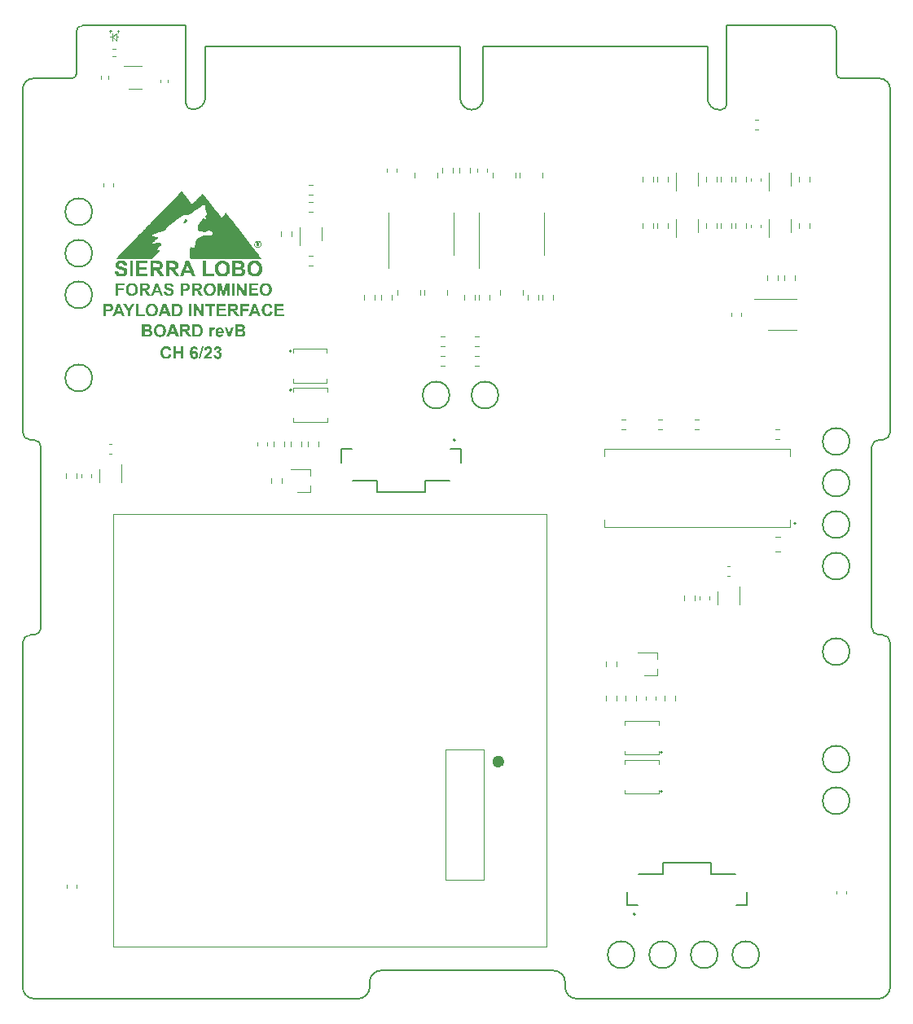
<source format=gto>
G04 #@! TF.GenerationSoftware,KiCad,Pcbnew,7.0.1*
G04 #@! TF.CreationDate,2023-06-21T18:56:17-04:00*
G04 #@! TF.ProjectId,payload-interface-board,7061796c-6f61-4642-9d69-6e7465726661,B*
G04 #@! TF.SameCoordinates,Original*
G04 #@! TF.FileFunction,Legend,Top*
G04 #@! TF.FilePolarity,Positive*
%FSLAX46Y46*%
G04 Gerber Fmt 4.6, Leading zero omitted, Abs format (unit mm)*
G04 Created by KiCad (PCBNEW 7.0.1) date 2023-06-21 18:56:17*
%MOMM*%
%LPD*%
G01*
G04 APERTURE LIST*
%ADD10C,0.254000*%
%ADD11C,0.150000*%
%ADD12C,0.120000*%
%ADD13C,0.100000*%
%ADD14C,0.187000*%
%ADD15C,0.060000*%
%ADD16C,0.177000*%
%ADD17C,0.750000*%
%ADD18C,0.200000*%
G04 #@! TA.AperFunction,Profile*
%ADD19C,0.200000*%
G04 #@! TD*
G04 APERTURE END LIST*
D10*
G36*
X49850514Y-92290900D02*
G01*
X49850514Y-91000516D01*
X50727106Y-91000516D01*
X50727106Y-91218888D01*
X50108590Y-91218888D01*
X50108590Y-91516669D01*
X50642425Y-91516669D01*
X50642425Y-91735042D01*
X50108590Y-91735042D01*
X50108590Y-92290900D01*
X49850514Y-92290900D01*
G37*
G36*
X51517976Y-90980836D02*
G01*
X51535325Y-90981353D01*
X51552453Y-90982215D01*
X51569360Y-90983421D01*
X51586045Y-90984973D01*
X51602510Y-90986869D01*
X51618753Y-90989109D01*
X51634776Y-90991695D01*
X51650577Y-90994625D01*
X51666157Y-90997900D01*
X51681516Y-91001519D01*
X51696653Y-91005484D01*
X51711570Y-91009793D01*
X51726265Y-91014446D01*
X51740740Y-91019445D01*
X51754993Y-91024788D01*
X51769025Y-91030476D01*
X51782836Y-91036508D01*
X51796426Y-91042886D01*
X51809794Y-91049608D01*
X51822942Y-91056675D01*
X51835868Y-91064086D01*
X51848574Y-91071842D01*
X51861058Y-91079943D01*
X51873321Y-91088389D01*
X51885363Y-91097179D01*
X51897184Y-91106314D01*
X51908783Y-91115794D01*
X51920162Y-91125619D01*
X51931319Y-91135788D01*
X51942256Y-91146302D01*
X51952971Y-91157161D01*
X51963410Y-91168307D01*
X51973517Y-91179723D01*
X51983293Y-91191409D01*
X51992738Y-91203364D01*
X52001851Y-91215589D01*
X52010633Y-91228084D01*
X52019084Y-91240848D01*
X52027203Y-91253881D01*
X52034990Y-91267185D01*
X52042447Y-91280758D01*
X52049572Y-91294600D01*
X52056365Y-91308712D01*
X52062827Y-91323094D01*
X52068958Y-91337745D01*
X52074757Y-91352666D01*
X52080225Y-91367856D01*
X52085362Y-91383316D01*
X52090167Y-91399046D01*
X52094641Y-91415045D01*
X52098783Y-91431314D01*
X52102594Y-91447853D01*
X52106074Y-91464661D01*
X52109222Y-91481738D01*
X52112039Y-91499085D01*
X52114525Y-91516702D01*
X52116679Y-91534589D01*
X52118501Y-91552745D01*
X52119993Y-91571170D01*
X52121152Y-91589866D01*
X52121981Y-91608830D01*
X52122478Y-91628065D01*
X52122644Y-91647569D01*
X52122479Y-91666901D01*
X52121986Y-91685968D01*
X52121163Y-91704770D01*
X52120012Y-91723308D01*
X52118532Y-91741581D01*
X52116722Y-91759589D01*
X52114584Y-91777333D01*
X52112117Y-91794811D01*
X52109320Y-91812025D01*
X52106195Y-91828974D01*
X52102741Y-91845659D01*
X52098958Y-91862079D01*
X52094846Y-91878233D01*
X52090405Y-91894124D01*
X52085635Y-91909749D01*
X52080536Y-91925110D01*
X52075108Y-91940206D01*
X52069351Y-91955037D01*
X52063265Y-91969603D01*
X52056850Y-91983905D01*
X52050106Y-91997942D01*
X52043033Y-92011714D01*
X52035631Y-92025222D01*
X52027901Y-92038464D01*
X52019841Y-92051442D01*
X52011452Y-92064155D01*
X52002734Y-92076604D01*
X51993688Y-92088788D01*
X51984312Y-92100706D01*
X51974608Y-92112361D01*
X51964574Y-92123750D01*
X51954211Y-92134875D01*
X51943574Y-92145695D01*
X51932715Y-92156172D01*
X51921635Y-92166306D01*
X51910334Y-92176096D01*
X51898812Y-92185542D01*
X51887069Y-92194645D01*
X51875105Y-92203405D01*
X51862919Y-92211821D01*
X51850512Y-92219893D01*
X51837885Y-92227622D01*
X51825036Y-92235008D01*
X51811966Y-92242050D01*
X51798675Y-92248748D01*
X51785162Y-92255103D01*
X51771429Y-92261114D01*
X51757474Y-92266782D01*
X51743299Y-92272107D01*
X51728902Y-92277088D01*
X51714284Y-92281725D01*
X51699445Y-92286019D01*
X51684385Y-92289969D01*
X51669103Y-92293576D01*
X51653601Y-92296839D01*
X51637877Y-92299759D01*
X51621933Y-92302336D01*
X51605767Y-92304568D01*
X51589380Y-92306458D01*
X51572772Y-92308003D01*
X51555943Y-92309206D01*
X51538892Y-92310065D01*
X51521621Y-92310580D01*
X51504128Y-92310752D01*
X51486406Y-92310581D01*
X51468913Y-92310068D01*
X51451648Y-92309214D01*
X51434612Y-92308018D01*
X51417804Y-92306480D01*
X51401224Y-92304601D01*
X51384873Y-92302380D01*
X51368750Y-92299817D01*
X51352856Y-92296913D01*
X51337190Y-92293667D01*
X51321752Y-92290079D01*
X51306543Y-92286150D01*
X51291562Y-92281879D01*
X51276810Y-92277266D01*
X51262286Y-92272311D01*
X51247990Y-92267015D01*
X51233923Y-92261377D01*
X51220084Y-92255397D01*
X51206473Y-92249076D01*
X51193091Y-92242413D01*
X51179938Y-92235408D01*
X51167013Y-92228062D01*
X51154316Y-92220374D01*
X51141847Y-92212344D01*
X51129607Y-92203973D01*
X51117596Y-92195260D01*
X51105812Y-92186205D01*
X51094258Y-92176808D01*
X51082931Y-92167070D01*
X51071833Y-92156990D01*
X51060964Y-92146569D01*
X51050322Y-92135805D01*
X51039960Y-92124723D01*
X51029926Y-92113383D01*
X51020222Y-92101786D01*
X51010846Y-92089931D01*
X51001799Y-92077819D01*
X50993082Y-92065449D01*
X50984693Y-92052822D01*
X50976633Y-92039938D01*
X50968902Y-92026796D01*
X50961501Y-92013396D01*
X50954428Y-91999739D01*
X50947684Y-91985824D01*
X50941269Y-91971652D01*
X50935183Y-91957223D01*
X50929426Y-91942536D01*
X50923998Y-91927591D01*
X50918899Y-91912389D01*
X50914129Y-91896930D01*
X50909688Y-91881213D01*
X50905576Y-91865239D01*
X50901793Y-91849007D01*
X50898339Y-91832517D01*
X50895213Y-91815771D01*
X50892417Y-91798766D01*
X50889950Y-91781504D01*
X50887812Y-91763985D01*
X50886002Y-91746208D01*
X50884522Y-91728174D01*
X50883370Y-91709882D01*
X50882548Y-91691333D01*
X50882055Y-91672526D01*
X50881890Y-91653462D01*
X50881971Y-91644777D01*
X51148032Y-91644777D01*
X51148130Y-91658438D01*
X51148423Y-91671891D01*
X51148912Y-91685136D01*
X51149597Y-91698173D01*
X51150478Y-91711003D01*
X51151554Y-91723624D01*
X51152826Y-91736038D01*
X51155957Y-91760243D01*
X51159871Y-91783616D01*
X51164567Y-91806158D01*
X51170046Y-91827868D01*
X51176308Y-91848748D01*
X51183353Y-91868796D01*
X51191180Y-91888014D01*
X51199790Y-91906399D01*
X51209183Y-91923954D01*
X51219359Y-91940678D01*
X51230317Y-91956570D01*
X51242058Y-91971631D01*
X51248223Y-91978850D01*
X51260996Y-91992598D01*
X51274191Y-92005458D01*
X51287808Y-92017432D01*
X51301846Y-92028519D01*
X51316307Y-92038719D01*
X51331188Y-92048032D01*
X51346492Y-92056458D01*
X51362217Y-92063997D01*
X51378364Y-92070649D01*
X51394932Y-92076414D01*
X51411922Y-92081292D01*
X51429334Y-92085283D01*
X51447167Y-92088388D01*
X51465422Y-92090605D01*
X51484099Y-92091935D01*
X51503197Y-92092379D01*
X51522290Y-92091939D01*
X51540948Y-92090620D01*
X51559173Y-92088420D01*
X51576964Y-92085342D01*
X51594321Y-92081383D01*
X51611245Y-92076545D01*
X51627734Y-92070827D01*
X51643790Y-92064229D01*
X51659412Y-92056752D01*
X51674601Y-92048395D01*
X51689355Y-92039159D01*
X51703676Y-92029042D01*
X51717563Y-92018046D01*
X51731016Y-92006171D01*
X51744036Y-91993415D01*
X51756621Y-91979781D01*
X51768604Y-91965227D01*
X51779813Y-91949794D01*
X51790249Y-91933481D01*
X51799912Y-91916289D01*
X51808802Y-91898217D01*
X51816919Y-91879265D01*
X51824263Y-91859433D01*
X51830834Y-91838722D01*
X51836632Y-91817132D01*
X51841657Y-91794661D01*
X51845908Y-91771311D01*
X51849387Y-91747081D01*
X51850837Y-91734636D01*
X51852093Y-91721972D01*
X51853156Y-91709087D01*
X51854025Y-91695982D01*
X51854702Y-91682658D01*
X51855185Y-91669113D01*
X51855475Y-91655349D01*
X51855571Y-91641365D01*
X51855477Y-91627537D01*
X51855195Y-91613930D01*
X51854724Y-91600545D01*
X51854064Y-91587382D01*
X51853216Y-91574441D01*
X51852180Y-91561722D01*
X51850955Y-91549224D01*
X51847941Y-91524893D01*
X51844172Y-91501450D01*
X51839650Y-91478893D01*
X51834375Y-91457224D01*
X51828345Y-91436441D01*
X51821563Y-91416546D01*
X51814026Y-91397537D01*
X51805736Y-91379415D01*
X51796692Y-91362180D01*
X51786894Y-91345832D01*
X51776343Y-91330371D01*
X51765038Y-91315797D01*
X51759103Y-91308843D01*
X51746798Y-91295546D01*
X51734002Y-91283107D01*
X51720713Y-91271526D01*
X51706933Y-91260803D01*
X51692661Y-91250937D01*
X51677897Y-91241930D01*
X51662640Y-91233780D01*
X51646892Y-91226488D01*
X51630652Y-91220054D01*
X51613920Y-91214478D01*
X51596696Y-91209760D01*
X51578980Y-91205899D01*
X51560773Y-91202897D01*
X51542073Y-91200752D01*
X51522881Y-91199465D01*
X51503197Y-91199036D01*
X51483471Y-91199470D01*
X51464230Y-91200771D01*
X51445473Y-91202940D01*
X51427201Y-91205977D01*
X51409414Y-91209881D01*
X51392111Y-91214652D01*
X51375293Y-91220291D01*
X51358960Y-91226798D01*
X51343111Y-91234172D01*
X51327747Y-91242414D01*
X51312868Y-91251524D01*
X51298473Y-91261500D01*
X51284563Y-91272345D01*
X51271138Y-91284057D01*
X51258197Y-91296637D01*
X51245741Y-91310084D01*
X51233909Y-91324404D01*
X51222840Y-91339605D01*
X51212535Y-91355685D01*
X51202993Y-91372645D01*
X51194215Y-91390484D01*
X51186199Y-91409203D01*
X51178948Y-91428802D01*
X51172459Y-91449281D01*
X51166734Y-91470639D01*
X51161772Y-91492877D01*
X51157574Y-91515994D01*
X51154139Y-91539992D01*
X51152707Y-91552320D01*
X51151467Y-91564868D01*
X51150417Y-91577637D01*
X51149558Y-91590625D01*
X51148890Y-91603833D01*
X51148413Y-91617261D01*
X51148127Y-91630909D01*
X51148032Y-91644777D01*
X50881971Y-91644777D01*
X50882118Y-91629165D01*
X50882801Y-91605359D01*
X50883940Y-91582045D01*
X50885535Y-91559223D01*
X50887585Y-91536893D01*
X50890091Y-91515055D01*
X50893052Y-91493709D01*
X50896469Y-91472855D01*
X50900341Y-91452493D01*
X50904670Y-91432623D01*
X50909453Y-91413244D01*
X50914692Y-91394358D01*
X50920387Y-91375964D01*
X50926538Y-91358061D01*
X50933144Y-91340651D01*
X50940205Y-91323732D01*
X50945796Y-91311521D01*
X50951634Y-91299469D01*
X50957719Y-91287578D01*
X50964051Y-91275847D01*
X50970631Y-91264275D01*
X50977457Y-91252864D01*
X50984531Y-91241612D01*
X50991852Y-91230520D01*
X50999420Y-91219589D01*
X51007235Y-91208817D01*
X51015298Y-91198205D01*
X51023607Y-91187753D01*
X51032164Y-91177461D01*
X51040968Y-91167329D01*
X51050019Y-91157357D01*
X51059318Y-91147545D01*
X51068833Y-91137932D01*
X51078457Y-91128633D01*
X51088191Y-91119650D01*
X51098033Y-91110982D01*
X51107985Y-91102628D01*
X51118045Y-91094590D01*
X51128215Y-91086867D01*
X51138493Y-91079459D01*
X51148881Y-91072366D01*
X51159378Y-91065587D01*
X51169984Y-91059124D01*
X51186097Y-91050020D01*
X51202455Y-91041625D01*
X51219059Y-91033939D01*
X51224648Y-91031535D01*
X51239757Y-91025374D01*
X51255149Y-91019612D01*
X51270824Y-91014246D01*
X51286783Y-91009279D01*
X51303025Y-91004708D01*
X51319551Y-91000535D01*
X51336361Y-90996760D01*
X51353454Y-90993381D01*
X51370831Y-90990401D01*
X51388491Y-90987817D01*
X51406434Y-90985631D01*
X51424662Y-90983843D01*
X51443172Y-90982452D01*
X51461967Y-90981458D01*
X51481044Y-90980862D01*
X51500406Y-90980664D01*
X51517976Y-90980836D01*
G37*
G36*
X52873597Y-91000550D02*
G01*
X52886083Y-91000651D01*
X52910396Y-91001059D01*
X52933832Y-91001737D01*
X52956391Y-91002687D01*
X52978073Y-91003908D01*
X52998878Y-91005401D01*
X53018805Y-91007165D01*
X53037855Y-91009201D01*
X53056027Y-91011508D01*
X53073323Y-91014086D01*
X53089741Y-91016936D01*
X53105282Y-91020058D01*
X53119946Y-91023450D01*
X53133732Y-91027114D01*
X53146641Y-91031050D01*
X53158673Y-91035257D01*
X53175794Y-91042248D01*
X53192261Y-91050193D01*
X53208073Y-91059093D01*
X53223231Y-91068946D01*
X53237735Y-91079754D01*
X53251584Y-91091516D01*
X53264779Y-91104232D01*
X53277320Y-91117903D01*
X53285317Y-91127546D01*
X53293023Y-91137614D01*
X53300439Y-91148106D01*
X53307563Y-91159022D01*
X53314325Y-91170251D01*
X53320650Y-91181680D01*
X53326538Y-91193311D01*
X53331991Y-91205143D01*
X53337007Y-91217176D01*
X53341587Y-91229411D01*
X53345731Y-91241846D01*
X53349439Y-91254482D01*
X53352710Y-91267320D01*
X53355546Y-91280359D01*
X53357945Y-91293599D01*
X53359908Y-91307040D01*
X53361434Y-91320682D01*
X53362525Y-91334526D01*
X53363179Y-91348570D01*
X53363397Y-91362816D01*
X53363067Y-91380802D01*
X53362074Y-91398390D01*
X53360420Y-91415582D01*
X53358105Y-91432376D01*
X53355128Y-91448772D01*
X53351489Y-91464771D01*
X53347189Y-91480372D01*
X53342227Y-91495576D01*
X53336604Y-91510383D01*
X53330319Y-91524792D01*
X53323372Y-91538804D01*
X53315764Y-91552418D01*
X53307494Y-91565635D01*
X53298563Y-91578455D01*
X53288970Y-91590877D01*
X53278716Y-91602902D01*
X53267841Y-91614455D01*
X53256310Y-91625463D01*
X53244121Y-91635926D01*
X53231277Y-91645843D01*
X53217775Y-91655216D01*
X53203616Y-91664043D01*
X53188801Y-91672324D01*
X53173329Y-91680061D01*
X53157201Y-91687252D01*
X53140416Y-91693898D01*
X53122973Y-91699999D01*
X53104875Y-91705555D01*
X53086119Y-91710565D01*
X53066707Y-91715030D01*
X53046638Y-91718950D01*
X53025912Y-91722324D01*
X53041357Y-91731656D01*
X53056283Y-91741157D01*
X53070691Y-91750827D01*
X53084582Y-91760666D01*
X53097954Y-91770674D01*
X53110808Y-91780852D01*
X53123145Y-91791198D01*
X53134963Y-91801713D01*
X53146263Y-91812397D01*
X53157046Y-91823250D01*
X53163946Y-91830580D01*
X53174515Y-91842379D01*
X53185749Y-91855792D01*
X53193608Y-91865631D01*
X53201763Y-91876187D01*
X53210213Y-91887461D01*
X53218959Y-91899451D01*
X53228000Y-91912159D01*
X53237337Y-91925585D01*
X53246970Y-91939727D01*
X53256899Y-91954587D01*
X53267123Y-91970165D01*
X53277642Y-91986459D01*
X53288458Y-92003471D01*
X53299569Y-92021200D01*
X53310976Y-92039647D01*
X53467311Y-92290900D01*
X53158363Y-92290900D01*
X52971629Y-92007077D01*
X52959429Y-91989124D01*
X52947721Y-91972021D01*
X52936504Y-91955769D01*
X52925780Y-91940367D01*
X52915547Y-91925816D01*
X52905806Y-91912116D01*
X52896558Y-91899266D01*
X52887801Y-91887267D01*
X52879536Y-91876118D01*
X52871763Y-91865820D01*
X52861026Y-91851968D01*
X52851396Y-91840030D01*
X52842873Y-91830005D01*
X52835457Y-91821895D01*
X52826238Y-91812657D01*
X52816884Y-91804175D01*
X52805001Y-91794636D01*
X52792905Y-91786279D01*
X52780598Y-91779103D01*
X52768078Y-91773108D01*
X52757910Y-91769163D01*
X52743941Y-91765052D01*
X52731075Y-91762265D01*
X52716707Y-91759924D01*
X52700836Y-91758029D01*
X52687948Y-91756900D01*
X52674214Y-91756023D01*
X52659634Y-91755396D01*
X52644210Y-91755019D01*
X52627941Y-91754894D01*
X52575519Y-91754894D01*
X52575519Y-92290900D01*
X52317442Y-92290900D01*
X52317442Y-91218888D01*
X52575519Y-91218888D01*
X52575519Y-91536521D01*
X52766595Y-91536521D01*
X52789275Y-91536462D01*
X52810865Y-91536284D01*
X52831364Y-91535987D01*
X52850772Y-91535571D01*
X52869090Y-91535037D01*
X52886318Y-91534384D01*
X52902455Y-91533612D01*
X52917502Y-91532721D01*
X52931458Y-91531712D01*
X52944323Y-91530584D01*
X52961577Y-91528669D01*
X52976377Y-91526487D01*
X52988723Y-91524038D01*
X52998616Y-91521322D01*
X53012567Y-91515938D01*
X53025533Y-91509478D01*
X53037515Y-91501943D01*
X53048513Y-91493332D01*
X53058525Y-91483647D01*
X53067554Y-91472885D01*
X53070890Y-91468280D01*
X53078485Y-91456089D01*
X53084794Y-91442974D01*
X53089815Y-91428935D01*
X53093548Y-91413973D01*
X53095608Y-91401337D01*
X53096844Y-91388111D01*
X53097256Y-91374293D01*
X53096718Y-91358856D01*
X53095104Y-91344185D01*
X53092414Y-91330280D01*
X53088648Y-91317141D01*
X53083806Y-91304767D01*
X53077888Y-91293159D01*
X53070895Y-91282317D01*
X53062825Y-91272241D01*
X53053771Y-91262993D01*
X53043826Y-91254638D01*
X53032989Y-91247174D01*
X53021260Y-91240602D01*
X53008639Y-91234921D01*
X52995126Y-91230133D01*
X52980722Y-91226236D01*
X52965426Y-91223231D01*
X52952568Y-91221980D01*
X52937866Y-91221132D01*
X52924263Y-91220585D01*
X52908451Y-91220114D01*
X52890432Y-91219720D01*
X52877192Y-91219499D01*
X52862970Y-91219312D01*
X52847767Y-91219160D01*
X52831583Y-91219041D01*
X52814417Y-91218956D01*
X52796270Y-91218905D01*
X52777141Y-91218888D01*
X52575519Y-91218888D01*
X52317442Y-91218888D01*
X52317442Y-91000516D01*
X52860892Y-91000516D01*
X52873597Y-91000550D01*
G37*
G36*
X54752731Y-92290900D02*
G01*
X54472011Y-92290900D01*
X54360343Y-91993119D01*
X53848842Y-91993119D01*
X53743378Y-92290900D01*
X53469482Y-92290900D01*
X53668747Y-91774746D01*
X53928250Y-91774746D01*
X54277212Y-91774746D01*
X54101025Y-91318149D01*
X53928250Y-91774746D01*
X53668747Y-91774746D01*
X53967644Y-91000516D01*
X54240610Y-91000516D01*
X54752731Y-92290900D01*
G37*
G36*
X54816940Y-91874006D02*
G01*
X55068193Y-91854154D01*
X55071205Y-91869254D01*
X55074581Y-91883845D01*
X55078320Y-91897927D01*
X55082423Y-91911500D01*
X55086889Y-91924565D01*
X55091719Y-91937120D01*
X55096912Y-91949166D01*
X55102469Y-91960704D01*
X55108389Y-91971733D01*
X55117951Y-91987321D01*
X55128331Y-92001765D01*
X55139528Y-92015064D01*
X55151544Y-92027218D01*
X55160009Y-92034684D01*
X55173462Y-92044995D01*
X55187766Y-92054291D01*
X55202920Y-92062574D01*
X55218925Y-92069842D01*
X55235781Y-92076096D01*
X55253487Y-92081336D01*
X55265764Y-92084266D01*
X55278418Y-92086745D01*
X55291451Y-92088773D01*
X55304862Y-92090351D01*
X55318651Y-92091477D01*
X55332818Y-92092154D01*
X55347362Y-92092379D01*
X55362710Y-92092177D01*
X55377577Y-92091570D01*
X55391964Y-92090558D01*
X55405872Y-92089141D01*
X55419300Y-92087320D01*
X55432247Y-92085094D01*
X55444716Y-92082464D01*
X55462518Y-92077759D01*
X55479241Y-92072144D01*
X55494884Y-92065618D01*
X55509448Y-92058182D01*
X55522932Y-92049835D01*
X55535337Y-92040577D01*
X55546645Y-92030654D01*
X55556841Y-92020425D01*
X55565925Y-92009891D01*
X55573897Y-91999051D01*
X55580756Y-91987906D01*
X55586503Y-91976456D01*
X55591138Y-91964700D01*
X55594660Y-91952639D01*
X55597070Y-91940273D01*
X55598368Y-91927601D01*
X55598615Y-91918984D01*
X55597964Y-91905351D01*
X55596010Y-91892369D01*
X55592754Y-91880039D01*
X55588195Y-91868360D01*
X55582333Y-91857332D01*
X55575169Y-91846956D01*
X55571939Y-91842987D01*
X55562641Y-91833394D01*
X55551419Y-91824194D01*
X55541057Y-91817118D01*
X55529464Y-91810294D01*
X55516639Y-91803722D01*
X55502584Y-91797402D01*
X55487297Y-91791334D01*
X55479193Y-91788394D01*
X55465985Y-91783964D01*
X55453707Y-91780120D01*
X55439395Y-91775829D01*
X55423049Y-91771091D01*
X55411022Y-91767684D01*
X55398091Y-91764078D01*
X55384256Y-91760273D01*
X55369518Y-91756270D01*
X55353875Y-91752068D01*
X55337328Y-91747667D01*
X55319878Y-91743067D01*
X55301523Y-91738269D01*
X55282265Y-91733272D01*
X55272297Y-91730699D01*
X55259448Y-91727362D01*
X55246841Y-91723979D01*
X55234475Y-91720552D01*
X55222352Y-91717080D01*
X55198829Y-91710001D01*
X55176274Y-91702743D01*
X55154686Y-91695306D01*
X55134064Y-91687690D01*
X55114410Y-91679894D01*
X55095722Y-91671919D01*
X55078001Y-91663764D01*
X55061248Y-91655430D01*
X55045461Y-91646917D01*
X55030641Y-91638224D01*
X55016788Y-91629352D01*
X55003902Y-91620301D01*
X54991982Y-91611071D01*
X54981030Y-91601661D01*
X54966756Y-91588140D01*
X54953404Y-91574253D01*
X54940972Y-91560000D01*
X54929461Y-91545381D01*
X54918871Y-91530396D01*
X54909202Y-91515046D01*
X54900454Y-91499329D01*
X54892626Y-91483246D01*
X54885720Y-91466798D01*
X54879734Y-91449984D01*
X54874669Y-91432803D01*
X54870525Y-91415257D01*
X54867302Y-91397345D01*
X54865000Y-91379067D01*
X54863619Y-91360423D01*
X54863158Y-91341413D01*
X54863644Y-91323030D01*
X54865099Y-91304870D01*
X54867526Y-91286934D01*
X54870923Y-91269221D01*
X54875290Y-91251732D01*
X54880628Y-91234467D01*
X54886937Y-91217425D01*
X54894216Y-91200607D01*
X54902466Y-91184012D01*
X54908505Y-91173073D01*
X54914975Y-91162233D01*
X54918372Y-91156851D01*
X54925503Y-91146233D01*
X54933014Y-91135937D01*
X54940905Y-91125964D01*
X54949178Y-91116313D01*
X54957830Y-91106984D01*
X54966863Y-91097978D01*
X54976277Y-91089294D01*
X54986071Y-91080932D01*
X54996245Y-91072893D01*
X55006800Y-91065175D01*
X55017735Y-91057781D01*
X55029051Y-91050708D01*
X55040747Y-91043958D01*
X55052824Y-91037530D01*
X55065281Y-91031424D01*
X55078119Y-91025641D01*
X55091353Y-91020194D01*
X55104921Y-91015099D01*
X55118824Y-91010356D01*
X55133061Y-91005963D01*
X55147633Y-91001922D01*
X55162539Y-90998233D01*
X55177779Y-90994895D01*
X55193354Y-90991908D01*
X55209263Y-90989273D01*
X55225507Y-90986989D01*
X55242085Y-90985056D01*
X55258998Y-90983475D01*
X55276245Y-90982245D01*
X55293826Y-90981366D01*
X55311742Y-90980839D01*
X55329992Y-90980664D01*
X55344920Y-90980769D01*
X55359615Y-90981087D01*
X55374077Y-90981615D01*
X55388307Y-90982355D01*
X55402305Y-90983307D01*
X55416069Y-90984469D01*
X55429601Y-90985844D01*
X55442901Y-90987430D01*
X55455967Y-90989227D01*
X55468801Y-90991235D01*
X55481403Y-90993456D01*
X55493771Y-90995887D01*
X55505908Y-90998530D01*
X55529482Y-91004450D01*
X55552126Y-91011216D01*
X55573839Y-91018828D01*
X55594621Y-91027285D01*
X55614473Y-91036589D01*
X55633395Y-91046738D01*
X55651386Y-91057732D01*
X55668446Y-91069573D01*
X55684576Y-91082259D01*
X55692292Y-91088919D01*
X55707078Y-91102734D01*
X55720960Y-91117113D01*
X55733938Y-91132056D01*
X55746013Y-91147564D01*
X55757183Y-91163637D01*
X55767450Y-91180275D01*
X55776812Y-91197477D01*
X55785271Y-91215244D01*
X55792826Y-91233575D01*
X55799477Y-91252471D01*
X55805224Y-91271932D01*
X55810067Y-91291957D01*
X55814006Y-91312547D01*
X55817041Y-91333702D01*
X55819172Y-91355421D01*
X55820400Y-91377705D01*
X55562013Y-91377705D01*
X55558595Y-91360321D01*
X55554507Y-91343881D01*
X55549747Y-91328384D01*
X55544318Y-91313830D01*
X55538217Y-91300220D01*
X55531446Y-91287553D01*
X55524004Y-91275829D01*
X55515892Y-91265048D01*
X55507109Y-91255211D01*
X55497655Y-91246317D01*
X55490980Y-91240912D01*
X55480264Y-91233428D01*
X55468588Y-91226681D01*
X55455953Y-91220669D01*
X55442358Y-91215394D01*
X55427803Y-91210855D01*
X55412289Y-91207051D01*
X55395815Y-91203984D01*
X55378381Y-91201653D01*
X55359988Y-91200059D01*
X55347193Y-91199404D01*
X55333971Y-91199077D01*
X55327200Y-91199036D01*
X55313353Y-91199213D01*
X55299884Y-91199744D01*
X55286793Y-91200628D01*
X55274080Y-91201867D01*
X55261746Y-91203459D01*
X55243952Y-91206510D01*
X55227009Y-91210358D01*
X55210917Y-91215002D01*
X55195676Y-91220442D01*
X55181284Y-91226678D01*
X55167744Y-91233710D01*
X55155054Y-91241538D01*
X55151013Y-91244324D01*
X55139218Y-91253920D01*
X55129421Y-91264486D01*
X55121624Y-91276021D01*
X55115826Y-91288526D01*
X55112028Y-91301999D01*
X55110228Y-91316443D01*
X55110068Y-91322491D01*
X55111007Y-91336042D01*
X55113825Y-91348972D01*
X55118520Y-91361281D01*
X55125093Y-91372970D01*
X55133545Y-91384037D01*
X55143874Y-91394483D01*
X55148532Y-91398487D01*
X55158892Y-91406100D01*
X55171712Y-91413816D01*
X55186991Y-91421636D01*
X55198543Y-91426907D01*
X55211188Y-91432224D01*
X55224926Y-91437587D01*
X55239757Y-91442996D01*
X55255681Y-91448450D01*
X55272698Y-91453951D01*
X55290807Y-91459499D01*
X55310010Y-91465092D01*
X55330305Y-91470731D01*
X55351694Y-91476416D01*
X55374175Y-91482147D01*
X55385826Y-91485030D01*
X55409016Y-91490776D01*
X55431438Y-91496536D01*
X55453092Y-91502311D01*
X55473978Y-91508100D01*
X55494095Y-91513904D01*
X55513444Y-91519723D01*
X55532025Y-91525556D01*
X55549838Y-91531403D01*
X55566883Y-91537265D01*
X55583159Y-91543142D01*
X55598667Y-91549033D01*
X55613407Y-91554939D01*
X55627379Y-91560859D01*
X55640583Y-91566794D01*
X55653018Y-91572743D01*
X55664685Y-91578707D01*
X55675814Y-91584815D01*
X55686636Y-91591197D01*
X55697150Y-91597853D01*
X55712343Y-91608350D01*
X55726844Y-91619463D01*
X55740653Y-91631192D01*
X55753769Y-91643537D01*
X55766192Y-91656499D01*
X55777923Y-91670077D01*
X55788962Y-91684271D01*
X55799308Y-91699081D01*
X55805821Y-91709296D01*
X55814968Y-91725166D01*
X55823215Y-91741717D01*
X55828213Y-91753130D01*
X55832811Y-91764845D01*
X55837009Y-91776864D01*
X55840808Y-91789185D01*
X55844207Y-91801810D01*
X55847206Y-91814737D01*
X55849805Y-91827968D01*
X55852004Y-91841501D01*
X55853803Y-91855337D01*
X55855203Y-91869476D01*
X55856202Y-91883918D01*
X55856802Y-91898663D01*
X55857002Y-91913710D01*
X55856763Y-91927459D01*
X55856047Y-91941099D01*
X55854854Y-91954630D01*
X55853183Y-91968052D01*
X55851035Y-91981364D01*
X55848409Y-91994568D01*
X55845306Y-92007662D01*
X55841725Y-92020648D01*
X55837667Y-92033524D01*
X55833132Y-92046292D01*
X55828119Y-92058950D01*
X55822629Y-92071499D01*
X55816662Y-92083940D01*
X55810217Y-92096271D01*
X55803295Y-92108493D01*
X55795895Y-92120606D01*
X55788059Y-92132471D01*
X55779828Y-92143948D01*
X55771202Y-92155037D01*
X55762181Y-92165738D01*
X55752765Y-92176052D01*
X55742955Y-92185978D01*
X55732749Y-92195517D01*
X55722148Y-92204667D01*
X55711152Y-92213430D01*
X55699761Y-92221805D01*
X55687975Y-92229792D01*
X55675794Y-92237392D01*
X55663218Y-92244604D01*
X55650247Y-92251428D01*
X55636881Y-92257864D01*
X55623120Y-92263913D01*
X55608947Y-92269585D01*
X55594345Y-92274891D01*
X55579314Y-92279831D01*
X55563855Y-92284405D01*
X55547966Y-92288613D01*
X55531648Y-92292455D01*
X55514902Y-92295932D01*
X55497726Y-92299042D01*
X55480122Y-92301786D01*
X55462089Y-92304165D01*
X55443626Y-92306177D01*
X55424735Y-92307824D01*
X55405415Y-92309105D01*
X55385666Y-92310020D01*
X55365488Y-92310569D01*
X55344881Y-92310752D01*
X55329830Y-92310643D01*
X55315000Y-92310317D01*
X55300389Y-92309773D01*
X55285999Y-92309012D01*
X55271828Y-92308033D01*
X55257877Y-92306837D01*
X55244146Y-92305423D01*
X55230635Y-92303792D01*
X55217344Y-92301943D01*
X55204272Y-92299877D01*
X55191421Y-92297593D01*
X55178790Y-92295092D01*
X55166378Y-92292373D01*
X55154187Y-92289437D01*
X55130463Y-92282912D01*
X55107620Y-92275517D01*
X55085656Y-92267252D01*
X55064571Y-92258118D01*
X55044367Y-92248113D01*
X55025042Y-92237238D01*
X55006596Y-92225493D01*
X54989031Y-92212879D01*
X54972345Y-92199394D01*
X54956507Y-92185037D01*
X54941486Y-92169882D01*
X54927281Y-92153931D01*
X54913894Y-92137182D01*
X54901322Y-92119636D01*
X54889568Y-92101292D01*
X54878630Y-92082151D01*
X54868509Y-92062213D01*
X54859205Y-92041478D01*
X54850717Y-92019945D01*
X54843046Y-91997615D01*
X54836191Y-91974488D01*
X54830154Y-91950563D01*
X54827441Y-91938302D01*
X54824933Y-91925842D01*
X54822628Y-91913182D01*
X54820528Y-91900323D01*
X54818632Y-91887264D01*
X54816940Y-91874006D01*
G37*
G36*
X56990115Y-91000534D02*
G01*
X57004367Y-91000591D01*
X57018298Y-91000685D01*
X57031909Y-91000816D01*
X57045198Y-91000985D01*
X57058166Y-91001192D01*
X57070812Y-91001436D01*
X57095143Y-91002037D01*
X57118189Y-91002788D01*
X57139950Y-91003690D01*
X57160428Y-91004741D01*
X57179621Y-91005943D01*
X57197529Y-91007296D01*
X57214153Y-91008798D01*
X57229493Y-91010451D01*
X57243549Y-91012254D01*
X57256320Y-91014207D01*
X57273068Y-91017419D01*
X57282628Y-91019747D01*
X57296252Y-91023579D01*
X57309595Y-91027938D01*
X57322657Y-91032826D01*
X57335438Y-91038242D01*
X57347937Y-91044187D01*
X57360156Y-91050660D01*
X57372093Y-91057661D01*
X57383749Y-91065190D01*
X57395125Y-91073248D01*
X57406219Y-91081834D01*
X57417032Y-91090948D01*
X57427564Y-91100590D01*
X57437814Y-91110761D01*
X57447784Y-91121460D01*
X57457473Y-91132687D01*
X57466880Y-91144443D01*
X57475857Y-91156682D01*
X57484255Y-91169360D01*
X57492074Y-91182476D01*
X57499314Y-91196031D01*
X57505975Y-91210025D01*
X57512056Y-91224457D01*
X57517558Y-91239328D01*
X57522481Y-91254638D01*
X57526825Y-91270386D01*
X57530590Y-91286572D01*
X57533775Y-91303198D01*
X57536382Y-91320262D01*
X57538409Y-91337764D01*
X57539857Y-91355706D01*
X57540725Y-91374086D01*
X57541015Y-91392904D01*
X57540848Y-91407415D01*
X57540346Y-91421635D01*
X57539510Y-91435565D01*
X57538340Y-91449203D01*
X57536835Y-91462551D01*
X57534995Y-91475608D01*
X57532822Y-91488374D01*
X57530313Y-91500850D01*
X57527471Y-91513034D01*
X57522580Y-91530766D01*
X57516937Y-91547843D01*
X57510541Y-91564266D01*
X57503393Y-91580035D01*
X57498209Y-91590184D01*
X57489981Y-91604887D01*
X57481350Y-91618984D01*
X57472315Y-91632476D01*
X57462877Y-91645363D01*
X57453035Y-91657645D01*
X57442789Y-91669322D01*
X57432141Y-91680393D01*
X57421088Y-91690859D01*
X57409633Y-91700720D01*
X57397773Y-91709976D01*
X57389643Y-91715810D01*
X57377291Y-91724090D01*
X57364896Y-91731830D01*
X57352457Y-91739030D01*
X57339974Y-91745690D01*
X57327448Y-91751811D01*
X57314878Y-91757391D01*
X57302264Y-91762432D01*
X57289607Y-91766933D01*
X57276906Y-91770894D01*
X57264162Y-91774316D01*
X57255642Y-91776297D01*
X57237582Y-91779568D01*
X57224733Y-91781569D01*
X57211238Y-91783428D01*
X57197095Y-91785144D01*
X57182305Y-91786716D01*
X57166869Y-91788146D01*
X57150785Y-91789433D01*
X57134054Y-91790577D01*
X57116676Y-91791578D01*
X57098651Y-91792436D01*
X57079980Y-91793150D01*
X57060661Y-91793722D01*
X57040695Y-91794151D01*
X57020082Y-91794437D01*
X56998822Y-91794580D01*
X56987949Y-91794598D01*
X56819517Y-91794598D01*
X56819517Y-92290900D01*
X56561130Y-92290900D01*
X56561130Y-91218888D01*
X56819517Y-91218888D01*
X56819517Y-91576225D01*
X56960963Y-91576225D01*
X56979644Y-91576149D01*
X56997536Y-91575920D01*
X57014637Y-91575538D01*
X57030949Y-91575004D01*
X57046470Y-91574317D01*
X57061202Y-91573477D01*
X57075143Y-91572485D01*
X57088295Y-91571340D01*
X57100656Y-91570042D01*
X57117717Y-91567809D01*
X57133001Y-91565233D01*
X57146507Y-91562313D01*
X57161750Y-91557886D01*
X57165067Y-91556684D01*
X57177590Y-91551372D01*
X57189416Y-91545362D01*
X57200544Y-91538654D01*
X57210974Y-91531248D01*
X57220707Y-91523144D01*
X57229741Y-91514343D01*
X57238077Y-91504843D01*
X57245716Y-91494646D01*
X57252549Y-91483886D01*
X57258472Y-91472700D01*
X57263484Y-91461087D01*
X57267584Y-91449048D01*
X57270773Y-91436582D01*
X57273051Y-91423690D01*
X57274418Y-91410372D01*
X57274873Y-91396626D01*
X57274513Y-91383983D01*
X57272914Y-91367778D01*
X57270035Y-91352319D01*
X57265877Y-91337607D01*
X57260439Y-91323641D01*
X57253721Y-91310422D01*
X57245724Y-91297949D01*
X57236448Y-91286223D01*
X57233928Y-91283408D01*
X57223348Y-91272764D01*
X57212080Y-91263168D01*
X57200123Y-91254618D01*
X57187478Y-91247115D01*
X57174144Y-91240660D01*
X57160123Y-91235251D01*
X57145413Y-91230889D01*
X57130015Y-91227574D01*
X57117002Y-91225538D01*
X57101071Y-91223774D01*
X57087208Y-91222629D01*
X57071704Y-91221636D01*
X57054558Y-91220797D01*
X57035771Y-91220110D01*
X57022335Y-91219737D01*
X57008169Y-91219431D01*
X56993274Y-91219194D01*
X56977650Y-91219024D01*
X56961296Y-91218922D01*
X56944212Y-91218888D01*
X56819517Y-91218888D01*
X56561130Y-91218888D01*
X56561130Y-91000516D01*
X56975541Y-91000516D01*
X56990115Y-91000534D01*
G37*
G36*
X58303135Y-91000550D02*
G01*
X58315621Y-91000651D01*
X58339934Y-91001059D01*
X58363371Y-91001737D01*
X58385929Y-91002687D01*
X58407611Y-91003908D01*
X58428416Y-91005401D01*
X58448343Y-91007165D01*
X58467393Y-91009201D01*
X58485565Y-91011508D01*
X58502861Y-91014086D01*
X58519279Y-91016936D01*
X58534820Y-91020058D01*
X58549484Y-91023450D01*
X58563270Y-91027114D01*
X58576179Y-91031050D01*
X58588211Y-91035257D01*
X58605332Y-91042248D01*
X58621799Y-91050193D01*
X58637611Y-91059093D01*
X58652769Y-91068946D01*
X58667273Y-91079754D01*
X58681122Y-91091516D01*
X58694317Y-91104232D01*
X58706858Y-91117903D01*
X58714855Y-91127546D01*
X58722561Y-91137614D01*
X58729977Y-91148106D01*
X58737102Y-91159022D01*
X58743863Y-91170251D01*
X58750188Y-91181680D01*
X58756076Y-91193311D01*
X58761529Y-91205143D01*
X58766545Y-91217176D01*
X58771125Y-91229411D01*
X58775269Y-91241846D01*
X58778977Y-91254482D01*
X58782248Y-91267320D01*
X58785084Y-91280359D01*
X58787483Y-91293599D01*
X58789446Y-91307040D01*
X58790973Y-91320682D01*
X58792063Y-91334526D01*
X58792717Y-91348570D01*
X58792935Y-91362816D01*
X58792605Y-91380802D01*
X58791612Y-91398390D01*
X58789958Y-91415582D01*
X58787643Y-91432376D01*
X58784666Y-91448772D01*
X58781027Y-91464771D01*
X58776727Y-91480372D01*
X58771765Y-91495576D01*
X58766142Y-91510383D01*
X58759857Y-91524792D01*
X58752910Y-91538804D01*
X58745302Y-91552418D01*
X58737032Y-91565635D01*
X58728101Y-91578455D01*
X58718508Y-91590877D01*
X58708254Y-91602902D01*
X58697379Y-91614455D01*
X58685848Y-91625463D01*
X58673659Y-91635926D01*
X58660815Y-91645843D01*
X58647313Y-91655216D01*
X58633154Y-91664043D01*
X58618339Y-91672324D01*
X58602867Y-91680061D01*
X58586739Y-91687252D01*
X58569954Y-91693898D01*
X58552512Y-91699999D01*
X58534413Y-91705555D01*
X58515657Y-91710565D01*
X58496245Y-91715030D01*
X58476176Y-91718950D01*
X58455450Y-91722324D01*
X58470895Y-91731656D01*
X58485821Y-91741157D01*
X58500229Y-91750827D01*
X58514120Y-91760666D01*
X58527492Y-91770674D01*
X58540346Y-91780852D01*
X58552683Y-91791198D01*
X58564501Y-91801713D01*
X58575801Y-91812397D01*
X58586584Y-91823250D01*
X58593484Y-91830580D01*
X58604053Y-91842379D01*
X58615287Y-91855792D01*
X58623146Y-91865631D01*
X58631301Y-91876187D01*
X58639751Y-91887461D01*
X58648497Y-91899451D01*
X58657538Y-91912159D01*
X58666875Y-91925585D01*
X58676508Y-91939727D01*
X58686437Y-91954587D01*
X58696661Y-91970165D01*
X58707180Y-91986459D01*
X58717996Y-92003471D01*
X58729107Y-92021200D01*
X58740514Y-92039647D01*
X58896849Y-92290900D01*
X58587901Y-92290900D01*
X58401167Y-92007077D01*
X58388967Y-91989124D01*
X58377259Y-91972021D01*
X58366042Y-91955769D01*
X58355318Y-91940367D01*
X58345085Y-91925816D01*
X58335344Y-91912116D01*
X58326096Y-91899266D01*
X58317339Y-91887267D01*
X58309074Y-91876118D01*
X58301301Y-91865820D01*
X58290564Y-91851968D01*
X58280934Y-91840030D01*
X58272411Y-91830005D01*
X58264995Y-91821895D01*
X58255776Y-91812657D01*
X58246422Y-91804175D01*
X58234539Y-91794636D01*
X58222443Y-91786279D01*
X58210136Y-91779103D01*
X58197616Y-91773108D01*
X58187448Y-91769163D01*
X58173479Y-91765052D01*
X58160613Y-91762265D01*
X58146245Y-91759924D01*
X58130374Y-91758029D01*
X58117486Y-91756900D01*
X58103752Y-91756023D01*
X58089172Y-91755396D01*
X58073748Y-91755019D01*
X58057479Y-91754894D01*
X58005057Y-91754894D01*
X58005057Y-92290900D01*
X57746980Y-92290900D01*
X57746980Y-91218888D01*
X58005057Y-91218888D01*
X58005057Y-91536521D01*
X58196133Y-91536521D01*
X58218813Y-91536462D01*
X58240403Y-91536284D01*
X58260902Y-91535987D01*
X58280310Y-91535571D01*
X58298628Y-91535037D01*
X58315856Y-91534384D01*
X58331993Y-91533612D01*
X58347040Y-91532721D01*
X58360996Y-91531712D01*
X58373861Y-91530584D01*
X58391115Y-91528669D01*
X58405915Y-91526487D01*
X58418261Y-91524038D01*
X58428154Y-91521322D01*
X58442105Y-91515938D01*
X58455071Y-91509478D01*
X58467053Y-91501943D01*
X58478051Y-91493332D01*
X58488064Y-91483647D01*
X58497092Y-91472885D01*
X58500428Y-91468280D01*
X58508023Y-91456089D01*
X58514332Y-91442974D01*
X58519353Y-91428935D01*
X58523086Y-91413973D01*
X58525146Y-91401337D01*
X58526382Y-91388111D01*
X58526794Y-91374293D01*
X58526256Y-91358856D01*
X58524642Y-91344185D01*
X58521952Y-91330280D01*
X58518186Y-91317141D01*
X58513344Y-91304767D01*
X58507426Y-91293159D01*
X58500433Y-91282317D01*
X58492363Y-91272241D01*
X58483309Y-91262993D01*
X58473364Y-91254638D01*
X58462527Y-91247174D01*
X58450798Y-91240602D01*
X58438177Y-91234921D01*
X58424664Y-91230133D01*
X58410260Y-91226236D01*
X58394964Y-91223231D01*
X58382106Y-91221980D01*
X58367404Y-91221132D01*
X58353801Y-91220585D01*
X58337989Y-91220114D01*
X58319970Y-91219720D01*
X58306730Y-91219499D01*
X58292508Y-91219312D01*
X58277305Y-91219160D01*
X58261121Y-91219041D01*
X58243955Y-91218956D01*
X58225808Y-91218905D01*
X58206679Y-91218888D01*
X58005057Y-91218888D01*
X57746980Y-91218888D01*
X57746980Y-91000516D01*
X58290430Y-91000516D01*
X58303135Y-91000550D01*
G37*
G36*
X59612653Y-90980836D02*
G01*
X59630002Y-90981353D01*
X59647130Y-90982215D01*
X59664037Y-90983421D01*
X59680722Y-90984973D01*
X59697187Y-90986869D01*
X59713430Y-90989109D01*
X59729452Y-90991695D01*
X59745254Y-90994625D01*
X59760834Y-90997900D01*
X59776192Y-91001519D01*
X59791330Y-91005484D01*
X59806247Y-91009793D01*
X59820942Y-91014446D01*
X59835417Y-91019445D01*
X59849670Y-91024788D01*
X59863702Y-91030476D01*
X59877513Y-91036508D01*
X59891103Y-91042886D01*
X59904471Y-91049608D01*
X59917619Y-91056675D01*
X59930545Y-91064086D01*
X59943251Y-91071842D01*
X59955735Y-91079943D01*
X59967998Y-91088389D01*
X59980040Y-91097179D01*
X59991861Y-91106314D01*
X60003460Y-91115794D01*
X60014839Y-91125619D01*
X60025996Y-91135788D01*
X60036932Y-91146302D01*
X60047648Y-91157161D01*
X60058086Y-91168307D01*
X60068194Y-91179723D01*
X60077970Y-91191409D01*
X60087415Y-91203364D01*
X60096528Y-91215589D01*
X60105310Y-91228084D01*
X60113760Y-91240848D01*
X60121880Y-91253881D01*
X60129667Y-91267185D01*
X60137124Y-91280758D01*
X60144249Y-91294600D01*
X60151042Y-91308712D01*
X60157504Y-91323094D01*
X60163635Y-91337745D01*
X60169434Y-91352666D01*
X60174902Y-91367856D01*
X60180039Y-91383316D01*
X60184844Y-91399046D01*
X60189318Y-91415045D01*
X60193460Y-91431314D01*
X60197271Y-91447853D01*
X60200751Y-91464661D01*
X60203899Y-91481738D01*
X60206716Y-91499085D01*
X60209202Y-91516702D01*
X60211356Y-91534589D01*
X60213178Y-91552745D01*
X60214669Y-91571170D01*
X60215829Y-91589866D01*
X60216658Y-91608830D01*
X60217155Y-91628065D01*
X60217321Y-91647569D01*
X60217156Y-91666901D01*
X60216663Y-91685968D01*
X60215840Y-91704770D01*
X60214689Y-91723308D01*
X60213209Y-91741581D01*
X60211399Y-91759589D01*
X60209261Y-91777333D01*
X60206794Y-91794811D01*
X60203997Y-91812025D01*
X60200872Y-91828974D01*
X60197418Y-91845659D01*
X60193635Y-91862079D01*
X60189523Y-91878233D01*
X60185082Y-91894124D01*
X60180312Y-91909749D01*
X60175213Y-91925110D01*
X60169785Y-91940206D01*
X60164028Y-91955037D01*
X60157942Y-91969603D01*
X60151527Y-91983905D01*
X60144783Y-91997942D01*
X60137710Y-92011714D01*
X60130308Y-92025222D01*
X60122577Y-92038464D01*
X60114518Y-92051442D01*
X60106129Y-92064155D01*
X60097411Y-92076604D01*
X60088365Y-92088788D01*
X60078989Y-92100706D01*
X60069284Y-92112361D01*
X60059251Y-92123750D01*
X60048888Y-92134875D01*
X60038251Y-92145695D01*
X60027392Y-92156172D01*
X60016312Y-92166306D01*
X60005011Y-92176096D01*
X59993489Y-92185542D01*
X59981746Y-92194645D01*
X59969781Y-92203405D01*
X59957596Y-92211821D01*
X59945189Y-92219893D01*
X59932562Y-92227622D01*
X59919713Y-92235008D01*
X59906643Y-92242050D01*
X59893352Y-92248748D01*
X59879839Y-92255103D01*
X59866106Y-92261114D01*
X59852151Y-92266782D01*
X59837976Y-92272107D01*
X59823579Y-92277088D01*
X59808961Y-92281725D01*
X59794122Y-92286019D01*
X59779062Y-92289969D01*
X59763780Y-92293576D01*
X59748278Y-92296839D01*
X59732554Y-92299759D01*
X59716610Y-92302336D01*
X59700444Y-92304568D01*
X59684057Y-92306458D01*
X59667449Y-92308003D01*
X59650619Y-92309206D01*
X59633569Y-92310065D01*
X59616298Y-92310580D01*
X59598805Y-92310752D01*
X59581083Y-92310581D01*
X59563590Y-92310068D01*
X59546325Y-92309214D01*
X59529289Y-92308018D01*
X59512481Y-92306480D01*
X59495901Y-92304601D01*
X59479550Y-92302380D01*
X59463427Y-92299817D01*
X59447533Y-92296913D01*
X59431867Y-92293667D01*
X59416429Y-92290079D01*
X59401220Y-92286150D01*
X59386239Y-92281879D01*
X59371486Y-92277266D01*
X59356962Y-92272311D01*
X59342667Y-92267015D01*
X59328600Y-92261377D01*
X59314761Y-92255397D01*
X59301150Y-92249076D01*
X59287768Y-92242413D01*
X59274615Y-92235408D01*
X59261689Y-92228062D01*
X59248993Y-92220374D01*
X59236524Y-92212344D01*
X59224284Y-92203973D01*
X59212273Y-92195260D01*
X59200489Y-92186205D01*
X59188935Y-92176808D01*
X59177608Y-92167070D01*
X59166510Y-92156990D01*
X59155640Y-92146569D01*
X59144999Y-92135805D01*
X59134637Y-92124723D01*
X59124603Y-92113383D01*
X59114899Y-92101786D01*
X59105523Y-92089931D01*
X59096476Y-92077819D01*
X59087759Y-92065449D01*
X59079370Y-92052822D01*
X59071310Y-92039938D01*
X59063579Y-92026796D01*
X59056178Y-92013396D01*
X59049105Y-91999739D01*
X59042361Y-91985824D01*
X59035946Y-91971652D01*
X59029860Y-91957223D01*
X59024103Y-91942536D01*
X59018675Y-91927591D01*
X59013576Y-91912389D01*
X59008806Y-91896930D01*
X59004365Y-91881213D01*
X59000253Y-91865239D01*
X58996470Y-91849007D01*
X58993015Y-91832517D01*
X58989890Y-91815771D01*
X58987094Y-91798766D01*
X58984627Y-91781504D01*
X58982488Y-91763985D01*
X58980679Y-91746208D01*
X58979199Y-91728174D01*
X58978047Y-91709882D01*
X58977225Y-91691333D01*
X58976731Y-91672526D01*
X58976567Y-91653462D01*
X58976648Y-91644777D01*
X59242709Y-91644777D01*
X59242806Y-91658438D01*
X59243100Y-91671891D01*
X59243589Y-91685136D01*
X59244274Y-91698173D01*
X59245155Y-91711003D01*
X59246231Y-91723624D01*
X59247503Y-91736038D01*
X59250634Y-91760243D01*
X59254548Y-91783616D01*
X59259244Y-91806158D01*
X59264723Y-91827868D01*
X59270985Y-91848748D01*
X59278030Y-91868796D01*
X59285857Y-91888014D01*
X59294467Y-91906399D01*
X59303860Y-91923954D01*
X59314036Y-91940678D01*
X59324994Y-91956570D01*
X59336735Y-91971631D01*
X59342899Y-91978850D01*
X59355673Y-91992598D01*
X59368868Y-92005458D01*
X59382485Y-92017432D01*
X59396523Y-92028519D01*
X59410983Y-92038719D01*
X59425865Y-92048032D01*
X59441169Y-92056458D01*
X59456894Y-92063997D01*
X59473040Y-92070649D01*
X59489609Y-92076414D01*
X59506599Y-92081292D01*
X59524011Y-92085283D01*
X59541844Y-92088388D01*
X59560099Y-92090605D01*
X59578776Y-92091935D01*
X59597874Y-92092379D01*
X59616967Y-92091939D01*
X59635625Y-92090620D01*
X59653850Y-92088420D01*
X59671641Y-92085342D01*
X59688998Y-92081383D01*
X59705922Y-92076545D01*
X59722411Y-92070827D01*
X59738467Y-92064229D01*
X59754089Y-92056752D01*
X59769278Y-92048395D01*
X59784032Y-92039159D01*
X59798353Y-92029042D01*
X59812240Y-92018046D01*
X59825693Y-92006171D01*
X59838713Y-91993415D01*
X59851298Y-91979781D01*
X59863281Y-91965227D01*
X59874490Y-91949794D01*
X59884926Y-91933481D01*
X59894589Y-91916289D01*
X59903479Y-91898217D01*
X59911596Y-91879265D01*
X59918940Y-91859433D01*
X59925511Y-91838722D01*
X59931309Y-91817132D01*
X59936334Y-91794661D01*
X59940585Y-91771311D01*
X59944064Y-91747081D01*
X59945513Y-91734636D01*
X59946770Y-91721972D01*
X59947833Y-91709087D01*
X59948702Y-91695982D01*
X59949379Y-91682658D01*
X59949862Y-91669113D01*
X59950152Y-91655349D01*
X59950248Y-91641365D01*
X59950154Y-91627537D01*
X59949872Y-91613930D01*
X59949401Y-91600545D01*
X59948741Y-91587382D01*
X59947893Y-91574441D01*
X59946857Y-91561722D01*
X59945632Y-91549224D01*
X59942618Y-91524893D01*
X59938849Y-91501450D01*
X59934327Y-91478893D01*
X59929052Y-91457224D01*
X59923022Y-91436441D01*
X59916239Y-91416546D01*
X59908703Y-91397537D01*
X59900413Y-91379415D01*
X59891369Y-91362180D01*
X59881571Y-91345832D01*
X59871020Y-91330371D01*
X59859715Y-91315797D01*
X59853780Y-91308843D01*
X59841475Y-91295546D01*
X59828679Y-91283107D01*
X59815390Y-91271526D01*
X59801610Y-91260803D01*
X59787338Y-91250937D01*
X59772573Y-91241930D01*
X59757317Y-91233780D01*
X59741569Y-91226488D01*
X59725329Y-91220054D01*
X59708597Y-91214478D01*
X59691373Y-91209760D01*
X59673657Y-91205899D01*
X59655449Y-91202897D01*
X59636750Y-91200752D01*
X59617558Y-91199465D01*
X59597874Y-91199036D01*
X59578148Y-91199470D01*
X59558907Y-91200771D01*
X59540150Y-91202940D01*
X59521878Y-91205977D01*
X59504091Y-91209881D01*
X59486788Y-91214652D01*
X59469970Y-91220291D01*
X59453637Y-91226798D01*
X59437788Y-91234172D01*
X59422424Y-91242414D01*
X59407545Y-91251524D01*
X59393150Y-91261500D01*
X59379240Y-91272345D01*
X59365815Y-91284057D01*
X59352874Y-91296637D01*
X59340418Y-91310084D01*
X59328586Y-91324404D01*
X59317517Y-91339605D01*
X59307212Y-91355685D01*
X59297670Y-91372645D01*
X59288892Y-91390484D01*
X59280876Y-91409203D01*
X59273624Y-91428802D01*
X59267136Y-91449281D01*
X59261411Y-91470639D01*
X59256449Y-91492877D01*
X59252251Y-91515994D01*
X59248815Y-91539992D01*
X59247384Y-91552320D01*
X59246144Y-91564868D01*
X59245094Y-91577637D01*
X59244235Y-91590625D01*
X59243567Y-91603833D01*
X59243090Y-91617261D01*
X59242804Y-91630909D01*
X59242709Y-91644777D01*
X58976648Y-91644777D01*
X58976795Y-91629165D01*
X58977478Y-91605359D01*
X58978617Y-91582045D01*
X58980212Y-91559223D01*
X58982262Y-91536893D01*
X58984768Y-91515055D01*
X58987729Y-91493709D01*
X58991146Y-91472855D01*
X58995018Y-91452493D01*
X58999346Y-91432623D01*
X59004130Y-91413244D01*
X59009369Y-91394358D01*
X59015064Y-91375964D01*
X59021215Y-91358061D01*
X59027821Y-91340651D01*
X59034882Y-91323732D01*
X59040473Y-91311521D01*
X59046311Y-91299469D01*
X59052396Y-91287578D01*
X59058728Y-91275847D01*
X59065308Y-91264275D01*
X59072134Y-91252864D01*
X59079208Y-91241612D01*
X59086529Y-91230520D01*
X59094097Y-91219589D01*
X59101912Y-91208817D01*
X59109975Y-91198205D01*
X59118284Y-91187753D01*
X59126841Y-91177461D01*
X59135645Y-91167329D01*
X59144696Y-91157357D01*
X59153995Y-91147545D01*
X59163510Y-91137932D01*
X59173134Y-91128633D01*
X59182868Y-91119650D01*
X59192710Y-91110982D01*
X59202662Y-91102628D01*
X59212722Y-91094590D01*
X59222892Y-91086867D01*
X59233170Y-91079459D01*
X59243558Y-91072366D01*
X59254055Y-91065587D01*
X59264661Y-91059124D01*
X59280774Y-91050020D01*
X59297132Y-91041625D01*
X59313736Y-91033939D01*
X59319325Y-91031535D01*
X59334434Y-91025374D01*
X59349825Y-91019612D01*
X59365501Y-91014246D01*
X59381460Y-91009279D01*
X59397702Y-91004708D01*
X59414228Y-91000535D01*
X59431038Y-90996760D01*
X59448131Y-90993381D01*
X59465508Y-90990401D01*
X59483168Y-90987817D01*
X59501111Y-90985631D01*
X59519339Y-90983843D01*
X59537849Y-90982452D01*
X59556644Y-90981458D01*
X59575721Y-90980862D01*
X59595083Y-90980664D01*
X59612653Y-90980836D01*
G37*
G36*
X60407776Y-92290900D02*
G01*
X60407776Y-91000516D01*
X60794271Y-91000516D01*
X61026292Y-91880830D01*
X61255831Y-91000516D01*
X61642947Y-91000516D01*
X61642947Y-92290900D01*
X61403171Y-92290900D01*
X61403171Y-91275032D01*
X61149127Y-92290900D01*
X60900666Y-92290900D01*
X60647552Y-91275032D01*
X60647552Y-92290900D01*
X60407776Y-92290900D01*
G37*
G36*
X61883653Y-92290900D02*
G01*
X61883653Y-91000516D01*
X62141730Y-91000516D01*
X62141730Y-92290900D01*
X61883653Y-92290900D01*
G37*
G36*
X62388019Y-92290900D02*
G01*
X62388019Y-91000516D01*
X62639272Y-91000516D01*
X63162560Y-91872455D01*
X63162560Y-91000516D01*
X63402335Y-91000516D01*
X63402335Y-92290900D01*
X63143328Y-92290900D01*
X62627795Y-91431988D01*
X62627795Y-92290900D01*
X62388019Y-92290900D01*
G37*
G36*
X63668167Y-92290900D02*
G01*
X63668167Y-91000516D01*
X64616413Y-91000516D01*
X64616413Y-91218888D01*
X63926554Y-91218888D01*
X63926554Y-91496817D01*
X64568644Y-91496817D01*
X64568644Y-91715190D01*
X63926554Y-91715190D01*
X63926554Y-92072527D01*
X64640918Y-92072527D01*
X64640918Y-92290900D01*
X63668167Y-92290900D01*
G37*
G36*
X65436751Y-90980836D02*
G01*
X65454100Y-90981353D01*
X65471227Y-90982215D01*
X65488134Y-90983421D01*
X65504820Y-90984973D01*
X65521284Y-90986869D01*
X65537528Y-90989109D01*
X65553550Y-90991695D01*
X65569351Y-90994625D01*
X65584931Y-90997900D01*
X65600290Y-91001519D01*
X65615428Y-91005484D01*
X65630344Y-91009793D01*
X65645040Y-91014446D01*
X65659514Y-91019445D01*
X65673768Y-91024788D01*
X65687800Y-91030476D01*
X65701611Y-91036508D01*
X65715200Y-91042886D01*
X65728569Y-91049608D01*
X65741717Y-91056675D01*
X65754643Y-91064086D01*
X65767348Y-91071842D01*
X65779833Y-91079943D01*
X65792096Y-91088389D01*
X65804138Y-91097179D01*
X65815958Y-91106314D01*
X65827558Y-91115794D01*
X65838936Y-91125619D01*
X65850094Y-91135788D01*
X65861030Y-91146302D01*
X65871745Y-91157161D01*
X65882184Y-91168307D01*
X65892292Y-91179723D01*
X65902068Y-91191409D01*
X65911512Y-91203364D01*
X65920626Y-91215589D01*
X65929408Y-91228084D01*
X65937858Y-91240848D01*
X65945977Y-91253881D01*
X65953765Y-91267185D01*
X65961221Y-91280758D01*
X65968346Y-91294600D01*
X65975140Y-91308712D01*
X65981602Y-91323094D01*
X65987733Y-91337745D01*
X65993532Y-91352666D01*
X65999000Y-91367856D01*
X66004137Y-91383316D01*
X66008942Y-91399046D01*
X66013416Y-91415045D01*
X66017558Y-91431314D01*
X66021369Y-91447853D01*
X66024849Y-91464661D01*
X66027997Y-91481738D01*
X66030814Y-91499085D01*
X66033299Y-91516702D01*
X66035453Y-91534589D01*
X66037276Y-91552745D01*
X66038767Y-91571170D01*
X66039927Y-91589866D01*
X66040756Y-91608830D01*
X66041253Y-91628065D01*
X66041418Y-91647569D01*
X66041254Y-91666901D01*
X66040760Y-91685968D01*
X66039938Y-91704770D01*
X66038787Y-91723308D01*
X66037306Y-91741581D01*
X66035497Y-91759589D01*
X66033359Y-91777333D01*
X66030891Y-91794811D01*
X66028095Y-91812025D01*
X66024970Y-91828974D01*
X66021516Y-91845659D01*
X66017733Y-91862079D01*
X66013620Y-91878233D01*
X66009179Y-91894124D01*
X66004409Y-91909749D01*
X65999310Y-91925110D01*
X65993882Y-91940206D01*
X65988125Y-91955037D01*
X65982039Y-91969603D01*
X65975624Y-91983905D01*
X65968881Y-91997942D01*
X65961808Y-92011714D01*
X65954406Y-92025222D01*
X65946675Y-92038464D01*
X65938615Y-92051442D01*
X65930227Y-92064155D01*
X65921509Y-92076604D01*
X65912462Y-92088788D01*
X65903087Y-92100706D01*
X65893382Y-92112361D01*
X65883349Y-92123750D01*
X65872986Y-92134875D01*
X65862348Y-92145695D01*
X65851490Y-92156172D01*
X65840410Y-92166306D01*
X65829109Y-92176096D01*
X65817587Y-92185542D01*
X65805844Y-92194645D01*
X65793879Y-92203405D01*
X65781694Y-92211821D01*
X65769287Y-92219893D01*
X65756659Y-92227622D01*
X65743810Y-92235008D01*
X65730740Y-92242050D01*
X65717449Y-92248748D01*
X65703937Y-92255103D01*
X65690204Y-92261114D01*
X65676249Y-92266782D01*
X65662073Y-92272107D01*
X65647677Y-92277088D01*
X65633059Y-92281725D01*
X65618220Y-92286019D01*
X65603159Y-92289969D01*
X65587878Y-92293576D01*
X65572376Y-92296839D01*
X65556652Y-92299759D01*
X65540707Y-92302336D01*
X65524541Y-92304568D01*
X65508154Y-92306458D01*
X65491546Y-92308003D01*
X65474717Y-92309206D01*
X65457667Y-92310065D01*
X65440395Y-92310580D01*
X65422903Y-92310752D01*
X65405181Y-92310581D01*
X65387688Y-92310068D01*
X65370423Y-92309214D01*
X65353386Y-92308018D01*
X65336578Y-92306480D01*
X65319999Y-92304601D01*
X65303648Y-92302380D01*
X65287525Y-92299817D01*
X65271630Y-92296913D01*
X65255964Y-92293667D01*
X65240527Y-92290079D01*
X65225317Y-92286150D01*
X65210337Y-92281879D01*
X65195584Y-92277266D01*
X65181060Y-92272311D01*
X65166765Y-92267015D01*
X65152697Y-92261377D01*
X65138858Y-92255397D01*
X65125248Y-92249076D01*
X65111866Y-92242413D01*
X65098712Y-92235408D01*
X65085787Y-92228062D01*
X65073090Y-92220374D01*
X65060622Y-92212344D01*
X65048382Y-92203973D01*
X65036370Y-92195260D01*
X65024587Y-92186205D01*
X65013032Y-92176808D01*
X65001706Y-92167070D01*
X64990608Y-92156990D01*
X64979738Y-92146569D01*
X64969097Y-92135805D01*
X64958734Y-92124723D01*
X64948701Y-92113383D01*
X64938996Y-92101786D01*
X64929621Y-92089931D01*
X64920574Y-92077819D01*
X64911856Y-92065449D01*
X64903468Y-92052822D01*
X64895408Y-92039938D01*
X64887677Y-92026796D01*
X64880275Y-92013396D01*
X64873202Y-91999739D01*
X64866459Y-91985824D01*
X64860044Y-91971652D01*
X64853958Y-91957223D01*
X64848201Y-91942536D01*
X64842773Y-91927591D01*
X64837674Y-91912389D01*
X64832904Y-91896930D01*
X64828463Y-91881213D01*
X64824350Y-91865239D01*
X64820567Y-91849007D01*
X64817113Y-91832517D01*
X64813988Y-91815771D01*
X64811192Y-91798766D01*
X64808724Y-91781504D01*
X64806586Y-91763985D01*
X64804777Y-91746208D01*
X64803296Y-91728174D01*
X64802145Y-91709882D01*
X64801323Y-91691333D01*
X64800829Y-91672526D01*
X64800665Y-91653462D01*
X64800746Y-91644777D01*
X65066806Y-91644777D01*
X65066904Y-91658438D01*
X65067198Y-91671891D01*
X65067687Y-91685136D01*
X65068372Y-91698173D01*
X65069252Y-91711003D01*
X65070329Y-91723624D01*
X65071601Y-91736038D01*
X65074732Y-91760243D01*
X65078645Y-91783616D01*
X65083342Y-91806158D01*
X65088821Y-91827868D01*
X65095083Y-91848748D01*
X65102128Y-91868796D01*
X65109955Y-91888014D01*
X65118565Y-91906399D01*
X65127958Y-91923954D01*
X65138134Y-91940678D01*
X65149092Y-91956570D01*
X65160833Y-91971631D01*
X65166997Y-91978850D01*
X65179771Y-91992598D01*
X65192966Y-92005458D01*
X65206583Y-92017432D01*
X65220621Y-92028519D01*
X65235081Y-92038719D01*
X65249963Y-92048032D01*
X65265266Y-92056458D01*
X65280991Y-92063997D01*
X65297138Y-92070649D01*
X65313707Y-92076414D01*
X65330697Y-92081292D01*
X65348108Y-92085283D01*
X65365942Y-92088388D01*
X65384197Y-92090605D01*
X65402874Y-92091935D01*
X65421972Y-92092379D01*
X65441064Y-92091939D01*
X65459723Y-92090620D01*
X65477948Y-92088420D01*
X65495739Y-92085342D01*
X65513096Y-92081383D01*
X65530019Y-92076545D01*
X65546509Y-92070827D01*
X65562565Y-92064229D01*
X65578187Y-92056752D01*
X65593375Y-92048395D01*
X65608130Y-92039159D01*
X65622451Y-92029042D01*
X65636338Y-92018046D01*
X65649791Y-92006171D01*
X65662810Y-91993415D01*
X65675396Y-91979781D01*
X65687378Y-91965227D01*
X65698587Y-91949794D01*
X65709024Y-91933481D01*
X65718687Y-91916289D01*
X65727577Y-91898217D01*
X65735694Y-91879265D01*
X65743038Y-91859433D01*
X65749609Y-91838722D01*
X65755406Y-91817132D01*
X65760431Y-91794661D01*
X65764683Y-91771311D01*
X65768162Y-91747081D01*
X65769611Y-91734636D01*
X65770867Y-91721972D01*
X65771930Y-91709087D01*
X65772800Y-91695982D01*
X65773476Y-91682658D01*
X65773960Y-91669113D01*
X65774249Y-91655349D01*
X65774346Y-91641365D01*
X65774252Y-91627537D01*
X65773969Y-91613930D01*
X65773498Y-91600545D01*
X65772839Y-91587382D01*
X65771991Y-91574441D01*
X65770955Y-91561722D01*
X65769730Y-91549224D01*
X65766715Y-91524893D01*
X65762947Y-91501450D01*
X65758425Y-91478893D01*
X65753149Y-91457224D01*
X65747120Y-91436441D01*
X65740337Y-91416546D01*
X65732801Y-91397537D01*
X65724510Y-91379415D01*
X65715466Y-91362180D01*
X65705669Y-91345832D01*
X65695117Y-91330371D01*
X65683813Y-91315797D01*
X65677877Y-91308843D01*
X65665573Y-91295546D01*
X65652776Y-91283107D01*
X65639488Y-91271526D01*
X65625708Y-91260803D01*
X65611435Y-91250937D01*
X65596671Y-91241930D01*
X65581415Y-91233780D01*
X65565667Y-91226488D01*
X65549427Y-91220054D01*
X65532695Y-91214478D01*
X65515471Y-91209760D01*
X65497755Y-91205899D01*
X65479547Y-91202897D01*
X65460847Y-91200752D01*
X65441656Y-91199465D01*
X65421972Y-91199036D01*
X65402246Y-91199470D01*
X65383005Y-91200771D01*
X65364248Y-91202940D01*
X65345976Y-91205977D01*
X65328189Y-91209881D01*
X65310886Y-91214652D01*
X65294068Y-91220291D01*
X65277734Y-91226798D01*
X65261886Y-91234172D01*
X65246522Y-91242414D01*
X65231642Y-91251524D01*
X65217248Y-91261500D01*
X65203338Y-91272345D01*
X65189912Y-91284057D01*
X65176972Y-91296637D01*
X65164516Y-91310084D01*
X65152684Y-91324404D01*
X65141615Y-91339605D01*
X65131310Y-91355685D01*
X65121768Y-91372645D01*
X65112989Y-91390484D01*
X65104974Y-91409203D01*
X65097722Y-91428802D01*
X65091234Y-91449281D01*
X65085508Y-91470639D01*
X65080547Y-91492877D01*
X65076348Y-91515994D01*
X65072913Y-91539992D01*
X65071482Y-91552320D01*
X65070241Y-91564868D01*
X65069192Y-91577637D01*
X65068333Y-91590625D01*
X65067665Y-91603833D01*
X65067188Y-91617261D01*
X65066902Y-91630909D01*
X65066806Y-91644777D01*
X64800746Y-91644777D01*
X64800892Y-91629165D01*
X64801576Y-91605359D01*
X64802715Y-91582045D01*
X64804309Y-91559223D01*
X64806360Y-91536893D01*
X64808865Y-91515055D01*
X64811827Y-91493709D01*
X64815244Y-91472855D01*
X64819116Y-91452493D01*
X64823444Y-91432623D01*
X64828228Y-91413244D01*
X64833467Y-91394358D01*
X64839162Y-91375964D01*
X64845312Y-91358061D01*
X64851918Y-91340651D01*
X64858980Y-91323732D01*
X64864571Y-91311521D01*
X64870409Y-91299469D01*
X64876494Y-91287578D01*
X64882826Y-91275847D01*
X64889405Y-91264275D01*
X64896232Y-91252864D01*
X64903306Y-91241612D01*
X64910626Y-91230520D01*
X64918195Y-91219589D01*
X64926010Y-91208817D01*
X64934072Y-91198205D01*
X64942382Y-91187753D01*
X64950939Y-91177461D01*
X64959743Y-91167329D01*
X64968794Y-91157357D01*
X64978092Y-91147545D01*
X64987608Y-91137932D01*
X64997232Y-91128633D01*
X65006965Y-91119650D01*
X65016808Y-91110982D01*
X65026759Y-91102628D01*
X65036820Y-91094590D01*
X65046989Y-91086867D01*
X65057268Y-91079459D01*
X65067656Y-91072366D01*
X65078152Y-91065587D01*
X65088758Y-91059124D01*
X65104871Y-91050020D01*
X65121230Y-91041625D01*
X65137834Y-91033939D01*
X65143423Y-91031535D01*
X65158531Y-91025374D01*
X65173923Y-91019612D01*
X65189599Y-91014246D01*
X65205557Y-91009279D01*
X65221800Y-91004708D01*
X65238326Y-91000535D01*
X65255136Y-90996760D01*
X65272229Y-90993381D01*
X65289605Y-90990401D01*
X65307265Y-90987817D01*
X65325209Y-90985631D01*
X65343436Y-90983843D01*
X65361947Y-90982452D01*
X65380741Y-90981458D01*
X65399819Y-90980862D01*
X65419180Y-90980664D01*
X65436751Y-90980836D01*
G37*
G36*
X48993458Y-93134134D02*
G01*
X49007710Y-93134191D01*
X49021641Y-93134285D01*
X49035251Y-93134416D01*
X49048540Y-93134585D01*
X49061508Y-93134792D01*
X49074155Y-93135036D01*
X49098485Y-93135637D01*
X49121531Y-93136388D01*
X49143293Y-93137290D01*
X49163770Y-93138341D01*
X49182963Y-93139543D01*
X49200872Y-93140896D01*
X49217496Y-93142398D01*
X49232836Y-93144051D01*
X49246891Y-93145854D01*
X49259662Y-93147807D01*
X49276411Y-93151019D01*
X49285971Y-93153347D01*
X49299595Y-93157179D01*
X49312938Y-93161538D01*
X49326000Y-93166426D01*
X49338780Y-93171842D01*
X49351280Y-93177787D01*
X49363498Y-93184260D01*
X49375436Y-93191261D01*
X49387092Y-93198790D01*
X49398467Y-93206848D01*
X49409561Y-93215434D01*
X49420374Y-93224548D01*
X49430906Y-93234190D01*
X49441157Y-93244361D01*
X49451127Y-93255060D01*
X49460815Y-93266287D01*
X49470223Y-93278043D01*
X49479200Y-93290282D01*
X49487598Y-93302960D01*
X49495417Y-93316076D01*
X49502657Y-93329631D01*
X49509317Y-93343625D01*
X49515399Y-93358057D01*
X49520901Y-93372928D01*
X49525824Y-93388238D01*
X49530168Y-93403986D01*
X49533932Y-93420172D01*
X49537118Y-93436798D01*
X49539724Y-93453862D01*
X49541751Y-93471364D01*
X49543199Y-93489306D01*
X49544068Y-93507686D01*
X49544358Y-93526504D01*
X49544190Y-93541015D01*
X49543689Y-93555235D01*
X49542853Y-93569165D01*
X49541682Y-93582803D01*
X49540177Y-93596151D01*
X49538338Y-93609208D01*
X49536164Y-93621974D01*
X49533656Y-93634450D01*
X49530814Y-93646634D01*
X49525923Y-93664366D01*
X49520279Y-93681443D01*
X49513883Y-93697866D01*
X49506735Y-93713635D01*
X49501552Y-93723784D01*
X49493324Y-93738487D01*
X49484692Y-93752584D01*
X49475658Y-93766076D01*
X49466219Y-93778963D01*
X49456377Y-93791245D01*
X49446132Y-93802922D01*
X49435483Y-93813993D01*
X49424431Y-93824459D01*
X49412975Y-93834320D01*
X49401116Y-93843576D01*
X49392986Y-93849410D01*
X49380634Y-93857690D01*
X49368238Y-93865430D01*
X49355799Y-93872630D01*
X49343317Y-93879290D01*
X49330791Y-93885411D01*
X49318221Y-93890991D01*
X49305607Y-93896032D01*
X49292950Y-93900533D01*
X49280249Y-93904494D01*
X49267505Y-93907916D01*
X49258984Y-93909897D01*
X49240925Y-93913168D01*
X49228076Y-93915169D01*
X49214580Y-93917028D01*
X49200438Y-93918744D01*
X49185648Y-93920316D01*
X49170211Y-93921746D01*
X49154128Y-93923033D01*
X49137397Y-93924177D01*
X49120019Y-93925178D01*
X49101994Y-93926036D01*
X49083322Y-93926750D01*
X49064003Y-93927322D01*
X49044037Y-93927751D01*
X49023424Y-93928037D01*
X49002164Y-93928180D01*
X48991292Y-93928198D01*
X48822859Y-93928198D01*
X48822859Y-94424500D01*
X48564472Y-94424500D01*
X48564472Y-93352488D01*
X48822859Y-93352488D01*
X48822859Y-93709825D01*
X48964305Y-93709825D01*
X48982987Y-93709749D01*
X49000878Y-93709520D01*
X49017980Y-93709138D01*
X49034292Y-93708604D01*
X49049813Y-93707917D01*
X49064545Y-93707077D01*
X49078486Y-93706085D01*
X49091638Y-93704940D01*
X49103999Y-93703642D01*
X49121060Y-93701409D01*
X49136344Y-93698833D01*
X49149849Y-93695913D01*
X49165092Y-93691486D01*
X49168409Y-93690284D01*
X49180933Y-93684972D01*
X49192759Y-93678962D01*
X49203887Y-93672254D01*
X49214317Y-93664848D01*
X49224049Y-93656744D01*
X49233084Y-93647943D01*
X49241420Y-93638443D01*
X49249058Y-93628246D01*
X49255892Y-93617486D01*
X49261815Y-93606300D01*
X49266826Y-93594687D01*
X49270927Y-93582648D01*
X49274116Y-93570182D01*
X49276394Y-93557290D01*
X49277760Y-93543972D01*
X49278216Y-93530226D01*
X49277856Y-93517583D01*
X49276257Y-93501378D01*
X49273378Y-93485919D01*
X49269219Y-93471207D01*
X49263781Y-93457241D01*
X49257064Y-93444022D01*
X49249067Y-93431549D01*
X49239790Y-93419823D01*
X49237271Y-93417008D01*
X49226691Y-93406364D01*
X49215422Y-93396768D01*
X49203465Y-93388218D01*
X49190820Y-93380715D01*
X49177487Y-93374260D01*
X49163466Y-93368851D01*
X49148756Y-93364489D01*
X49133358Y-93361174D01*
X49120345Y-93359138D01*
X49104414Y-93357374D01*
X49090550Y-93356229D01*
X49075046Y-93355236D01*
X49057901Y-93354397D01*
X49039114Y-93353710D01*
X49025678Y-93353337D01*
X49011512Y-93353031D01*
X48996617Y-93352794D01*
X48980992Y-93352624D01*
X48964639Y-93352522D01*
X48947555Y-93352488D01*
X48822859Y-93352488D01*
X48564472Y-93352488D01*
X48564472Y-93134116D01*
X48978884Y-93134116D01*
X48993458Y-93134134D01*
G37*
G36*
X50771153Y-94424500D02*
G01*
X50490432Y-94424500D01*
X50378764Y-94126719D01*
X49867264Y-94126719D01*
X49761800Y-94424500D01*
X49487903Y-94424500D01*
X49687168Y-93908346D01*
X49946672Y-93908346D01*
X50295634Y-93908346D01*
X50119447Y-93451749D01*
X49946672Y-93908346D01*
X49687168Y-93908346D01*
X49986066Y-93134116D01*
X50259032Y-93134116D01*
X50771153Y-94424500D01*
G37*
G36*
X51074207Y-94424500D02*
G01*
X51074207Y-93881360D01*
X50605822Y-93134116D01*
X50908566Y-93134116D01*
X51209449Y-93651510D01*
X51504128Y-93134116D01*
X51801909Y-93134116D01*
X51331663Y-93883221D01*
X51331663Y-94424500D01*
X51074207Y-94424500D01*
G37*
G36*
X51930327Y-94424500D02*
G01*
X51930327Y-93134116D01*
X52188404Y-93134116D01*
X52188404Y-94206127D01*
X52830494Y-94206127D01*
X52830494Y-94424500D01*
X51930327Y-94424500D01*
G37*
G36*
X53592516Y-93114436D02*
G01*
X53609865Y-93114953D01*
X53626993Y-93115815D01*
X53643900Y-93117021D01*
X53660585Y-93118573D01*
X53677050Y-93120469D01*
X53693293Y-93122709D01*
X53709316Y-93125295D01*
X53725117Y-93128225D01*
X53740697Y-93131500D01*
X53756056Y-93135119D01*
X53771193Y-93139084D01*
X53786110Y-93143393D01*
X53800806Y-93148046D01*
X53815280Y-93153045D01*
X53829533Y-93158388D01*
X53843565Y-93164076D01*
X53857376Y-93170108D01*
X53870966Y-93176486D01*
X53884335Y-93183208D01*
X53897482Y-93190275D01*
X53910409Y-93197686D01*
X53923114Y-93205442D01*
X53935598Y-93213543D01*
X53947861Y-93221989D01*
X53959903Y-93230779D01*
X53971724Y-93239914D01*
X53983324Y-93249394D01*
X53994702Y-93259219D01*
X54005859Y-93269388D01*
X54016796Y-93279902D01*
X54027511Y-93290761D01*
X54037950Y-93301907D01*
X54048057Y-93313323D01*
X54057833Y-93325009D01*
X54067278Y-93336964D01*
X54076391Y-93349189D01*
X54085173Y-93361684D01*
X54093624Y-93374448D01*
X54101743Y-93387481D01*
X54109531Y-93400785D01*
X54116987Y-93414358D01*
X54124112Y-93428200D01*
X54130905Y-93442312D01*
X54137368Y-93456694D01*
X54143498Y-93471345D01*
X54149298Y-93486266D01*
X54154766Y-93501456D01*
X54159902Y-93516916D01*
X54164707Y-93532646D01*
X54169181Y-93548645D01*
X54173324Y-93564914D01*
X54177135Y-93581453D01*
X54180614Y-93598261D01*
X54183762Y-93615338D01*
X54186579Y-93632685D01*
X54189065Y-93650302D01*
X54191219Y-93668189D01*
X54193041Y-93686345D01*
X54194533Y-93704770D01*
X54195693Y-93723466D01*
X54196521Y-93742430D01*
X54197018Y-93761665D01*
X54197184Y-93781169D01*
X54197019Y-93800501D01*
X54196526Y-93819568D01*
X54195704Y-93838370D01*
X54194552Y-93856908D01*
X54193072Y-93875181D01*
X54191262Y-93893189D01*
X54189124Y-93910933D01*
X54186657Y-93928411D01*
X54183861Y-93945625D01*
X54180735Y-93962574D01*
X54177281Y-93979259D01*
X54173498Y-93995679D01*
X54169386Y-94011833D01*
X54164945Y-94027724D01*
X54160175Y-94043349D01*
X54155076Y-94058710D01*
X54149648Y-94073806D01*
X54143891Y-94088637D01*
X54137805Y-94103203D01*
X54131390Y-94117505D01*
X54124646Y-94131542D01*
X54117573Y-94145314D01*
X54110171Y-94158822D01*
X54102441Y-94172064D01*
X54094381Y-94185042D01*
X54085992Y-94197755D01*
X54077275Y-94210204D01*
X54068228Y-94222388D01*
X54058852Y-94234306D01*
X54049148Y-94245961D01*
X54039114Y-94257350D01*
X54028752Y-94268475D01*
X54018114Y-94279295D01*
X54007255Y-94289772D01*
X53996175Y-94299906D01*
X53984874Y-94309696D01*
X53973352Y-94319142D01*
X53961609Y-94328245D01*
X53949645Y-94337005D01*
X53937459Y-94345421D01*
X53925053Y-94353493D01*
X53912425Y-94361222D01*
X53899576Y-94368608D01*
X53886506Y-94375650D01*
X53873215Y-94382348D01*
X53859703Y-94388703D01*
X53845969Y-94394714D01*
X53832015Y-94400382D01*
X53817839Y-94405707D01*
X53803442Y-94410688D01*
X53788824Y-94415325D01*
X53773985Y-94419619D01*
X53758925Y-94423569D01*
X53743644Y-94427176D01*
X53728141Y-94430439D01*
X53712418Y-94433359D01*
X53696473Y-94435936D01*
X53680307Y-94438168D01*
X53663920Y-94440058D01*
X53647312Y-94441603D01*
X53630483Y-94442806D01*
X53613432Y-94443665D01*
X53596161Y-94444180D01*
X53578668Y-94444352D01*
X53560947Y-94444181D01*
X53543453Y-94443668D01*
X53526188Y-94442814D01*
X53509152Y-94441618D01*
X53492344Y-94440080D01*
X53475764Y-94438201D01*
X53459413Y-94435980D01*
X53443290Y-94433417D01*
X53427396Y-94430513D01*
X53411730Y-94427267D01*
X53396292Y-94423679D01*
X53381083Y-94419750D01*
X53366102Y-94415479D01*
X53351350Y-94410866D01*
X53336826Y-94405911D01*
X53322530Y-94400615D01*
X53308463Y-94394977D01*
X53294624Y-94388997D01*
X53281014Y-94382676D01*
X53267632Y-94376013D01*
X53254478Y-94369008D01*
X53241553Y-94361662D01*
X53228856Y-94353974D01*
X53216388Y-94345944D01*
X53204147Y-94337573D01*
X53192136Y-94328860D01*
X53180353Y-94319805D01*
X53168798Y-94310408D01*
X53157471Y-94300670D01*
X53146373Y-94290590D01*
X53135504Y-94280169D01*
X53124863Y-94269405D01*
X53114500Y-94258323D01*
X53104466Y-94246983D01*
X53094762Y-94235386D01*
X53085386Y-94223531D01*
X53076340Y-94211419D01*
X53067622Y-94199049D01*
X53059233Y-94186422D01*
X53051173Y-94173538D01*
X53043443Y-94160396D01*
X53036041Y-94146996D01*
X53028968Y-94133339D01*
X53022224Y-94119424D01*
X53015809Y-94105252D01*
X53009723Y-94090823D01*
X53003966Y-94076136D01*
X52998538Y-94061191D01*
X52993439Y-94045989D01*
X52988669Y-94030530D01*
X52984228Y-94014813D01*
X52980116Y-93998839D01*
X52976333Y-93982607D01*
X52972879Y-93966117D01*
X52969753Y-93949371D01*
X52966957Y-93932366D01*
X52964490Y-93915104D01*
X52962352Y-93897585D01*
X52960542Y-93879808D01*
X52959062Y-93861774D01*
X52957911Y-93843482D01*
X52957088Y-93824933D01*
X52956595Y-93806126D01*
X52956430Y-93787062D01*
X52956511Y-93778377D01*
X53222572Y-93778377D01*
X53222670Y-93792038D01*
X53222963Y-93805491D01*
X53223452Y-93818736D01*
X53224137Y-93831773D01*
X53225018Y-93844603D01*
X53226094Y-93857224D01*
X53227366Y-93869638D01*
X53230497Y-93893843D01*
X53234411Y-93917216D01*
X53239107Y-93939758D01*
X53244586Y-93961468D01*
X53250848Y-93982348D01*
X53257893Y-94002396D01*
X53265720Y-94021614D01*
X53274331Y-94039999D01*
X53283724Y-94057554D01*
X53293899Y-94074278D01*
X53304858Y-94090170D01*
X53316599Y-94105231D01*
X53322763Y-94112450D01*
X53335536Y-94126198D01*
X53348731Y-94139058D01*
X53362348Y-94151032D01*
X53376387Y-94162119D01*
X53390847Y-94172319D01*
X53405728Y-94181632D01*
X53421032Y-94190058D01*
X53436757Y-94197597D01*
X53452904Y-94204249D01*
X53469472Y-94210014D01*
X53486462Y-94214892D01*
X53503874Y-94218883D01*
X53521707Y-94221988D01*
X53539962Y-94224205D01*
X53558639Y-94225535D01*
X53577738Y-94225979D01*
X53596830Y-94225539D01*
X53615489Y-94224220D01*
X53633713Y-94222020D01*
X53651504Y-94218942D01*
X53668862Y-94214983D01*
X53685785Y-94210145D01*
X53702275Y-94204427D01*
X53718331Y-94197829D01*
X53733953Y-94190352D01*
X53749141Y-94181995D01*
X53763896Y-94172759D01*
X53778216Y-94162642D01*
X53792103Y-94151646D01*
X53805556Y-94139771D01*
X53818576Y-94127015D01*
X53831162Y-94113381D01*
X53843144Y-94098827D01*
X53854353Y-94083394D01*
X53864789Y-94067081D01*
X53874452Y-94049889D01*
X53883342Y-94031817D01*
X53891459Y-94012865D01*
X53898803Y-93993033D01*
X53905374Y-93972322D01*
X53911172Y-93950732D01*
X53916197Y-93928261D01*
X53920449Y-93904911D01*
X53923927Y-93880681D01*
X53925377Y-93868236D01*
X53926633Y-93855572D01*
X53927696Y-93842687D01*
X53928566Y-93829582D01*
X53929242Y-93816258D01*
X53929725Y-93802713D01*
X53930015Y-93788949D01*
X53930112Y-93774965D01*
X53930017Y-93761137D01*
X53929735Y-93747530D01*
X53929264Y-93734145D01*
X53928604Y-93720982D01*
X53927756Y-93708041D01*
X53926720Y-93695322D01*
X53925495Y-93682824D01*
X53922481Y-93658493D01*
X53918713Y-93635050D01*
X53914191Y-93612493D01*
X53908915Y-93590824D01*
X53902886Y-93570041D01*
X53896103Y-93550146D01*
X53888566Y-93531137D01*
X53880276Y-93513015D01*
X53871232Y-93495780D01*
X53861434Y-93479432D01*
X53850883Y-93463971D01*
X53839578Y-93449397D01*
X53833643Y-93442443D01*
X53821339Y-93429146D01*
X53808542Y-93416707D01*
X53795254Y-93405126D01*
X53781473Y-93394403D01*
X53767201Y-93384537D01*
X53752437Y-93375530D01*
X53737181Y-93367380D01*
X53721432Y-93360088D01*
X53705192Y-93353654D01*
X53688460Y-93348078D01*
X53671236Y-93343360D01*
X53653521Y-93339499D01*
X53635313Y-93336497D01*
X53616613Y-93334352D01*
X53597421Y-93333065D01*
X53577738Y-93332636D01*
X53558012Y-93333070D01*
X53538770Y-93334371D01*
X53520013Y-93336540D01*
X53501741Y-93339577D01*
X53483954Y-93343481D01*
X53466651Y-93348252D01*
X53449833Y-93353891D01*
X53433500Y-93360398D01*
X53417651Y-93367772D01*
X53402287Y-93376014D01*
X53387408Y-93385124D01*
X53373013Y-93395100D01*
X53359103Y-93405945D01*
X53345678Y-93417657D01*
X53332737Y-93430237D01*
X53320281Y-93443684D01*
X53308449Y-93458004D01*
X53297381Y-93473205D01*
X53287075Y-93489285D01*
X53277533Y-93506245D01*
X53268755Y-93524084D01*
X53260740Y-93542803D01*
X53253488Y-93562402D01*
X53246999Y-93582881D01*
X53241274Y-93604239D01*
X53236312Y-93626477D01*
X53232114Y-93649594D01*
X53228679Y-93673592D01*
X53227247Y-93685920D01*
X53226007Y-93698468D01*
X53224957Y-93711237D01*
X53224099Y-93724225D01*
X53223431Y-93737433D01*
X53222954Y-93750861D01*
X53222667Y-93764509D01*
X53222572Y-93778377D01*
X52956511Y-93778377D01*
X52956658Y-93762765D01*
X52957341Y-93738959D01*
X52958480Y-93715645D01*
X52960075Y-93692823D01*
X52962125Y-93670493D01*
X52964631Y-93648655D01*
X52967592Y-93627309D01*
X52971009Y-93606455D01*
X52974882Y-93586093D01*
X52979210Y-93566223D01*
X52983993Y-93546844D01*
X52989233Y-93527958D01*
X52994928Y-93509564D01*
X53001078Y-93491661D01*
X53007684Y-93474251D01*
X53014746Y-93457332D01*
X53020336Y-93445121D01*
X53026174Y-93433069D01*
X53032259Y-93421178D01*
X53038591Y-93409447D01*
X53045171Y-93397875D01*
X53051997Y-93386464D01*
X53059071Y-93375212D01*
X53066392Y-93364120D01*
X53073960Y-93353189D01*
X53081775Y-93342417D01*
X53089838Y-93331805D01*
X53098148Y-93321353D01*
X53106704Y-93311061D01*
X53115508Y-93300929D01*
X53124560Y-93290957D01*
X53133858Y-93281145D01*
X53143373Y-93271532D01*
X53152998Y-93262233D01*
X53162731Y-93253250D01*
X53172573Y-93244582D01*
X53182525Y-93236228D01*
X53192585Y-93228190D01*
X53202755Y-93220467D01*
X53213034Y-93213059D01*
X53223421Y-93205966D01*
X53233918Y-93199187D01*
X53244524Y-93192724D01*
X53260637Y-93183620D01*
X53276995Y-93175225D01*
X53293599Y-93167539D01*
X53299188Y-93165135D01*
X53314297Y-93158974D01*
X53329689Y-93153212D01*
X53345364Y-93147846D01*
X53361323Y-93142879D01*
X53377566Y-93138308D01*
X53394092Y-93134135D01*
X53410901Y-93130360D01*
X53427994Y-93126981D01*
X53445371Y-93124001D01*
X53463031Y-93121417D01*
X53480975Y-93119231D01*
X53499202Y-93117443D01*
X53517713Y-93116052D01*
X53536507Y-93115058D01*
X53555585Y-93114462D01*
X53574946Y-93114264D01*
X53592516Y-93114436D01*
G37*
G36*
X55544332Y-94424500D02*
G01*
X55263612Y-94424500D01*
X55151944Y-94126719D01*
X54640443Y-94126719D01*
X54534979Y-94424500D01*
X54261083Y-94424500D01*
X54460348Y-93908346D01*
X54719851Y-93908346D01*
X55068813Y-93908346D01*
X54892626Y-93451749D01*
X54719851Y-93908346D01*
X54460348Y-93908346D01*
X54759245Y-93134116D01*
X55032211Y-93134116D01*
X55544332Y-94424500D01*
G37*
G36*
X56164839Y-93134211D02*
G01*
X56183916Y-93134499D01*
X56202401Y-93134977D01*
X56220291Y-93135647D01*
X56237588Y-93136509D01*
X56254290Y-93137562D01*
X56270400Y-93138806D01*
X56285915Y-93140242D01*
X56300837Y-93141869D01*
X56315165Y-93143688D01*
X56328899Y-93145698D01*
X56342040Y-93147900D01*
X56354587Y-93150293D01*
X56372294Y-93154241D01*
X56388665Y-93158621D01*
X56402576Y-93163012D01*
X56416238Y-93167810D01*
X56429650Y-93173015D01*
X56442812Y-93178628D01*
X56455725Y-93184647D01*
X56468388Y-93191074D01*
X56480802Y-93197908D01*
X56492966Y-93205149D01*
X56504880Y-93212797D01*
X56516545Y-93220852D01*
X56527960Y-93229314D01*
X56539126Y-93238184D01*
X56550042Y-93247460D01*
X56560708Y-93257144D01*
X56571125Y-93267235D01*
X56581292Y-93277733D01*
X56591184Y-93288546D01*
X56600776Y-93299659D01*
X56610067Y-93311073D01*
X56619057Y-93322788D01*
X56627748Y-93334803D01*
X56636137Y-93347118D01*
X56644226Y-93359734D01*
X56652015Y-93372651D01*
X56659503Y-93385868D01*
X56666691Y-93399385D01*
X56673578Y-93413203D01*
X56680165Y-93427321D01*
X56686451Y-93441740D01*
X56692436Y-93456460D01*
X56698122Y-93471480D01*
X56703506Y-93486800D01*
X56708577Y-93502458D01*
X56713321Y-93518570D01*
X56717737Y-93535135D01*
X56721827Y-93552153D01*
X56725589Y-93569624D01*
X56729024Y-93587548D01*
X56732132Y-93605926D01*
X56734913Y-93624756D01*
X56737367Y-93644040D01*
X56739493Y-93663777D01*
X56741292Y-93683967D01*
X56742765Y-93704610D01*
X56743910Y-93725707D01*
X56744727Y-93747256D01*
X56745218Y-93769259D01*
X56745382Y-93791715D01*
X56745228Y-93811435D01*
X56744766Y-93830813D01*
X56743997Y-93849850D01*
X56742920Y-93868545D01*
X56741535Y-93886898D01*
X56739842Y-93904910D01*
X56737841Y-93922580D01*
X56735533Y-93939908D01*
X56732917Y-93956894D01*
X56729993Y-93973539D01*
X56726762Y-93989842D01*
X56723223Y-94005803D01*
X56719376Y-94021423D01*
X56715221Y-94036701D01*
X56710758Y-94051637D01*
X56705988Y-94066232D01*
X56699856Y-94083625D01*
X56693401Y-94100600D01*
X56686624Y-94117155D01*
X56679525Y-94133291D01*
X56672103Y-94149007D01*
X56664360Y-94164305D01*
X56656293Y-94179183D01*
X56647905Y-94193642D01*
X56639194Y-94207681D01*
X56630161Y-94221302D01*
X56620806Y-94234503D01*
X56611128Y-94247285D01*
X56601128Y-94259648D01*
X56590806Y-94271591D01*
X56580162Y-94283115D01*
X56569195Y-94294220D01*
X56556162Y-94306352D01*
X56542306Y-94317972D01*
X56527627Y-94329078D01*
X56517384Y-94336198D01*
X56506774Y-94343090D01*
X56495799Y-94349754D01*
X56484458Y-94356191D01*
X56472751Y-94362399D01*
X56460678Y-94368380D01*
X56448238Y-94374133D01*
X56435434Y-94379658D01*
X56422263Y-94384956D01*
X56408726Y-94390026D01*
X56394823Y-94394867D01*
X56387734Y-94397203D01*
X56371178Y-94402081D01*
X56353613Y-94406479D01*
X56341342Y-94409145D01*
X56328623Y-94411598D01*
X56315456Y-94413837D01*
X56301840Y-94415863D01*
X56287776Y-94417675D01*
X56273264Y-94419275D01*
X56258304Y-94420661D01*
X56242895Y-94421834D01*
X56227037Y-94422793D01*
X56210732Y-94423540D01*
X56193978Y-94424073D01*
X56176776Y-94424393D01*
X56159126Y-94424500D01*
X55673060Y-94424500D01*
X55673060Y-93352488D01*
X55931447Y-93352488D01*
X55931447Y-94206127D01*
X56124074Y-94206127D01*
X56137371Y-94206078D01*
X56150198Y-94205933D01*
X56168557Y-94205533D01*
X56185858Y-94204915D01*
X56202101Y-94204079D01*
X56217286Y-94203025D01*
X56231413Y-94201753D01*
X56244483Y-94200262D01*
X56260264Y-94197936D01*
X56274164Y-94195222D01*
X56280409Y-94193719D01*
X56295739Y-94189425D01*
X56310401Y-94184452D01*
X56324393Y-94178801D01*
X56337717Y-94172471D01*
X56350371Y-94165463D01*
X56362357Y-94157776D01*
X56373674Y-94149411D01*
X56384322Y-94140367D01*
X56394471Y-94130145D01*
X56404136Y-94118402D01*
X56413315Y-94105136D01*
X56419882Y-94094189D01*
X56426176Y-94082385D01*
X56432197Y-94069725D01*
X56437946Y-94056209D01*
X56443422Y-94041837D01*
X56448626Y-94026609D01*
X56451943Y-94015981D01*
X56456655Y-93999146D01*
X56460904Y-93981209D01*
X56463479Y-93968639D01*
X56465847Y-93955579D01*
X56468010Y-93942030D01*
X56469967Y-93927992D01*
X56471718Y-93913464D01*
X56473263Y-93898447D01*
X56474602Y-93882940D01*
X56475735Y-93866943D01*
X56476662Y-93850457D01*
X56477383Y-93833482D01*
X56477898Y-93816016D01*
X56478207Y-93798062D01*
X56478310Y-93779618D01*
X56478207Y-93761238D01*
X56477898Y-93743398D01*
X56477383Y-93726099D01*
X56476662Y-93709341D01*
X56475735Y-93693122D01*
X56474602Y-93677445D01*
X56473263Y-93662307D01*
X56471718Y-93647710D01*
X56469967Y-93633654D01*
X56468010Y-93620137D01*
X56465847Y-93607162D01*
X56463479Y-93594726D01*
X56459539Y-93577086D01*
X56455136Y-93560662D01*
X56451943Y-93550389D01*
X56446873Y-93535694D01*
X56441431Y-93521621D01*
X56435619Y-93508170D01*
X56429435Y-93495340D01*
X56422881Y-93483132D01*
X56415957Y-93471545D01*
X56408661Y-93460580D01*
X56400995Y-93450236D01*
X56392958Y-93440515D01*
X56381665Y-93428519D01*
X56378739Y-93425693D01*
X56366627Y-93414904D01*
X56353711Y-93405026D01*
X56339990Y-93396060D01*
X56329171Y-93389933D01*
X56317900Y-93384319D01*
X56306176Y-93379217D01*
X56293999Y-93374628D01*
X56281370Y-93370551D01*
X56268289Y-93366987D01*
X56259316Y-93364896D01*
X56244200Y-93361988D01*
X56230731Y-93360061D01*
X56215436Y-93358353D01*
X56198314Y-93356862D01*
X56185885Y-93355990D01*
X56172643Y-93355215D01*
X56158590Y-93354536D01*
X56143726Y-93353954D01*
X56128049Y-93353470D01*
X56111560Y-93353082D01*
X56094260Y-93352791D01*
X56076148Y-93352597D01*
X56057224Y-93352500D01*
X56047458Y-93352488D01*
X55931447Y-93352488D01*
X55673060Y-93352488D01*
X55673060Y-93134116D01*
X56145167Y-93134116D01*
X56164839Y-93134211D01*
G37*
G36*
X57442995Y-94424500D02*
G01*
X57442995Y-93134116D01*
X57701072Y-93134116D01*
X57701072Y-94424500D01*
X57442995Y-94424500D01*
G37*
G36*
X57947362Y-94424500D02*
G01*
X57947362Y-93134116D01*
X58198614Y-93134116D01*
X58721902Y-94006055D01*
X58721902Y-93134116D01*
X58961678Y-93134116D01*
X58961678Y-94424500D01*
X58702671Y-94424500D01*
X58187137Y-93565588D01*
X58187137Y-94424500D01*
X57947362Y-94424500D01*
G37*
G36*
X59515364Y-94424500D02*
G01*
X59515364Y-93352488D01*
X59136004Y-93352488D01*
X59136004Y-93134116D01*
X60152181Y-93134116D01*
X60152181Y-93352488D01*
X59773751Y-93352488D01*
X59773751Y-94424500D01*
X59515364Y-94424500D01*
G37*
G36*
X60313169Y-94424500D02*
G01*
X60313169Y-93134116D01*
X61261415Y-93134116D01*
X61261415Y-93352488D01*
X60571556Y-93352488D01*
X60571556Y-93630417D01*
X61213646Y-93630417D01*
X61213646Y-93848790D01*
X60571556Y-93848790D01*
X60571556Y-94206127D01*
X61285920Y-94206127D01*
X61285920Y-94424500D01*
X60313169Y-94424500D01*
G37*
G36*
X62055174Y-93134150D02*
G01*
X62067660Y-93134251D01*
X62091973Y-93134659D01*
X62115410Y-93135337D01*
X62137969Y-93136287D01*
X62159650Y-93137508D01*
X62180455Y-93139001D01*
X62200382Y-93140765D01*
X62219432Y-93142801D01*
X62237604Y-93145108D01*
X62254900Y-93147686D01*
X62271318Y-93150536D01*
X62286859Y-93153658D01*
X62301523Y-93157050D01*
X62315309Y-93160714D01*
X62328218Y-93164650D01*
X62340250Y-93168857D01*
X62357371Y-93175848D01*
X62373838Y-93183793D01*
X62389650Y-93192693D01*
X62404808Y-93202546D01*
X62419312Y-93213354D01*
X62433161Y-93225116D01*
X62446356Y-93237832D01*
X62458897Y-93251503D01*
X62466894Y-93261146D01*
X62474601Y-93271214D01*
X62482016Y-93281706D01*
X62489141Y-93292622D01*
X62495902Y-93303851D01*
X62502227Y-93315280D01*
X62508115Y-93326911D01*
X62513568Y-93338743D01*
X62518584Y-93350776D01*
X62523164Y-93363011D01*
X62527308Y-93375446D01*
X62531016Y-93388082D01*
X62534288Y-93400920D01*
X62537123Y-93413959D01*
X62539522Y-93427199D01*
X62541485Y-93440640D01*
X62543012Y-93454282D01*
X62544102Y-93468126D01*
X62544756Y-93482170D01*
X62544975Y-93496416D01*
X62544644Y-93514402D01*
X62543651Y-93531990D01*
X62541997Y-93549182D01*
X62539682Y-93565976D01*
X62536705Y-93582372D01*
X62533066Y-93598371D01*
X62528766Y-93613972D01*
X62523804Y-93629176D01*
X62518181Y-93643983D01*
X62511896Y-93658392D01*
X62504949Y-93672404D01*
X62497341Y-93686018D01*
X62489072Y-93699235D01*
X62480140Y-93712055D01*
X62470547Y-93724477D01*
X62460293Y-93736502D01*
X62449418Y-93748055D01*
X62437887Y-93759063D01*
X62425699Y-93769526D01*
X62412854Y-93779443D01*
X62399352Y-93788816D01*
X62385194Y-93797643D01*
X62370378Y-93805924D01*
X62354907Y-93813661D01*
X62338778Y-93820852D01*
X62321993Y-93827498D01*
X62304551Y-93833599D01*
X62286452Y-93839155D01*
X62267696Y-93844165D01*
X62248284Y-93848630D01*
X62228215Y-93852550D01*
X62207490Y-93855924D01*
X62222934Y-93865256D01*
X62237860Y-93874757D01*
X62252268Y-93884427D01*
X62266159Y-93894266D01*
X62279531Y-93904274D01*
X62292385Y-93914452D01*
X62304722Y-93924798D01*
X62316540Y-93935313D01*
X62327841Y-93945997D01*
X62338623Y-93956850D01*
X62345523Y-93964180D01*
X62356092Y-93975979D01*
X62367326Y-93989392D01*
X62375185Y-93999231D01*
X62383340Y-94009787D01*
X62391790Y-94021061D01*
X62400536Y-94033051D01*
X62409577Y-94045759D01*
X62418914Y-94059185D01*
X62428547Y-94073327D01*
X62438476Y-94088187D01*
X62448700Y-94103765D01*
X62459220Y-94120059D01*
X62470035Y-94137071D01*
X62481146Y-94154800D01*
X62492553Y-94173247D01*
X62648888Y-94424500D01*
X62339940Y-94424500D01*
X62153207Y-94140677D01*
X62141006Y-94122724D01*
X62129298Y-94105621D01*
X62118081Y-94089369D01*
X62107357Y-94073967D01*
X62097124Y-94059416D01*
X62087384Y-94045716D01*
X62078135Y-94032866D01*
X62069378Y-94020867D01*
X62061113Y-94009718D01*
X62053340Y-93999420D01*
X62042603Y-93985568D01*
X62032973Y-93973630D01*
X62024450Y-93963605D01*
X62017034Y-93955495D01*
X62007815Y-93946257D01*
X61998461Y-93937775D01*
X61986578Y-93928236D01*
X61974482Y-93919879D01*
X61962175Y-93912703D01*
X61949655Y-93906708D01*
X61939487Y-93902763D01*
X61925518Y-93898652D01*
X61912652Y-93895865D01*
X61898284Y-93893524D01*
X61882414Y-93891629D01*
X61869525Y-93890500D01*
X61855791Y-93889623D01*
X61841212Y-93888996D01*
X61825787Y-93888619D01*
X61809518Y-93888494D01*
X61757096Y-93888494D01*
X61757096Y-94424500D01*
X61499019Y-94424500D01*
X61499019Y-93352488D01*
X61757096Y-93352488D01*
X61757096Y-93670121D01*
X61948172Y-93670121D01*
X61970852Y-93670062D01*
X61992442Y-93669884D01*
X62012941Y-93669587D01*
X62032349Y-93669171D01*
X62050667Y-93668637D01*
X62067895Y-93667984D01*
X62084032Y-93667212D01*
X62099079Y-93666321D01*
X62113035Y-93665312D01*
X62125900Y-93664184D01*
X62143154Y-93662269D01*
X62157954Y-93660087D01*
X62170300Y-93657638D01*
X62180193Y-93654922D01*
X62194144Y-93649538D01*
X62207110Y-93643078D01*
X62219092Y-93635543D01*
X62230090Y-93626932D01*
X62240103Y-93617247D01*
X62249131Y-93606485D01*
X62252467Y-93601880D01*
X62260063Y-93589689D01*
X62266371Y-93576574D01*
X62271392Y-93562535D01*
X62275125Y-93547573D01*
X62277185Y-93534937D01*
X62278421Y-93521711D01*
X62278833Y-93507893D01*
X62278295Y-93492456D01*
X62276681Y-93477785D01*
X62273991Y-93463880D01*
X62270225Y-93450741D01*
X62265383Y-93438367D01*
X62259465Y-93426759D01*
X62252472Y-93415917D01*
X62244402Y-93405841D01*
X62235348Y-93396593D01*
X62225403Y-93388238D01*
X62214566Y-93380774D01*
X62202837Y-93374202D01*
X62190216Y-93368521D01*
X62176703Y-93363733D01*
X62162299Y-93359836D01*
X62147003Y-93356831D01*
X62134145Y-93355580D01*
X62119443Y-93354732D01*
X62105840Y-93354185D01*
X62090028Y-93353714D01*
X62072009Y-93353320D01*
X62058769Y-93353099D01*
X62044547Y-93352912D01*
X62029344Y-93352760D01*
X62013160Y-93352641D01*
X61995994Y-93352556D01*
X61977847Y-93352505D01*
X61958718Y-93352488D01*
X61757096Y-93352488D01*
X61499019Y-93352488D01*
X61499019Y-93134116D01*
X62042469Y-93134116D01*
X62055174Y-93134150D01*
G37*
G36*
X62782889Y-94424500D02*
G01*
X62782889Y-93134116D01*
X63659482Y-93134116D01*
X63659482Y-93352488D01*
X63040966Y-93352488D01*
X63040966Y-93650269D01*
X63574800Y-93650269D01*
X63574800Y-93868642D01*
X63040966Y-93868642D01*
X63040966Y-94424500D01*
X62782889Y-94424500D01*
G37*
G36*
X64921948Y-94424500D02*
G01*
X64641228Y-94424500D01*
X64529560Y-94126719D01*
X64018059Y-94126719D01*
X63912595Y-94424500D01*
X63638699Y-94424500D01*
X63837964Y-93908346D01*
X64097468Y-93908346D01*
X64446430Y-93908346D01*
X64270243Y-93451749D01*
X64097468Y-93908346D01*
X63837964Y-93908346D01*
X64136861Y-93134116D01*
X64409827Y-93134116D01*
X64921948Y-94424500D01*
G37*
G36*
X65869884Y-93928198D02*
G01*
X66120206Y-94007606D01*
X66116526Y-94020722D01*
X66112696Y-94033625D01*
X66108718Y-94046315D01*
X66104590Y-94058792D01*
X66100314Y-94071057D01*
X66095888Y-94083109D01*
X66091313Y-94094949D01*
X66086590Y-94106576D01*
X66081717Y-94117990D01*
X66071524Y-94140181D01*
X66060735Y-94161521D01*
X66049351Y-94182010D01*
X66037370Y-94201649D01*
X66024792Y-94220437D01*
X66011619Y-94238375D01*
X65997850Y-94255462D01*
X65983484Y-94271698D01*
X65968522Y-94287084D01*
X65952964Y-94301619D01*
X65936810Y-94315304D01*
X65928510Y-94321827D01*
X65911516Y-94334260D01*
X65893958Y-94345891D01*
X65875835Y-94356720D01*
X65857147Y-94366746D01*
X65837895Y-94375971D01*
X65818078Y-94384393D01*
X65797696Y-94392013D01*
X65776750Y-94398831D01*
X65755239Y-94404847D01*
X65733164Y-94410061D01*
X65710524Y-94414473D01*
X65687319Y-94418082D01*
X65663550Y-94420890D01*
X65639215Y-94422895D01*
X65614317Y-94424098D01*
X65601656Y-94424399D01*
X65588853Y-94424500D01*
X65573025Y-94424331D01*
X65557374Y-94423826D01*
X65541900Y-94422984D01*
X65526603Y-94421805D01*
X65511482Y-94420289D01*
X65496538Y-94418436D01*
X65481772Y-94416247D01*
X65467182Y-94413720D01*
X65452769Y-94410857D01*
X65438533Y-94407657D01*
X65424474Y-94404120D01*
X65410592Y-94400247D01*
X65396887Y-94396036D01*
X65383358Y-94391489D01*
X65370007Y-94386604D01*
X65356833Y-94381383D01*
X65343835Y-94375825D01*
X65331014Y-94369931D01*
X65318370Y-94363699D01*
X65305903Y-94357130D01*
X65293613Y-94350225D01*
X65281500Y-94342983D01*
X65269564Y-94335404D01*
X65257805Y-94327488D01*
X65246222Y-94319235D01*
X65234817Y-94310646D01*
X65223588Y-94301719D01*
X65212537Y-94292456D01*
X65201662Y-94282856D01*
X65190964Y-94272919D01*
X65180443Y-94262645D01*
X65170099Y-94252035D01*
X65160023Y-94241132D01*
X65150266Y-94229982D01*
X65140830Y-94218585D01*
X65131713Y-94206941D01*
X65122917Y-94195050D01*
X65114440Y-94182911D01*
X65106283Y-94170525D01*
X65098446Y-94157893D01*
X65090928Y-94145012D01*
X65083731Y-94131885D01*
X65076854Y-94118511D01*
X65070296Y-94104889D01*
X65064058Y-94091020D01*
X65058140Y-94076904D01*
X65052543Y-94062541D01*
X65047264Y-94047931D01*
X65042306Y-94033073D01*
X65037668Y-94017969D01*
X65033350Y-94002617D01*
X65029351Y-93987018D01*
X65025672Y-93971171D01*
X65022314Y-93955078D01*
X65019275Y-93938737D01*
X65016556Y-93922149D01*
X65014157Y-93905314D01*
X65012077Y-93888232D01*
X65010318Y-93870903D01*
X65008879Y-93853326D01*
X65007759Y-93835503D01*
X65006959Y-93817432D01*
X65006480Y-93799114D01*
X65006320Y-93780548D01*
X65006480Y-93760912D01*
X65006963Y-93741552D01*
X65007767Y-93722468D01*
X65008893Y-93703660D01*
X65010341Y-93685129D01*
X65012110Y-93666874D01*
X65014201Y-93648895D01*
X65016614Y-93631193D01*
X65019348Y-93613766D01*
X65022405Y-93596616D01*
X65025782Y-93579743D01*
X65029482Y-93563145D01*
X65033503Y-93546824D01*
X65037846Y-93530779D01*
X65042511Y-93515010D01*
X65047497Y-93499518D01*
X65052805Y-93484301D01*
X65058435Y-93469362D01*
X65064386Y-93454698D01*
X65070659Y-93440310D01*
X65077254Y-93426199D01*
X65084171Y-93412364D01*
X65091409Y-93398806D01*
X65098969Y-93385523D01*
X65106851Y-93372517D01*
X65115054Y-93359787D01*
X65123579Y-93347334D01*
X65132426Y-93335157D01*
X65141594Y-93323255D01*
X65151084Y-93311631D01*
X65160896Y-93300282D01*
X65171030Y-93289210D01*
X65181445Y-93278447D01*
X65192062Y-93268025D01*
X65202882Y-93257945D01*
X65213904Y-93248207D01*
X65225128Y-93238810D01*
X65236555Y-93229756D01*
X65248184Y-93221042D01*
X65260015Y-93212671D01*
X65272049Y-93204641D01*
X65284285Y-93196953D01*
X65296723Y-93189607D01*
X65309364Y-93182602D01*
X65322207Y-93175939D01*
X65335253Y-93169618D01*
X65348500Y-93163638D01*
X65361951Y-93158000D01*
X65375603Y-93152704D01*
X65389458Y-93147749D01*
X65403515Y-93143137D01*
X65417775Y-93138865D01*
X65432237Y-93134936D01*
X65446901Y-93131348D01*
X65461768Y-93128102D01*
X65476837Y-93125198D01*
X65492108Y-93122635D01*
X65507582Y-93120414D01*
X65523258Y-93118535D01*
X65539136Y-93116997D01*
X65555217Y-93115801D01*
X65571500Y-93114947D01*
X65587985Y-93114434D01*
X65604673Y-93114264D01*
X65619263Y-93114407D01*
X65633679Y-93114838D01*
X65647923Y-93115556D01*
X65661995Y-93116561D01*
X65675894Y-93117853D01*
X65689620Y-93119433D01*
X65703173Y-93121299D01*
X65716554Y-93123453D01*
X65729762Y-93125894D01*
X65742798Y-93128622D01*
X65755661Y-93131637D01*
X65768351Y-93134940D01*
X65780868Y-93138529D01*
X65793213Y-93142406D01*
X65805385Y-93146570D01*
X65817385Y-93151021D01*
X65829212Y-93155759D01*
X65840866Y-93160785D01*
X65852347Y-93166097D01*
X65863656Y-93171697D01*
X65874792Y-93177584D01*
X65885756Y-93183758D01*
X65896547Y-93190219D01*
X65907165Y-93196968D01*
X65917610Y-93204003D01*
X65927883Y-93211326D01*
X65937984Y-93218936D01*
X65947911Y-93226833D01*
X65957666Y-93235017D01*
X65967248Y-93243489D01*
X65976658Y-93252247D01*
X65985895Y-93261293D01*
X65996620Y-93272484D01*
X66007007Y-93284266D01*
X66017054Y-93296640D01*
X66026762Y-93309605D01*
X66036131Y-93323161D01*
X66045160Y-93337308D01*
X66053850Y-93352047D01*
X66062201Y-93367377D01*
X66070213Y-93383299D01*
X66077885Y-93399811D01*
X66085218Y-93416915D01*
X66092212Y-93434611D01*
X66098866Y-93452897D01*
X66105181Y-93471775D01*
X66111157Y-93491244D01*
X66116794Y-93511305D01*
X65861199Y-93551009D01*
X65858176Y-93538535D01*
X65854767Y-93526393D01*
X65848932Y-93508802D01*
X65842230Y-93491958D01*
X65834661Y-93475861D01*
X65826225Y-93460511D01*
X65816922Y-93445909D01*
X65806752Y-93432053D01*
X65795716Y-93418944D01*
X65783812Y-93406582D01*
X65771041Y-93394967D01*
X65766591Y-93391262D01*
X65752826Y-93380785D01*
X65738515Y-93371338D01*
X65723658Y-93362922D01*
X65708257Y-93355537D01*
X65692310Y-93349182D01*
X65675818Y-93343858D01*
X65658780Y-93339564D01*
X65641198Y-93336300D01*
X65623070Y-93334068D01*
X65610682Y-93333152D01*
X65598051Y-93332694D01*
X65591645Y-93332636D01*
X65574095Y-93333031D01*
X65556962Y-93334216D01*
X65540246Y-93336191D01*
X65523947Y-93338956D01*
X65508064Y-93342511D01*
X65492598Y-93346856D01*
X65477549Y-93351992D01*
X65462917Y-93357917D01*
X65448702Y-93364632D01*
X65434903Y-93372137D01*
X65421521Y-93380432D01*
X65408556Y-93389517D01*
X65396008Y-93399392D01*
X65383877Y-93410057D01*
X65372163Y-93421513D01*
X65360865Y-93433758D01*
X65350160Y-93446889D01*
X65340145Y-93461001D01*
X65330822Y-93476095D01*
X65322188Y-93492170D01*
X65314246Y-93509227D01*
X65306994Y-93527265D01*
X65300433Y-93546285D01*
X65294562Y-93566286D01*
X65289382Y-93587268D01*
X65284893Y-93609232D01*
X65281094Y-93632178D01*
X65277987Y-93656105D01*
X65275569Y-93681013D01*
X65274620Y-93693835D01*
X65273843Y-93706903D01*
X65273238Y-93720216D01*
X65272807Y-93733774D01*
X65272548Y-93747578D01*
X65272461Y-93761627D01*
X65272546Y-93776517D01*
X65272802Y-93791136D01*
X65273227Y-93805485D01*
X65273823Y-93819564D01*
X65274589Y-93833373D01*
X65275526Y-93846912D01*
X65276632Y-93860180D01*
X65277909Y-93873178D01*
X65279356Y-93885906D01*
X65280973Y-93898364D01*
X65284719Y-93922469D01*
X65289145Y-93945493D01*
X65294252Y-93967437D01*
X65300040Y-93988299D01*
X65306509Y-94008081D01*
X65313659Y-94026782D01*
X65321490Y-94044402D01*
X65330002Y-94060942D01*
X65339195Y-94076400D01*
X65349069Y-94090778D01*
X65359624Y-94104075D01*
X65370724Y-94116433D01*
X65382234Y-94127993D01*
X65394153Y-94138757D01*
X65406482Y-94148723D01*
X65419220Y-94157891D01*
X65432368Y-94166263D01*
X65445926Y-94173837D01*
X65459893Y-94180614D01*
X65474269Y-94186593D01*
X65489055Y-94191776D01*
X65504251Y-94196161D01*
X65519856Y-94199749D01*
X65535871Y-94202539D01*
X65552295Y-94204532D01*
X65569129Y-94205728D01*
X65586372Y-94206127D01*
X65599132Y-94205865D01*
X65611667Y-94205080D01*
X65630046Y-94202921D01*
X65647919Y-94199584D01*
X65665284Y-94195069D01*
X65682143Y-94189377D01*
X65698494Y-94182506D01*
X65714338Y-94174459D01*
X65729675Y-94165233D01*
X65744505Y-94154829D01*
X65758828Y-94143248D01*
X65763490Y-94139126D01*
X65772593Y-94130451D01*
X65781369Y-94121174D01*
X65789818Y-94111296D01*
X65797940Y-94100818D01*
X65805735Y-94089738D01*
X65813202Y-94078058D01*
X65820342Y-94065776D01*
X65827156Y-94052894D01*
X65833642Y-94039410D01*
X65839801Y-94025326D01*
X65845633Y-94010640D01*
X65851137Y-93995354D01*
X65856315Y-93979466D01*
X65861165Y-93962978D01*
X65865688Y-93945888D01*
X65869884Y-93928198D01*
G37*
G36*
X66334546Y-94424500D02*
G01*
X66334546Y-93134116D01*
X67282792Y-93134116D01*
X67282792Y-93352488D01*
X66592933Y-93352488D01*
X66592933Y-93630417D01*
X67235023Y-93630417D01*
X67235023Y-93848790D01*
X66592933Y-93848790D01*
X66592933Y-94206127D01*
X67307297Y-94206127D01*
X67307297Y-94424500D01*
X66334546Y-94424500D01*
G37*
G36*
X53092960Y-95267767D02*
G01*
X53111015Y-95267919D01*
X53128467Y-95268174D01*
X53145315Y-95268530D01*
X53161560Y-95268988D01*
X53177202Y-95269548D01*
X53192240Y-95270209D01*
X53206674Y-95270973D01*
X53220506Y-95271838D01*
X53233734Y-95272805D01*
X53246358Y-95273873D01*
X53264163Y-95275667D01*
X53280611Y-95277690D01*
X53295701Y-95279942D01*
X53300429Y-95280744D01*
X53314306Y-95283376D01*
X53327906Y-95286505D01*
X53341227Y-95290130D01*
X53354271Y-95294251D01*
X53367036Y-95298869D01*
X53379523Y-95303982D01*
X53391732Y-95309592D01*
X53403663Y-95315698D01*
X53415316Y-95322300D01*
X53426691Y-95329398D01*
X53434120Y-95334406D01*
X53444996Y-95342265D01*
X53455523Y-95350604D01*
X53465701Y-95359422D01*
X53475530Y-95368721D01*
X53485010Y-95378499D01*
X53494142Y-95388757D01*
X53502924Y-95399495D01*
X53511357Y-95410713D01*
X53519441Y-95422410D01*
X53527177Y-95434587D01*
X53532140Y-95442972D01*
X53539180Y-95455798D01*
X53545527Y-95468919D01*
X53551183Y-95482334D01*
X53556145Y-95496043D01*
X53560416Y-95510047D01*
X53563993Y-95524346D01*
X53566879Y-95538939D01*
X53569071Y-95553826D01*
X53570572Y-95569007D01*
X53571380Y-95584483D01*
X53571534Y-95594964D01*
X53571108Y-95611933D01*
X53569832Y-95628639D01*
X53567706Y-95645084D01*
X53564729Y-95661267D01*
X53560901Y-95677189D01*
X53556223Y-95692848D01*
X53550694Y-95708246D01*
X53544315Y-95723382D01*
X53537084Y-95738257D01*
X53529004Y-95752870D01*
X53523144Y-95762466D01*
X53513769Y-95776438D01*
X53503788Y-95789740D01*
X53493202Y-95802371D01*
X53482010Y-95814331D01*
X53470214Y-95825620D01*
X53457812Y-95836239D01*
X53444805Y-95846187D01*
X53431193Y-95855465D01*
X53416975Y-95864071D01*
X53402153Y-95872008D01*
X53391934Y-95876926D01*
X53406340Y-95881379D01*
X53420322Y-95886207D01*
X53433879Y-95891411D01*
X53447012Y-95896991D01*
X53459722Y-95902946D01*
X53472007Y-95909277D01*
X53483868Y-95915984D01*
X53495305Y-95923066D01*
X53506318Y-95930524D01*
X53516906Y-95938358D01*
X53527071Y-95946567D01*
X53536812Y-95955151D01*
X53546128Y-95964112D01*
X53555021Y-95973448D01*
X53563489Y-95983159D01*
X53571534Y-95993246D01*
X53579159Y-96003634D01*
X53586292Y-96014247D01*
X53592933Y-96025086D01*
X53599082Y-96036149D01*
X53604739Y-96047438D01*
X53609905Y-96058953D01*
X53614578Y-96070693D01*
X53618760Y-96082658D01*
X53622449Y-96094849D01*
X53625647Y-96107265D01*
X53628353Y-96119906D01*
X53630566Y-96132773D01*
X53632288Y-96145865D01*
X53633518Y-96159183D01*
X53634256Y-96172726D01*
X53634502Y-96186494D01*
X53634145Y-96202854D01*
X53633073Y-96219133D01*
X53631288Y-96235329D01*
X53628788Y-96251444D01*
X53625573Y-96267477D01*
X53621645Y-96283429D01*
X53617002Y-96299298D01*
X53611645Y-96315086D01*
X53605573Y-96330792D01*
X53598788Y-96346417D01*
X53593867Y-96356787D01*
X53585989Y-96371966D01*
X53577593Y-96386562D01*
X53568679Y-96400574D01*
X53559247Y-96414002D01*
X53549297Y-96426848D01*
X53538829Y-96439110D01*
X53527843Y-96450788D01*
X53516339Y-96461883D01*
X53504317Y-96472395D01*
X53491778Y-96482323D01*
X53483130Y-96488617D01*
X53469697Y-96497532D01*
X53455685Y-96505782D01*
X53441096Y-96513366D01*
X53425929Y-96520286D01*
X53410184Y-96526540D01*
X53393861Y-96532128D01*
X53376960Y-96537052D01*
X53359481Y-96541311D01*
X53341424Y-96544904D01*
X53329065Y-96546930D01*
X53316449Y-96548660D01*
X53310045Y-96549414D01*
X53296344Y-96550650D01*
X53279438Y-96551799D01*
X53266386Y-96552516D01*
X53251909Y-96553195D01*
X53236007Y-96553834D01*
X53218680Y-96554435D01*
X53199928Y-96554998D01*
X53179751Y-96555521D01*
X53158149Y-96556006D01*
X53135123Y-96556452D01*
X53110671Y-96556859D01*
X53097911Y-96557048D01*
X53084795Y-96557227D01*
X53071322Y-96557397D01*
X53057493Y-96557557D01*
X53043308Y-96557707D01*
X53028767Y-96557847D01*
X53013869Y-96557978D01*
X52998616Y-96558100D01*
X52563111Y-96558100D01*
X52563111Y-96002242D01*
X52821188Y-96002242D01*
X52821188Y-96339727D01*
X53060343Y-96339727D01*
X53077393Y-96339697D01*
X53093645Y-96339606D01*
X53109100Y-96339454D01*
X53123757Y-96339242D01*
X53137618Y-96338970D01*
X53150681Y-96338636D01*
X53168780Y-96338023D01*
X53185086Y-96337273D01*
X53199598Y-96336387D01*
X53212316Y-96335365D01*
X53226483Y-96333790D01*
X53237461Y-96331972D01*
X53251545Y-96328948D01*
X53264951Y-96324993D01*
X53277678Y-96320107D01*
X53289727Y-96314291D01*
X53301098Y-96307545D01*
X53311790Y-96299868D01*
X53321803Y-96291260D01*
X53331138Y-96281722D01*
X53339643Y-96271292D01*
X53347015Y-96260008D01*
X53353253Y-96247872D01*
X53358357Y-96234883D01*
X53362326Y-96221041D01*
X53365161Y-96206346D01*
X53366863Y-96190798D01*
X53367430Y-96174396D01*
X53366993Y-96160477D01*
X53365685Y-96147100D01*
X53363504Y-96134266D01*
X53360450Y-96121975D01*
X53355407Y-96107374D01*
X53349000Y-96093621D01*
X53341230Y-96080717D01*
X53339513Y-96078238D01*
X53330183Y-96066361D01*
X53319641Y-96055543D01*
X53307888Y-96045786D01*
X53297613Y-96038744D01*
X53286562Y-96032380D01*
X53274737Y-96026695D01*
X53262135Y-96021689D01*
X53258864Y-96020543D01*
X53243747Y-96016254D01*
X53229871Y-96013412D01*
X53213820Y-96010892D01*
X53195593Y-96008694D01*
X53182233Y-96007407D01*
X53167906Y-96006263D01*
X53152612Y-96005262D01*
X53136352Y-96004404D01*
X53119124Y-96003690D01*
X53100930Y-96003118D01*
X53081768Y-96002689D01*
X53061640Y-96002403D01*
X53040545Y-96002260D01*
X53029634Y-96002242D01*
X52821188Y-96002242D01*
X52563111Y-96002242D01*
X52563111Y-95486088D01*
X52821188Y-95486088D01*
X52821188Y-95783869D01*
X52990551Y-95783869D01*
X53008949Y-95783852D01*
X53026455Y-95783801D01*
X53043069Y-95783717D01*
X53058792Y-95783598D01*
X53073623Y-95783445D01*
X53087562Y-95783259D01*
X53100609Y-95783038D01*
X53118508Y-95782644D01*
X53134401Y-95782173D01*
X53148286Y-95781626D01*
X53163679Y-95780778D01*
X53177904Y-95779527D01*
X53194054Y-95777040D01*
X53209311Y-95773614D01*
X53223677Y-95769247D01*
X53237150Y-95763940D01*
X53249732Y-95757692D01*
X53261423Y-95750505D01*
X53272221Y-95742377D01*
X53282128Y-95733309D01*
X53291070Y-95723392D01*
X53298820Y-95712720D01*
X53305377Y-95701291D01*
X53310743Y-95689107D01*
X53314916Y-95676166D01*
X53317896Y-95662469D01*
X53319685Y-95648016D01*
X53320281Y-95632807D01*
X53319767Y-95618195D01*
X53318226Y-95604290D01*
X53315657Y-95591092D01*
X53312061Y-95578602D01*
X53307437Y-95566820D01*
X53301786Y-95555745D01*
X53293277Y-95542897D01*
X53287401Y-95535718D01*
X53276443Y-95524798D01*
X53266553Y-95517087D01*
X53255665Y-95510287D01*
X53243779Y-95504399D01*
X53230894Y-95499421D01*
X53217010Y-95495355D01*
X53202129Y-95492199D01*
X53190312Y-95490431D01*
X53174778Y-95489180D01*
X53162085Y-95488531D01*
X53146861Y-95487959D01*
X53129108Y-95487462D01*
X53115867Y-95487174D01*
X53101501Y-95486920D01*
X53086011Y-95486699D01*
X53069397Y-95486512D01*
X53051658Y-95486360D01*
X53032794Y-95486241D01*
X53012807Y-95486156D01*
X52991694Y-95486105D01*
X52969458Y-95486088D01*
X52821188Y-95486088D01*
X52563111Y-95486088D01*
X52563111Y-95267716D01*
X53074302Y-95267716D01*
X53092960Y-95267767D01*
G37*
G36*
X54428784Y-95248036D02*
G01*
X54446133Y-95248553D01*
X54463261Y-95249415D01*
X54480168Y-95250621D01*
X54496853Y-95252173D01*
X54513318Y-95254069D01*
X54529561Y-95256309D01*
X54545583Y-95258895D01*
X54561384Y-95261825D01*
X54576964Y-95265100D01*
X54592323Y-95268719D01*
X54607461Y-95272684D01*
X54622378Y-95276993D01*
X54637073Y-95281646D01*
X54651548Y-95286645D01*
X54665801Y-95291988D01*
X54679833Y-95297676D01*
X54693644Y-95303708D01*
X54707234Y-95310086D01*
X54720602Y-95316808D01*
X54733750Y-95323875D01*
X54746676Y-95331286D01*
X54759382Y-95339042D01*
X54771866Y-95347143D01*
X54784129Y-95355589D01*
X54796171Y-95364379D01*
X54807992Y-95373514D01*
X54819591Y-95382994D01*
X54830970Y-95392819D01*
X54842127Y-95402988D01*
X54853063Y-95413502D01*
X54863778Y-95424361D01*
X54874217Y-95435507D01*
X54884325Y-95446923D01*
X54894101Y-95458609D01*
X54903546Y-95470564D01*
X54912659Y-95482789D01*
X54921441Y-95495284D01*
X54929891Y-95508048D01*
X54938010Y-95521081D01*
X54945798Y-95534385D01*
X54953255Y-95547958D01*
X54960379Y-95561800D01*
X54967173Y-95575912D01*
X54973635Y-95590294D01*
X54979766Y-95604945D01*
X54985565Y-95619866D01*
X54991033Y-95635056D01*
X54996170Y-95650516D01*
X55000975Y-95666246D01*
X55005449Y-95682245D01*
X55009591Y-95698514D01*
X55013402Y-95715053D01*
X55016882Y-95731861D01*
X55020030Y-95748938D01*
X55022847Y-95766285D01*
X55025332Y-95783902D01*
X55027486Y-95801789D01*
X55029309Y-95819945D01*
X55030800Y-95838370D01*
X55031960Y-95857066D01*
X55032789Y-95876030D01*
X55033286Y-95895265D01*
X55033452Y-95914769D01*
X55033287Y-95934101D01*
X55032794Y-95953168D01*
X55031971Y-95971970D01*
X55030820Y-95990508D01*
X55029339Y-96008781D01*
X55027530Y-96026789D01*
X55025392Y-96044533D01*
X55022925Y-96062011D01*
X55020128Y-96079225D01*
X55017003Y-96096174D01*
X55013549Y-96112859D01*
X55009766Y-96129279D01*
X55005654Y-96145433D01*
X55001213Y-96161324D01*
X54996443Y-96176949D01*
X54991343Y-96192310D01*
X54985915Y-96207406D01*
X54980159Y-96222237D01*
X54974073Y-96236803D01*
X54967658Y-96251105D01*
X54960914Y-96265142D01*
X54953841Y-96278914D01*
X54946439Y-96292422D01*
X54938708Y-96305664D01*
X54930649Y-96318642D01*
X54922260Y-96331355D01*
X54913542Y-96343804D01*
X54904496Y-96355988D01*
X54895120Y-96367906D01*
X54885415Y-96379561D01*
X54875382Y-96390950D01*
X54865019Y-96402075D01*
X54854382Y-96412895D01*
X54843523Y-96423372D01*
X54832443Y-96433506D01*
X54821142Y-96443296D01*
X54809620Y-96452742D01*
X54797877Y-96461845D01*
X54785912Y-96470605D01*
X54773727Y-96479021D01*
X54761320Y-96487093D01*
X54748693Y-96494822D01*
X54735844Y-96502208D01*
X54722774Y-96509250D01*
X54709482Y-96515948D01*
X54695970Y-96522303D01*
X54682237Y-96528314D01*
X54668282Y-96533982D01*
X54654107Y-96539307D01*
X54639710Y-96544288D01*
X54625092Y-96548925D01*
X54610253Y-96553219D01*
X54595193Y-96557169D01*
X54579911Y-96560776D01*
X54564409Y-96564039D01*
X54548685Y-96566959D01*
X54532741Y-96569536D01*
X54516575Y-96571768D01*
X54500188Y-96573658D01*
X54483580Y-96575203D01*
X54466750Y-96576406D01*
X54449700Y-96577265D01*
X54432428Y-96577780D01*
X54414936Y-96577952D01*
X54397214Y-96577781D01*
X54379721Y-96577268D01*
X54362456Y-96576414D01*
X54345420Y-96575218D01*
X54328612Y-96573680D01*
X54312032Y-96571801D01*
X54295681Y-96569580D01*
X54279558Y-96567017D01*
X54263664Y-96564113D01*
X54247998Y-96560867D01*
X54232560Y-96557279D01*
X54217351Y-96553350D01*
X54202370Y-96549079D01*
X54187617Y-96544466D01*
X54173093Y-96539511D01*
X54158798Y-96534215D01*
X54144731Y-96528577D01*
X54130892Y-96522597D01*
X54117281Y-96516276D01*
X54103899Y-96509613D01*
X54090746Y-96502608D01*
X54077820Y-96495262D01*
X54065124Y-96487574D01*
X54052655Y-96479544D01*
X54040415Y-96471173D01*
X54028404Y-96462460D01*
X54016620Y-96453405D01*
X54005065Y-96444008D01*
X53993739Y-96434270D01*
X53982641Y-96424190D01*
X53971771Y-96413769D01*
X53961130Y-96403005D01*
X53950768Y-96391923D01*
X53940734Y-96380583D01*
X53931030Y-96368986D01*
X53921654Y-96357131D01*
X53912607Y-96345019D01*
X53903890Y-96332649D01*
X53895501Y-96320022D01*
X53887441Y-96307138D01*
X53879710Y-96293996D01*
X53872308Y-96280596D01*
X53865236Y-96266939D01*
X53858492Y-96253024D01*
X53852077Y-96238852D01*
X53845991Y-96224423D01*
X53840234Y-96209736D01*
X53834806Y-96194791D01*
X53829707Y-96179589D01*
X53824937Y-96164130D01*
X53820496Y-96148413D01*
X53816384Y-96132439D01*
X53812601Y-96116207D01*
X53809146Y-96099717D01*
X53806021Y-96082971D01*
X53803225Y-96065966D01*
X53800758Y-96048704D01*
X53798619Y-96031185D01*
X53796810Y-96013408D01*
X53795330Y-95995374D01*
X53794178Y-95977082D01*
X53793356Y-95958533D01*
X53792862Y-95939726D01*
X53792698Y-95920662D01*
X53792779Y-95911977D01*
X54058840Y-95911977D01*
X54058937Y-95925638D01*
X54059231Y-95939091D01*
X54059720Y-95952336D01*
X54060405Y-95965373D01*
X54061286Y-95978203D01*
X54062362Y-95990824D01*
X54063634Y-96003238D01*
X54066765Y-96027443D01*
X54070679Y-96050816D01*
X54075375Y-96073358D01*
X54080854Y-96095068D01*
X54087116Y-96115948D01*
X54094161Y-96135996D01*
X54101988Y-96155214D01*
X54110598Y-96173599D01*
X54119991Y-96191154D01*
X54130167Y-96207878D01*
X54141125Y-96223770D01*
X54152866Y-96238831D01*
X54159030Y-96246050D01*
X54171804Y-96259798D01*
X54184999Y-96272658D01*
X54198616Y-96284632D01*
X54212654Y-96295719D01*
X54227114Y-96305919D01*
X54241996Y-96315232D01*
X54257300Y-96323658D01*
X54273025Y-96331197D01*
X54289171Y-96337849D01*
X54305740Y-96343614D01*
X54322730Y-96348492D01*
X54340142Y-96352483D01*
X54357975Y-96355588D01*
X54376230Y-96357805D01*
X54394907Y-96359135D01*
X54414005Y-96359579D01*
X54433098Y-96359139D01*
X54451756Y-96357820D01*
X54469981Y-96355620D01*
X54487772Y-96352542D01*
X54505129Y-96348583D01*
X54522053Y-96343745D01*
X54538542Y-96338027D01*
X54554598Y-96331429D01*
X54570220Y-96323952D01*
X54585409Y-96315595D01*
X54600163Y-96306359D01*
X54614484Y-96296242D01*
X54628371Y-96285246D01*
X54641824Y-96273371D01*
X54654844Y-96260615D01*
X54667429Y-96246981D01*
X54679411Y-96232427D01*
X54690621Y-96216994D01*
X54701057Y-96200681D01*
X54710720Y-96183489D01*
X54719610Y-96165417D01*
X54727727Y-96146465D01*
X54735071Y-96126633D01*
X54741642Y-96105922D01*
X54747440Y-96084332D01*
X54752464Y-96061861D01*
X54756716Y-96038511D01*
X54760195Y-96014281D01*
X54761644Y-96001836D01*
X54762901Y-95989172D01*
X54763964Y-95976287D01*
X54764833Y-95963182D01*
X54765510Y-95949858D01*
X54765993Y-95936313D01*
X54766283Y-95922549D01*
X54766379Y-95908565D01*
X54766285Y-95894737D01*
X54766002Y-95881130D01*
X54765531Y-95867745D01*
X54764872Y-95854582D01*
X54764024Y-95841641D01*
X54762988Y-95828922D01*
X54761763Y-95816424D01*
X54758749Y-95792093D01*
X54754980Y-95768650D01*
X54750458Y-95746093D01*
X54745183Y-95724424D01*
X54739153Y-95703641D01*
X54732370Y-95683746D01*
X54724834Y-95664737D01*
X54716544Y-95646615D01*
X54707500Y-95629380D01*
X54697702Y-95613032D01*
X54687151Y-95597571D01*
X54675846Y-95582997D01*
X54669911Y-95576043D01*
X54657606Y-95562746D01*
X54644810Y-95550307D01*
X54631521Y-95538726D01*
X54617741Y-95528003D01*
X54603469Y-95518137D01*
X54588704Y-95509130D01*
X54573448Y-95500980D01*
X54557700Y-95493688D01*
X54541460Y-95487254D01*
X54524728Y-95481678D01*
X54507504Y-95476960D01*
X54489788Y-95473099D01*
X54471580Y-95470097D01*
X54452881Y-95467952D01*
X54433689Y-95466665D01*
X54414005Y-95466236D01*
X54394279Y-95466670D01*
X54375038Y-95467971D01*
X54356281Y-95470140D01*
X54338009Y-95473177D01*
X54320222Y-95477081D01*
X54302919Y-95481852D01*
X54286101Y-95487491D01*
X54269768Y-95493998D01*
X54253919Y-95501372D01*
X54238555Y-95509614D01*
X54223676Y-95518724D01*
X54209281Y-95528700D01*
X54195371Y-95539545D01*
X54181946Y-95551257D01*
X54169005Y-95563837D01*
X54156549Y-95577284D01*
X54144717Y-95591604D01*
X54133648Y-95606805D01*
X54123343Y-95622885D01*
X54113801Y-95639845D01*
X54105022Y-95657684D01*
X54097007Y-95676403D01*
X54089755Y-95696002D01*
X54083267Y-95716481D01*
X54077542Y-95737839D01*
X54072580Y-95760077D01*
X54068381Y-95783194D01*
X54064946Y-95807192D01*
X54063515Y-95819520D01*
X54062275Y-95832068D01*
X54061225Y-95844837D01*
X54060366Y-95857825D01*
X54059698Y-95871033D01*
X54059221Y-95884461D01*
X54058935Y-95898109D01*
X54058840Y-95911977D01*
X53792779Y-95911977D01*
X53792926Y-95896365D01*
X53793609Y-95872559D01*
X53794748Y-95849245D01*
X53796343Y-95826423D01*
X53798393Y-95804093D01*
X53800898Y-95782255D01*
X53803860Y-95760909D01*
X53807277Y-95740055D01*
X53811149Y-95719693D01*
X53815477Y-95699823D01*
X53820261Y-95680444D01*
X53825500Y-95661558D01*
X53831195Y-95643164D01*
X53837346Y-95625261D01*
X53843952Y-95607851D01*
X53851013Y-95590932D01*
X53856604Y-95578721D01*
X53862442Y-95566669D01*
X53868527Y-95554778D01*
X53874859Y-95543047D01*
X53881438Y-95531475D01*
X53888265Y-95520064D01*
X53895339Y-95508812D01*
X53902660Y-95497720D01*
X53910228Y-95486789D01*
X53918043Y-95476017D01*
X53926106Y-95465405D01*
X53934415Y-95454953D01*
X53942972Y-95444661D01*
X53951776Y-95434529D01*
X53960827Y-95424557D01*
X53970126Y-95414745D01*
X53979641Y-95405132D01*
X53989265Y-95395833D01*
X53998999Y-95386850D01*
X54008841Y-95378182D01*
X54018793Y-95369828D01*
X54028853Y-95361790D01*
X54039023Y-95354067D01*
X54049301Y-95346659D01*
X54059689Y-95339566D01*
X54070186Y-95332787D01*
X54080791Y-95326324D01*
X54096905Y-95317220D01*
X54113263Y-95308825D01*
X54129867Y-95301139D01*
X54135456Y-95298735D01*
X54150564Y-95292574D01*
X54165956Y-95286812D01*
X54181632Y-95281446D01*
X54197591Y-95276479D01*
X54213833Y-95271908D01*
X54230359Y-95267735D01*
X54247169Y-95263960D01*
X54264262Y-95260581D01*
X54281638Y-95257601D01*
X54299299Y-95255017D01*
X54317242Y-95252831D01*
X54335469Y-95251043D01*
X54353980Y-95249652D01*
X54372774Y-95248658D01*
X54391852Y-95248062D01*
X54411214Y-95247864D01*
X54428784Y-95248036D01*
G37*
G36*
X56380600Y-96558100D02*
G01*
X56099879Y-96558100D01*
X55988212Y-96260319D01*
X55476711Y-96260319D01*
X55371247Y-96558100D01*
X55097350Y-96558100D01*
X55296615Y-96041946D01*
X55556119Y-96041946D01*
X55905081Y-96041946D01*
X55728894Y-95585349D01*
X55556119Y-96041946D01*
X55296615Y-96041946D01*
X55595513Y-95267716D01*
X55868479Y-95267716D01*
X56380600Y-96558100D01*
G37*
G36*
X57067344Y-95267750D02*
G01*
X57079830Y-95267851D01*
X57104143Y-95268259D01*
X57127580Y-95268937D01*
X57150139Y-95269887D01*
X57171820Y-95271108D01*
X57192625Y-95272601D01*
X57212552Y-95274365D01*
X57231602Y-95276401D01*
X57249774Y-95278708D01*
X57267070Y-95281286D01*
X57283488Y-95284136D01*
X57299029Y-95287258D01*
X57313693Y-95290650D01*
X57327479Y-95294314D01*
X57340388Y-95298250D01*
X57352420Y-95302457D01*
X57369541Y-95309448D01*
X57386008Y-95317393D01*
X57401820Y-95326293D01*
X57416978Y-95336146D01*
X57431482Y-95346954D01*
X57445331Y-95358716D01*
X57458526Y-95371432D01*
X57471067Y-95385103D01*
X57479064Y-95394746D01*
X57486771Y-95404814D01*
X57494186Y-95415306D01*
X57501311Y-95426222D01*
X57508072Y-95437451D01*
X57514397Y-95448880D01*
X57520285Y-95460511D01*
X57525738Y-95472343D01*
X57530754Y-95484376D01*
X57535334Y-95496611D01*
X57539478Y-95509046D01*
X57543186Y-95521682D01*
X57546458Y-95534520D01*
X57549293Y-95547559D01*
X57551692Y-95560799D01*
X57553655Y-95574240D01*
X57555182Y-95587882D01*
X57556272Y-95601726D01*
X57556926Y-95615770D01*
X57557145Y-95630016D01*
X57556814Y-95648002D01*
X57555821Y-95665590D01*
X57554167Y-95682782D01*
X57551852Y-95699576D01*
X57548875Y-95715972D01*
X57545236Y-95731971D01*
X57540936Y-95747572D01*
X57535974Y-95762776D01*
X57530351Y-95777583D01*
X57524066Y-95791992D01*
X57517119Y-95806004D01*
X57509511Y-95819618D01*
X57501242Y-95832835D01*
X57492310Y-95845655D01*
X57482717Y-95858077D01*
X57472463Y-95870102D01*
X57461588Y-95881655D01*
X57450057Y-95892663D01*
X57437869Y-95903126D01*
X57425024Y-95913043D01*
X57411522Y-95922416D01*
X57397364Y-95931243D01*
X57382548Y-95939524D01*
X57367077Y-95947261D01*
X57350948Y-95954452D01*
X57334163Y-95961098D01*
X57316721Y-95967199D01*
X57298622Y-95972755D01*
X57279866Y-95977765D01*
X57260454Y-95982230D01*
X57240385Y-95986150D01*
X57219660Y-95989524D01*
X57235104Y-95998856D01*
X57250030Y-96008357D01*
X57264438Y-96018027D01*
X57278329Y-96027866D01*
X57291701Y-96037874D01*
X57304555Y-96048052D01*
X57316892Y-96058398D01*
X57328710Y-96068913D01*
X57340010Y-96079597D01*
X57350793Y-96090450D01*
X57357693Y-96097780D01*
X57368262Y-96109579D01*
X57379496Y-96122992D01*
X57387355Y-96132831D01*
X57395510Y-96143387D01*
X57403960Y-96154661D01*
X57412706Y-96166651D01*
X57421747Y-96179359D01*
X57431084Y-96192785D01*
X57440717Y-96206927D01*
X57450646Y-96221787D01*
X57460870Y-96237365D01*
X57471390Y-96253659D01*
X57482205Y-96270671D01*
X57493316Y-96288400D01*
X57504723Y-96306847D01*
X57661058Y-96558100D01*
X57352110Y-96558100D01*
X57165377Y-96274277D01*
X57153176Y-96256324D01*
X57141468Y-96239221D01*
X57130251Y-96222969D01*
X57119527Y-96207567D01*
X57109294Y-96193016D01*
X57099554Y-96179316D01*
X57090305Y-96166466D01*
X57081548Y-96154467D01*
X57073283Y-96143318D01*
X57065510Y-96133020D01*
X57054773Y-96119168D01*
X57045143Y-96107230D01*
X57036620Y-96097205D01*
X57029204Y-96089095D01*
X57019985Y-96079857D01*
X57010631Y-96071375D01*
X56998748Y-96061836D01*
X56986652Y-96053479D01*
X56974345Y-96046303D01*
X56961825Y-96040308D01*
X56951657Y-96036363D01*
X56937688Y-96032252D01*
X56924822Y-96029465D01*
X56910454Y-96027124D01*
X56894584Y-96025229D01*
X56881695Y-96024100D01*
X56867961Y-96023223D01*
X56853382Y-96022596D01*
X56837957Y-96022219D01*
X56821688Y-96022094D01*
X56769266Y-96022094D01*
X56769266Y-96558100D01*
X56511189Y-96558100D01*
X56511189Y-95486088D01*
X56769266Y-95486088D01*
X56769266Y-95803721D01*
X56960342Y-95803721D01*
X56983022Y-95803662D01*
X57004612Y-95803484D01*
X57025111Y-95803187D01*
X57044519Y-95802771D01*
X57062837Y-95802237D01*
X57080065Y-95801584D01*
X57096202Y-95800812D01*
X57111249Y-95799921D01*
X57125205Y-95798912D01*
X57138070Y-95797784D01*
X57155324Y-95795869D01*
X57170124Y-95793687D01*
X57182470Y-95791238D01*
X57192363Y-95788522D01*
X57206314Y-95783138D01*
X57219280Y-95776678D01*
X57231262Y-95769143D01*
X57242260Y-95760532D01*
X57252273Y-95750847D01*
X57261301Y-95740085D01*
X57264637Y-95735480D01*
X57272233Y-95723289D01*
X57278541Y-95710174D01*
X57283562Y-95696135D01*
X57287295Y-95681173D01*
X57289355Y-95668537D01*
X57290591Y-95655311D01*
X57291003Y-95641493D01*
X57290465Y-95626056D01*
X57288851Y-95611385D01*
X57286161Y-95597480D01*
X57282395Y-95584341D01*
X57277553Y-95571967D01*
X57271635Y-95560359D01*
X57264642Y-95549517D01*
X57256572Y-95539441D01*
X57247518Y-95530193D01*
X57237573Y-95521838D01*
X57226736Y-95514374D01*
X57215007Y-95507802D01*
X57202386Y-95502121D01*
X57188873Y-95497333D01*
X57174469Y-95493436D01*
X57159173Y-95490431D01*
X57146315Y-95489180D01*
X57131613Y-95488332D01*
X57118010Y-95487785D01*
X57102198Y-95487314D01*
X57084179Y-95486920D01*
X57070939Y-95486699D01*
X57056717Y-95486512D01*
X57041514Y-95486360D01*
X57025330Y-95486241D01*
X57008164Y-95486156D01*
X56990017Y-95486105D01*
X56970888Y-95486088D01*
X56769266Y-95486088D01*
X56511189Y-95486088D01*
X56511189Y-95267716D01*
X57054639Y-95267716D01*
X57067344Y-95267750D01*
G37*
G36*
X58284046Y-95267811D02*
G01*
X58303123Y-95268099D01*
X58321607Y-95268577D01*
X58339498Y-95269247D01*
X58356794Y-95270109D01*
X58373497Y-95271162D01*
X58389607Y-95272406D01*
X58405122Y-95273842D01*
X58420044Y-95275469D01*
X58434372Y-95277288D01*
X58448106Y-95279298D01*
X58461247Y-95281500D01*
X58473794Y-95283893D01*
X58491501Y-95287841D01*
X58507872Y-95292221D01*
X58521783Y-95296612D01*
X58535445Y-95301410D01*
X58548857Y-95306615D01*
X58562019Y-95312228D01*
X58574932Y-95318247D01*
X58587595Y-95324674D01*
X58600009Y-95331508D01*
X58612173Y-95338749D01*
X58624087Y-95346397D01*
X58635752Y-95354452D01*
X58647167Y-95362914D01*
X58658333Y-95371784D01*
X58669249Y-95381060D01*
X58679915Y-95390744D01*
X58690332Y-95400835D01*
X58700499Y-95411333D01*
X58710391Y-95422146D01*
X58719983Y-95433259D01*
X58729274Y-95444673D01*
X58738264Y-95456388D01*
X58746955Y-95468403D01*
X58755344Y-95480718D01*
X58763433Y-95493334D01*
X58771222Y-95506251D01*
X58778710Y-95519468D01*
X58785898Y-95532985D01*
X58792785Y-95546803D01*
X58799372Y-95560921D01*
X58805658Y-95575340D01*
X58811643Y-95590060D01*
X58817329Y-95605080D01*
X58822713Y-95620400D01*
X58827784Y-95636058D01*
X58832528Y-95652170D01*
X58836944Y-95668735D01*
X58841034Y-95685753D01*
X58844796Y-95703224D01*
X58848231Y-95721148D01*
X58851339Y-95739526D01*
X58854120Y-95758356D01*
X58856573Y-95777640D01*
X58858700Y-95797377D01*
X58860499Y-95817567D01*
X58861971Y-95838210D01*
X58863116Y-95859307D01*
X58863934Y-95880856D01*
X58864425Y-95902859D01*
X58864589Y-95925315D01*
X58864435Y-95945035D01*
X58863973Y-95964413D01*
X58863204Y-95983450D01*
X58862127Y-96002145D01*
X58860742Y-96020498D01*
X58859049Y-96038510D01*
X58857048Y-96056180D01*
X58854740Y-96073508D01*
X58852124Y-96090494D01*
X58849200Y-96107139D01*
X58845969Y-96123442D01*
X58842430Y-96139403D01*
X58838583Y-96155023D01*
X58834428Y-96170301D01*
X58829965Y-96185237D01*
X58825195Y-96199832D01*
X58819062Y-96217225D01*
X58812608Y-96234200D01*
X58805831Y-96250755D01*
X58798732Y-96266891D01*
X58791310Y-96282607D01*
X58783566Y-96297905D01*
X58775500Y-96312783D01*
X58767112Y-96327242D01*
X58758401Y-96341281D01*
X58749368Y-96354902D01*
X58740013Y-96368103D01*
X58730335Y-96380885D01*
X58720335Y-96393248D01*
X58710013Y-96405191D01*
X58699369Y-96416715D01*
X58688402Y-96427820D01*
X58675369Y-96439952D01*
X58661513Y-96451572D01*
X58646834Y-96462678D01*
X58636591Y-96469798D01*
X58625981Y-96476690D01*
X58615006Y-96483354D01*
X58603665Y-96489791D01*
X58591958Y-96495999D01*
X58579884Y-96501980D01*
X58567445Y-96507733D01*
X58554640Y-96513258D01*
X58541470Y-96518556D01*
X58527933Y-96523626D01*
X58514030Y-96528467D01*
X58506941Y-96530803D01*
X58490385Y-96535681D01*
X58472819Y-96540079D01*
X58460549Y-96542745D01*
X58447830Y-96545198D01*
X58434663Y-96547437D01*
X58421047Y-96549463D01*
X58406983Y-96551275D01*
X58392471Y-96552875D01*
X58377510Y-96554261D01*
X58362102Y-96555434D01*
X58346244Y-96556393D01*
X58329939Y-96557140D01*
X58313185Y-96557673D01*
X58295983Y-96557993D01*
X58278333Y-96558100D01*
X57792267Y-96558100D01*
X57792267Y-95486088D01*
X58050654Y-95486088D01*
X58050654Y-96339727D01*
X58243281Y-96339727D01*
X58256578Y-96339678D01*
X58269405Y-96339533D01*
X58287764Y-96339133D01*
X58305065Y-96338515D01*
X58321308Y-96337679D01*
X58336493Y-96336625D01*
X58350620Y-96335353D01*
X58363690Y-96333862D01*
X58379471Y-96331536D01*
X58393371Y-96328822D01*
X58399616Y-96327319D01*
X58414946Y-96323025D01*
X58429608Y-96318052D01*
X58443600Y-96312401D01*
X58456924Y-96306071D01*
X58469578Y-96299063D01*
X58481564Y-96291376D01*
X58492881Y-96283011D01*
X58503529Y-96273967D01*
X58513678Y-96263745D01*
X58523343Y-96252002D01*
X58532522Y-96238736D01*
X58539089Y-96227789D01*
X58545383Y-96215985D01*
X58551404Y-96203325D01*
X58557153Y-96189809D01*
X58562629Y-96175437D01*
X58567833Y-96160209D01*
X58571150Y-96149581D01*
X58575862Y-96132746D01*
X58580111Y-96114809D01*
X58582686Y-96102239D01*
X58585054Y-96089179D01*
X58587217Y-96075630D01*
X58589174Y-96061592D01*
X58590925Y-96047064D01*
X58592470Y-96032047D01*
X58593809Y-96016540D01*
X58594942Y-96000543D01*
X58595869Y-95984057D01*
X58596590Y-95967082D01*
X58597104Y-95949616D01*
X58597413Y-95931662D01*
X58597516Y-95913218D01*
X58597413Y-95894838D01*
X58597104Y-95876998D01*
X58596590Y-95859699D01*
X58595869Y-95842941D01*
X58594942Y-95826722D01*
X58593809Y-95811045D01*
X58592470Y-95795907D01*
X58590925Y-95781310D01*
X58589174Y-95767254D01*
X58587217Y-95753737D01*
X58585054Y-95740762D01*
X58582686Y-95728326D01*
X58578746Y-95710686D01*
X58574343Y-95694262D01*
X58571150Y-95683989D01*
X58566080Y-95669294D01*
X58560638Y-95655221D01*
X58554826Y-95641770D01*
X58548642Y-95628940D01*
X58542088Y-95616732D01*
X58535164Y-95605145D01*
X58527868Y-95594180D01*
X58520202Y-95583836D01*
X58512165Y-95574115D01*
X58500872Y-95562119D01*
X58497946Y-95559293D01*
X58485834Y-95548504D01*
X58472918Y-95538626D01*
X58459197Y-95529660D01*
X58448378Y-95523533D01*
X58437107Y-95517919D01*
X58425383Y-95512817D01*
X58413206Y-95508228D01*
X58400577Y-95504151D01*
X58387496Y-95500587D01*
X58378523Y-95498496D01*
X58363407Y-95495588D01*
X58349938Y-95493661D01*
X58334643Y-95491953D01*
X58317521Y-95490462D01*
X58305091Y-95489590D01*
X58291850Y-95488815D01*
X58277797Y-95488136D01*
X58262933Y-95487554D01*
X58247256Y-95487070D01*
X58230767Y-95486682D01*
X58213467Y-95486391D01*
X58195355Y-95486197D01*
X58176431Y-95486100D01*
X58166665Y-95486088D01*
X58050654Y-95486088D01*
X57792267Y-95486088D01*
X57792267Y-95267716D01*
X58264374Y-95267716D01*
X58284046Y-95267811D01*
G37*
G36*
X59802909Y-96558100D02*
G01*
X59557860Y-96558100D01*
X59557860Y-95625053D01*
X59785538Y-95625053D01*
X59785538Y-95756883D01*
X59792781Y-95745463D01*
X59799933Y-95734544D01*
X59806992Y-95724128D01*
X59817408Y-95709443D01*
X59827617Y-95695887D01*
X59837619Y-95683460D01*
X59847413Y-95672161D01*
X59857001Y-95661992D01*
X59866381Y-95652950D01*
X59878566Y-95642651D01*
X59890382Y-95634358D01*
X59902290Y-95627525D01*
X59914596Y-95621602D01*
X59927299Y-95616590D01*
X59940400Y-95612490D01*
X59953898Y-95609301D01*
X59967793Y-95607023D01*
X59982086Y-95605656D01*
X59996776Y-95605201D01*
X60012425Y-95605642D01*
X60027965Y-95606967D01*
X60043396Y-95609176D01*
X60058717Y-95612267D01*
X60073930Y-95616242D01*
X60089033Y-95621100D01*
X60104028Y-95626842D01*
X60118913Y-95633467D01*
X60133689Y-95640975D01*
X60148357Y-95649366D01*
X60158074Y-95655451D01*
X60082078Y-95883750D01*
X60070525Y-95876543D01*
X60059130Y-95870046D01*
X60047894Y-95864257D01*
X60033157Y-95857641D01*
X60018702Y-95852286D01*
X60004528Y-95848190D01*
X59990635Y-95845355D01*
X59977023Y-95843780D01*
X59966998Y-95843425D01*
X59954368Y-95843862D01*
X59939261Y-95845634D01*
X59924912Y-95848769D01*
X59911320Y-95853267D01*
X59898485Y-95859129D01*
X59886408Y-95866353D01*
X59879525Y-95871342D01*
X59868749Y-95881164D01*
X59860662Y-95890603D01*
X59853050Y-95901448D01*
X59845914Y-95913698D01*
X59839252Y-95927353D01*
X59833065Y-95942415D01*
X59828737Y-95954633D01*
X59824675Y-95967642D01*
X59823381Y-95972154D01*
X59819722Y-95987167D01*
X59816424Y-96004989D01*
X59814424Y-96018430D01*
X59812585Y-96033119D01*
X59810906Y-96049056D01*
X59809386Y-96066241D01*
X59808027Y-96084674D01*
X59806827Y-96104356D01*
X59805788Y-96125285D01*
X59804908Y-96147462D01*
X59804188Y-96170887D01*
X59803628Y-96195561D01*
X59803408Y-96208365D01*
X59803229Y-96221482D01*
X59803089Y-96234911D01*
X59802989Y-96248651D01*
X59802929Y-96262704D01*
X59802909Y-96277069D01*
X59802909Y-96558100D01*
G37*
G36*
X60625637Y-95605334D02*
G01*
X60638293Y-95605735D01*
X60650779Y-95606403D01*
X60675241Y-95608540D01*
X60699021Y-95611746D01*
X60722120Y-95616021D01*
X60744539Y-95621365D01*
X60766276Y-95627777D01*
X60787332Y-95635258D01*
X60807708Y-95643807D01*
X60827403Y-95653426D01*
X60846416Y-95664113D01*
X60864749Y-95675868D01*
X60882400Y-95688693D01*
X60899371Y-95702586D01*
X60915661Y-95717547D01*
X60931270Y-95733578D01*
X60938819Y-95741994D01*
X60953297Y-95759661D01*
X60966799Y-95778465D01*
X60979324Y-95798406D01*
X60990872Y-95819483D01*
X61001444Y-95841696D01*
X61006364Y-95853229D01*
X61011039Y-95865046D01*
X61015471Y-95877148D01*
X61019658Y-95889533D01*
X61023601Y-95902203D01*
X61027300Y-95915156D01*
X61030755Y-95928394D01*
X61033965Y-95941916D01*
X61036932Y-95955722D01*
X61039654Y-95969813D01*
X61042132Y-95984187D01*
X61044366Y-95998846D01*
X61046356Y-96013788D01*
X61048102Y-96029015D01*
X61049603Y-96044526D01*
X61050861Y-96060321D01*
X61051874Y-96076400D01*
X61052643Y-96092764D01*
X61053168Y-96109411D01*
X61053449Y-96126343D01*
X61053486Y-96143558D01*
X61053278Y-96161058D01*
X60439105Y-96161058D01*
X60439627Y-96174976D01*
X60440574Y-96188500D01*
X60441944Y-96201632D01*
X60443739Y-96214372D01*
X60445957Y-96226719D01*
X60450080Y-96244503D01*
X60455157Y-96261404D01*
X60461189Y-96277422D01*
X60468174Y-96292556D01*
X60476114Y-96306808D01*
X60485008Y-96320175D01*
X60494856Y-96332660D01*
X60498351Y-96336625D01*
X60509240Y-96347823D01*
X60520619Y-96357919D01*
X60532489Y-96366914D01*
X60544850Y-96374807D01*
X60557702Y-96381599D01*
X60571044Y-96387290D01*
X60584877Y-96391879D01*
X60599201Y-96395367D01*
X60614016Y-96397753D01*
X60629321Y-96399038D01*
X60639797Y-96399283D01*
X60653857Y-96398842D01*
X60667346Y-96397519D01*
X60680262Y-96395314D01*
X60692607Y-96392226D01*
X60704379Y-96388257D01*
X60718291Y-96382055D01*
X60731309Y-96374474D01*
X60736266Y-96371056D01*
X60748107Y-96361394D01*
X60756903Y-96352455D01*
X60765099Y-96342439D01*
X60772694Y-96331347D01*
X60779688Y-96319180D01*
X60786081Y-96305936D01*
X60791872Y-96291616D01*
X60795822Y-96280171D01*
X61040250Y-96319875D01*
X61034143Y-96335421D01*
X61027610Y-96350496D01*
X61020650Y-96365102D01*
X61013264Y-96379237D01*
X61005451Y-96392902D01*
X60997212Y-96406097D01*
X60988546Y-96418822D01*
X60979453Y-96431077D01*
X60969934Y-96442862D01*
X60959989Y-96454177D01*
X60949617Y-96465021D01*
X60938819Y-96475396D01*
X60927594Y-96485300D01*
X60915942Y-96494734D01*
X60903864Y-96503698D01*
X60891360Y-96512192D01*
X60878481Y-96520155D01*
X60865202Y-96527604D01*
X60851524Y-96534540D01*
X60837445Y-96540962D01*
X60822967Y-96546870D01*
X60808089Y-96552264D01*
X60792811Y-96557145D01*
X60777133Y-96561512D01*
X60761055Y-96565365D01*
X60744578Y-96568704D01*
X60727700Y-96571530D01*
X60710423Y-96573842D01*
X60692746Y-96575640D01*
X60674669Y-96576924D01*
X60656192Y-96577695D01*
X60637315Y-96577952D01*
X60622317Y-96577797D01*
X60607564Y-96577332D01*
X60593057Y-96576558D01*
X60578796Y-96575475D01*
X60564782Y-96574082D01*
X60551013Y-96572379D01*
X60537490Y-96570367D01*
X60524213Y-96568045D01*
X60511182Y-96565413D01*
X60498397Y-96562472D01*
X60485858Y-96559222D01*
X60473565Y-96555662D01*
X60461518Y-96551792D01*
X60449717Y-96547612D01*
X60426853Y-96538325D01*
X60404972Y-96527799D01*
X60384076Y-96516035D01*
X60364163Y-96503033D01*
X60345234Y-96488792D01*
X60327289Y-96473313D01*
X60310328Y-96456595D01*
X60294351Y-96438639D01*
X60279358Y-96419445D01*
X60268277Y-96403289D01*
X60257911Y-96386614D01*
X60248260Y-96369420D01*
X60239324Y-96351708D01*
X60231103Y-96333477D01*
X60223597Y-96314728D01*
X60216805Y-96295460D01*
X60210729Y-96275673D01*
X60205367Y-96255368D01*
X60200720Y-96234544D01*
X60196789Y-96213201D01*
X60193572Y-96191340D01*
X60191069Y-96168961D01*
X60189282Y-96146063D01*
X60188210Y-96122646D01*
X60187852Y-96098710D01*
X60187970Y-96084346D01*
X60188323Y-96070178D01*
X60188910Y-96056206D01*
X60189733Y-96042431D01*
X60190791Y-96028851D01*
X60192084Y-96015468D01*
X60193612Y-96002282D01*
X60193617Y-96002242D01*
X60443448Y-96002242D01*
X60809780Y-96002242D01*
X60809275Y-95989066D01*
X60808380Y-95976293D01*
X60807094Y-95963921D01*
X60804434Y-95946119D01*
X60800896Y-95929222D01*
X60796481Y-95913229D01*
X60791187Y-95898142D01*
X60785016Y-95883960D01*
X60777967Y-95870683D01*
X60770039Y-95858311D01*
X60761235Y-95846845D01*
X60754877Y-95839703D01*
X60744849Y-95829725D01*
X60734423Y-95820728D01*
X60723598Y-95812713D01*
X60712376Y-95805679D01*
X60700756Y-95799627D01*
X60688738Y-95794556D01*
X60676321Y-95790467D01*
X60663507Y-95787359D01*
X60650295Y-95785232D01*
X60636684Y-95784087D01*
X60627389Y-95783869D01*
X60612627Y-95784384D01*
X60598349Y-95785930D01*
X60584557Y-95788507D01*
X60571250Y-95792113D01*
X60558429Y-95796751D01*
X60546092Y-95802419D01*
X60534241Y-95809117D01*
X60522875Y-95816846D01*
X60511995Y-95825606D01*
X60501600Y-95835396D01*
X60494939Y-95842495D01*
X60485579Y-95853913D01*
X60477156Y-95866068D01*
X60469672Y-95878959D01*
X60463125Y-95892585D01*
X60457516Y-95906948D01*
X60452845Y-95922047D01*
X60449112Y-95937882D01*
X60446317Y-95954453D01*
X60444459Y-95971761D01*
X60443540Y-95989804D01*
X60443448Y-96002242D01*
X60193617Y-96002242D01*
X60195375Y-95989291D01*
X60197373Y-95976497D01*
X60199606Y-95963900D01*
X60202074Y-95951498D01*
X60204777Y-95939293D01*
X60210889Y-95915471D01*
X60217941Y-95892435D01*
X60225933Y-95870184D01*
X60234865Y-95848718D01*
X60244738Y-95828037D01*
X60255551Y-95808141D01*
X60267304Y-95789031D01*
X60279998Y-95770706D01*
X60293632Y-95753165D01*
X60308206Y-95736410D01*
X60323499Y-95720522D01*
X60339292Y-95705658D01*
X60355584Y-95691820D01*
X60372376Y-95679006D01*
X60389666Y-95667218D01*
X60407456Y-95656454D01*
X60425745Y-95646716D01*
X60444533Y-95638003D01*
X60463821Y-95630315D01*
X60483607Y-95623652D01*
X60503893Y-95618014D01*
X60524678Y-95613401D01*
X60545963Y-95609814D01*
X60567746Y-95607251D01*
X60590029Y-95605713D01*
X60612811Y-95605201D01*
X60625637Y-95605334D01*
G37*
G36*
X61503051Y-96558100D02*
G01*
X61129584Y-95625053D01*
X61387041Y-95625053D01*
X61561367Y-96101192D01*
X61611927Y-96260319D01*
X61616735Y-96245837D01*
X61621078Y-96232634D01*
X61624955Y-96220711D01*
X61629148Y-96207607D01*
X61633219Y-96194521D01*
X61637019Y-96181551D01*
X61637363Y-96180290D01*
X61641189Y-96167972D01*
X61645106Y-96155639D01*
X61649113Y-96143290D01*
X61653212Y-96130926D01*
X61657401Y-96118548D01*
X61661681Y-96106154D01*
X61663419Y-96101192D01*
X61839606Y-95625053D01*
X62091789Y-95625053D01*
X61723595Y-96558100D01*
X61503051Y-96558100D01*
G37*
G36*
X62769598Y-95267767D02*
G01*
X62787653Y-95267919D01*
X62805105Y-95268174D01*
X62821953Y-95268530D01*
X62838198Y-95268988D01*
X62853840Y-95269548D01*
X62868878Y-95270209D01*
X62883312Y-95270973D01*
X62897144Y-95271838D01*
X62910371Y-95272805D01*
X62922996Y-95273873D01*
X62940801Y-95275667D01*
X62957249Y-95277690D01*
X62972338Y-95279942D01*
X62977067Y-95280744D01*
X62990944Y-95283376D01*
X63004544Y-95286505D01*
X63017865Y-95290130D01*
X63030909Y-95294251D01*
X63043674Y-95298869D01*
X63056161Y-95303982D01*
X63068370Y-95309592D01*
X63080301Y-95315698D01*
X63091954Y-95322300D01*
X63103329Y-95329398D01*
X63110758Y-95334406D01*
X63121634Y-95342265D01*
X63132161Y-95350604D01*
X63142339Y-95359422D01*
X63152168Y-95368721D01*
X63161648Y-95378499D01*
X63170779Y-95388757D01*
X63179562Y-95399495D01*
X63187995Y-95410713D01*
X63196079Y-95422410D01*
X63203814Y-95434587D01*
X63208777Y-95442972D01*
X63215818Y-95455798D01*
X63222165Y-95468919D01*
X63227820Y-95482334D01*
X63232783Y-95496043D01*
X63237053Y-95510047D01*
X63240631Y-95524346D01*
X63243516Y-95538939D01*
X63245709Y-95553826D01*
X63247210Y-95569007D01*
X63248017Y-95584483D01*
X63248171Y-95594964D01*
X63247746Y-95611933D01*
X63246470Y-95628639D01*
X63244344Y-95645084D01*
X63241367Y-95661267D01*
X63237539Y-95677189D01*
X63232861Y-95692848D01*
X63227332Y-95708246D01*
X63220952Y-95723382D01*
X63213722Y-95738257D01*
X63205642Y-95752870D01*
X63199782Y-95762466D01*
X63190406Y-95776438D01*
X63180425Y-95789740D01*
X63169839Y-95802371D01*
X63158648Y-95814331D01*
X63146852Y-95825620D01*
X63134450Y-95836239D01*
X63121443Y-95846187D01*
X63107831Y-95855465D01*
X63093613Y-95864071D01*
X63078790Y-95872008D01*
X63068572Y-95876926D01*
X63082978Y-95881379D01*
X63096959Y-95886207D01*
X63110517Y-95891411D01*
X63123650Y-95896991D01*
X63136359Y-95902946D01*
X63148645Y-95909277D01*
X63160506Y-95915984D01*
X63171943Y-95923066D01*
X63182955Y-95930524D01*
X63193544Y-95938358D01*
X63203709Y-95946567D01*
X63213450Y-95955151D01*
X63222766Y-95964112D01*
X63231659Y-95973448D01*
X63240127Y-95983159D01*
X63248171Y-95993246D01*
X63255796Y-96003634D01*
X63262930Y-96014247D01*
X63269571Y-96025086D01*
X63275720Y-96036149D01*
X63281377Y-96047438D01*
X63286543Y-96058953D01*
X63291216Y-96070693D01*
X63295398Y-96082658D01*
X63299087Y-96094849D01*
X63302285Y-96107265D01*
X63304990Y-96119906D01*
X63307204Y-96132773D01*
X63308926Y-96145865D01*
X63310156Y-96159183D01*
X63310894Y-96172726D01*
X63311140Y-96186494D01*
X63310782Y-96202854D01*
X63309711Y-96219133D01*
X63307925Y-96235329D01*
X63305425Y-96251444D01*
X63302211Y-96267477D01*
X63298283Y-96283429D01*
X63293640Y-96299298D01*
X63288283Y-96315086D01*
X63282211Y-96330792D01*
X63275426Y-96346417D01*
X63270505Y-96356787D01*
X63262627Y-96371966D01*
X63254231Y-96386562D01*
X63245317Y-96400574D01*
X63235885Y-96414002D01*
X63225935Y-96426848D01*
X63215467Y-96439110D01*
X63204481Y-96450788D01*
X63192977Y-96461883D01*
X63180955Y-96472395D01*
X63168415Y-96482323D01*
X63159768Y-96488617D01*
X63146334Y-96497532D01*
X63132323Y-96505782D01*
X63117734Y-96513366D01*
X63102567Y-96520286D01*
X63086822Y-96526540D01*
X63070499Y-96532128D01*
X63053598Y-96537052D01*
X63036119Y-96541311D01*
X63018062Y-96544904D01*
X63005703Y-96546930D01*
X62993087Y-96548660D01*
X62986683Y-96549414D01*
X62972982Y-96550650D01*
X62956076Y-96551799D01*
X62943024Y-96552516D01*
X62928546Y-96553195D01*
X62912644Y-96553834D01*
X62895318Y-96554435D01*
X62876566Y-96554998D01*
X62856389Y-96555521D01*
X62834787Y-96556006D01*
X62811761Y-96556452D01*
X62787309Y-96556859D01*
X62774549Y-96557048D01*
X62761432Y-96557227D01*
X62747960Y-96557397D01*
X62734131Y-96557557D01*
X62719946Y-96557707D01*
X62705405Y-96557847D01*
X62690507Y-96557978D01*
X62675253Y-96558100D01*
X62239749Y-96558100D01*
X62239749Y-96002242D01*
X62497826Y-96002242D01*
X62497826Y-96339727D01*
X62736981Y-96339727D01*
X62754030Y-96339697D01*
X62770282Y-96339606D01*
X62785737Y-96339454D01*
X62800395Y-96339242D01*
X62814255Y-96338970D01*
X62827318Y-96338636D01*
X62845418Y-96338023D01*
X62861724Y-96337273D01*
X62876236Y-96336387D01*
X62888954Y-96335365D01*
X62903121Y-96333790D01*
X62914098Y-96331972D01*
X62928183Y-96328948D01*
X62941589Y-96324993D01*
X62954316Y-96320107D01*
X62966365Y-96314291D01*
X62977736Y-96307545D01*
X62988427Y-96299868D01*
X62998441Y-96291260D01*
X63007775Y-96281722D01*
X63016281Y-96271292D01*
X63023653Y-96260008D01*
X63029891Y-96247872D01*
X63034994Y-96234883D01*
X63038964Y-96221041D01*
X63041799Y-96206346D01*
X63043500Y-96190798D01*
X63044067Y-96174396D01*
X63043631Y-96160477D01*
X63042323Y-96147100D01*
X63040142Y-96134266D01*
X63037088Y-96121975D01*
X63032045Y-96107374D01*
X63025638Y-96093621D01*
X63017868Y-96080717D01*
X63016150Y-96078238D01*
X63006821Y-96066361D01*
X62996279Y-96055543D01*
X62984526Y-96045786D01*
X62974251Y-96038744D01*
X62963200Y-96032380D01*
X62951374Y-96026695D01*
X62938773Y-96021689D01*
X62935501Y-96020543D01*
X62920385Y-96016254D01*
X62906509Y-96013412D01*
X62890457Y-96010892D01*
X62872231Y-96008694D01*
X62858871Y-96007407D01*
X62844544Y-96006263D01*
X62829250Y-96005262D01*
X62812989Y-96004404D01*
X62795762Y-96003690D01*
X62777567Y-96003118D01*
X62758406Y-96002689D01*
X62738278Y-96002403D01*
X62717182Y-96002260D01*
X62706272Y-96002242D01*
X62497826Y-96002242D01*
X62239749Y-96002242D01*
X62239749Y-95486088D01*
X62497826Y-95486088D01*
X62497826Y-95783869D01*
X62667188Y-95783869D01*
X62685587Y-95783852D01*
X62703093Y-95783801D01*
X62719707Y-95783717D01*
X62735430Y-95783598D01*
X62750261Y-95783445D01*
X62764200Y-95783259D01*
X62777247Y-95783038D01*
X62795146Y-95782644D01*
X62811038Y-95782173D01*
X62824924Y-95781626D01*
X62840317Y-95780778D01*
X62854542Y-95779527D01*
X62870691Y-95777040D01*
X62885949Y-95773614D01*
X62900314Y-95769247D01*
X62913788Y-95763940D01*
X62926370Y-95757692D01*
X62938061Y-95750505D01*
X62948859Y-95742377D01*
X62958766Y-95733309D01*
X62967708Y-95723392D01*
X62975458Y-95712720D01*
X62982015Y-95701291D01*
X62987380Y-95689107D01*
X62991553Y-95676166D01*
X62994534Y-95662469D01*
X62996323Y-95648016D01*
X62996919Y-95632807D01*
X62996405Y-95618195D01*
X62994864Y-95604290D01*
X62992295Y-95591092D01*
X62988699Y-95578602D01*
X62984075Y-95566820D01*
X62978424Y-95555745D01*
X62969915Y-95542897D01*
X62964039Y-95535718D01*
X62953081Y-95524798D01*
X62943191Y-95517087D01*
X62932303Y-95510287D01*
X62920416Y-95504399D01*
X62907531Y-95499421D01*
X62893648Y-95495355D01*
X62878766Y-95492199D01*
X62866950Y-95490431D01*
X62851416Y-95489180D01*
X62838723Y-95488531D01*
X62823499Y-95487959D01*
X62805746Y-95487462D01*
X62792505Y-95487174D01*
X62778139Y-95486920D01*
X62762649Y-95486699D01*
X62746034Y-95486512D01*
X62728296Y-95486360D01*
X62709432Y-95486241D01*
X62689444Y-95486156D01*
X62668332Y-95486105D01*
X62646096Y-95486088D01*
X62497826Y-95486088D01*
X62239749Y-95486088D01*
X62239749Y-95267716D01*
X62750939Y-95267716D01*
X62769598Y-95267767D01*
G37*
G36*
X55346165Y-98347798D02*
G01*
X55596488Y-98427206D01*
X55592807Y-98440322D01*
X55588978Y-98453225D01*
X55584999Y-98465915D01*
X55580871Y-98478392D01*
X55576595Y-98490657D01*
X55572169Y-98502709D01*
X55567595Y-98514549D01*
X55562871Y-98526176D01*
X55557998Y-98537590D01*
X55547806Y-98559781D01*
X55537017Y-98581121D01*
X55525632Y-98601610D01*
X55513651Y-98621249D01*
X55501074Y-98640037D01*
X55487900Y-98657975D01*
X55474131Y-98675062D01*
X55459765Y-98691298D01*
X55444804Y-98706684D01*
X55429246Y-98721219D01*
X55413092Y-98734904D01*
X55404791Y-98741427D01*
X55387797Y-98753860D01*
X55370239Y-98765491D01*
X55352116Y-98776320D01*
X55333428Y-98786346D01*
X55314176Y-98795571D01*
X55294359Y-98803993D01*
X55273978Y-98811613D01*
X55253031Y-98818431D01*
X55231521Y-98824447D01*
X55209445Y-98829661D01*
X55186805Y-98834073D01*
X55163600Y-98837682D01*
X55139831Y-98840490D01*
X55115497Y-98842495D01*
X55090598Y-98843698D01*
X55077937Y-98843999D01*
X55065135Y-98844100D01*
X55049307Y-98843931D01*
X55033656Y-98843426D01*
X55018181Y-98842584D01*
X55002884Y-98841405D01*
X54987763Y-98839889D01*
X54972820Y-98838036D01*
X54958053Y-98835847D01*
X54943463Y-98833320D01*
X54929051Y-98830457D01*
X54914815Y-98827257D01*
X54900756Y-98823720D01*
X54886873Y-98819847D01*
X54873168Y-98815636D01*
X54859640Y-98811089D01*
X54846288Y-98806204D01*
X54833114Y-98800983D01*
X54820116Y-98795425D01*
X54807296Y-98789531D01*
X54794652Y-98783299D01*
X54782185Y-98776730D01*
X54769895Y-98769825D01*
X54757782Y-98762583D01*
X54745845Y-98755004D01*
X54734086Y-98747088D01*
X54722504Y-98738835D01*
X54711098Y-98730246D01*
X54699870Y-98721319D01*
X54688818Y-98712056D01*
X54677943Y-98702456D01*
X54667245Y-98692519D01*
X54656724Y-98682245D01*
X54646380Y-98671635D01*
X54636304Y-98660732D01*
X54626548Y-98649582D01*
X54617111Y-98638185D01*
X54607995Y-98626541D01*
X54599198Y-98614650D01*
X54590721Y-98602511D01*
X54582564Y-98590125D01*
X54574727Y-98577493D01*
X54567210Y-98564612D01*
X54560012Y-98551485D01*
X54553135Y-98538111D01*
X54546577Y-98524489D01*
X54540340Y-98510620D01*
X54534422Y-98496504D01*
X54528824Y-98482141D01*
X54523546Y-98467531D01*
X54518588Y-98452673D01*
X54513949Y-98437569D01*
X54509631Y-98422217D01*
X54505632Y-98406618D01*
X54501954Y-98390771D01*
X54498595Y-98374678D01*
X54495556Y-98358337D01*
X54492837Y-98341749D01*
X54490438Y-98324914D01*
X54488359Y-98307832D01*
X54486599Y-98290503D01*
X54485160Y-98272926D01*
X54484040Y-98255103D01*
X54483241Y-98237032D01*
X54482761Y-98218714D01*
X54482601Y-98200148D01*
X54482762Y-98180512D01*
X54483244Y-98161152D01*
X54484049Y-98142068D01*
X54485175Y-98123260D01*
X54486622Y-98104729D01*
X54488392Y-98086474D01*
X54490483Y-98068495D01*
X54492895Y-98050793D01*
X54495630Y-98033366D01*
X54498686Y-98016216D01*
X54502064Y-97999343D01*
X54505763Y-97982745D01*
X54509785Y-97966424D01*
X54514127Y-97950379D01*
X54518792Y-97934610D01*
X54523778Y-97919118D01*
X54529086Y-97903901D01*
X54534716Y-97888962D01*
X54540668Y-97874298D01*
X54546941Y-97859910D01*
X54553536Y-97845799D01*
X54560452Y-97831964D01*
X54567690Y-97818406D01*
X54575250Y-97805123D01*
X54583132Y-97792117D01*
X54591335Y-97779387D01*
X54599860Y-97766934D01*
X54608707Y-97754757D01*
X54617875Y-97742855D01*
X54627366Y-97731231D01*
X54637177Y-97719882D01*
X54647311Y-97708810D01*
X54657726Y-97698047D01*
X54668343Y-97687625D01*
X54679163Y-97677545D01*
X54690185Y-97667807D01*
X54701409Y-97658410D01*
X54712836Y-97649356D01*
X54724465Y-97640642D01*
X54736296Y-97632271D01*
X54748330Y-97624241D01*
X54760566Y-97616553D01*
X54773005Y-97609207D01*
X54785645Y-97602202D01*
X54798488Y-97595539D01*
X54811534Y-97589218D01*
X54824782Y-97583238D01*
X54838232Y-97577600D01*
X54851884Y-97572304D01*
X54865739Y-97567349D01*
X54879797Y-97562737D01*
X54894056Y-97558465D01*
X54908518Y-97554536D01*
X54923182Y-97550948D01*
X54938049Y-97547702D01*
X54953118Y-97544798D01*
X54968389Y-97542235D01*
X54983863Y-97540014D01*
X54999539Y-97538135D01*
X55015417Y-97536597D01*
X55031498Y-97535401D01*
X55047781Y-97534547D01*
X55064267Y-97534034D01*
X55080954Y-97533864D01*
X55095544Y-97534007D01*
X55109961Y-97534438D01*
X55124205Y-97535156D01*
X55138276Y-97536161D01*
X55152175Y-97537453D01*
X55165901Y-97539033D01*
X55179455Y-97540899D01*
X55192835Y-97543053D01*
X55206044Y-97545494D01*
X55219079Y-97548222D01*
X55231942Y-97551237D01*
X55244632Y-97554540D01*
X55257150Y-97558129D01*
X55269494Y-97562006D01*
X55281667Y-97566170D01*
X55293666Y-97570621D01*
X55305493Y-97575359D01*
X55317147Y-97580385D01*
X55328629Y-97585697D01*
X55339937Y-97591297D01*
X55351074Y-97597184D01*
X55362037Y-97603358D01*
X55372828Y-97609819D01*
X55383446Y-97616568D01*
X55393892Y-97623603D01*
X55404165Y-97630926D01*
X55414265Y-97638536D01*
X55424192Y-97646433D01*
X55433947Y-97654617D01*
X55443530Y-97663089D01*
X55452939Y-97671847D01*
X55462176Y-97680893D01*
X55472902Y-97692084D01*
X55483288Y-97703866D01*
X55493335Y-97716240D01*
X55503043Y-97729205D01*
X55512412Y-97742761D01*
X55521441Y-97756908D01*
X55530131Y-97771647D01*
X55538482Y-97786977D01*
X55546494Y-97802899D01*
X55554166Y-97819411D01*
X55561499Y-97836515D01*
X55568493Y-97854211D01*
X55575148Y-97872497D01*
X55581463Y-97891375D01*
X55587439Y-97910844D01*
X55593075Y-97930905D01*
X55337480Y-97970609D01*
X55334457Y-97958135D01*
X55331049Y-97945993D01*
X55325214Y-97928402D01*
X55318511Y-97911558D01*
X55310942Y-97895461D01*
X55302506Y-97880111D01*
X55293204Y-97865509D01*
X55283034Y-97851653D01*
X55271997Y-97838544D01*
X55260093Y-97826182D01*
X55247322Y-97814567D01*
X55242873Y-97810862D01*
X55229107Y-97800385D01*
X55214796Y-97790938D01*
X55199940Y-97782522D01*
X55184538Y-97775137D01*
X55168591Y-97768782D01*
X55152099Y-97763458D01*
X55135062Y-97759164D01*
X55117479Y-97755900D01*
X55099351Y-97753668D01*
X55086963Y-97752752D01*
X55074333Y-97752294D01*
X55067926Y-97752236D01*
X55050377Y-97752631D01*
X55033244Y-97753816D01*
X55016527Y-97755791D01*
X55000228Y-97758556D01*
X54984345Y-97762111D01*
X54968879Y-97766456D01*
X54953830Y-97771592D01*
X54939198Y-97777517D01*
X54924983Y-97784232D01*
X54911184Y-97791737D01*
X54897803Y-97800032D01*
X54884838Y-97809117D01*
X54872290Y-97818992D01*
X54860158Y-97829657D01*
X54848444Y-97841113D01*
X54837146Y-97853358D01*
X54826441Y-97866489D01*
X54816427Y-97880601D01*
X54807103Y-97895695D01*
X54798470Y-97911770D01*
X54790527Y-97928827D01*
X54783275Y-97946865D01*
X54776714Y-97965885D01*
X54770844Y-97985886D01*
X54765664Y-98006868D01*
X54761174Y-98028832D01*
X54757376Y-98051778D01*
X54754268Y-98075705D01*
X54751851Y-98100613D01*
X54750901Y-98113435D01*
X54750124Y-98126503D01*
X54749520Y-98139816D01*
X54749088Y-98153374D01*
X54748829Y-98167178D01*
X54748743Y-98181227D01*
X54748828Y-98196117D01*
X54749083Y-98210736D01*
X54749509Y-98225085D01*
X54750105Y-98239164D01*
X54750871Y-98252973D01*
X54751807Y-98266512D01*
X54752913Y-98279780D01*
X54754190Y-98292778D01*
X54755637Y-98305506D01*
X54757255Y-98317964D01*
X54761000Y-98342069D01*
X54765426Y-98365093D01*
X54770533Y-98387037D01*
X54776321Y-98407899D01*
X54782791Y-98427681D01*
X54789941Y-98446382D01*
X54797772Y-98464002D01*
X54806284Y-98480542D01*
X54815477Y-98496000D01*
X54825351Y-98510378D01*
X54835906Y-98523675D01*
X54847006Y-98536033D01*
X54858515Y-98547593D01*
X54870435Y-98558357D01*
X54882763Y-98568323D01*
X54895502Y-98577491D01*
X54908650Y-98585863D01*
X54922207Y-98593437D01*
X54936174Y-98600214D01*
X54950550Y-98606193D01*
X54965337Y-98611376D01*
X54980532Y-98615761D01*
X54996137Y-98619349D01*
X55012152Y-98622139D01*
X55028576Y-98624132D01*
X55045410Y-98625328D01*
X55062653Y-98625727D01*
X55075413Y-98625465D01*
X55087948Y-98624680D01*
X55106328Y-98622521D01*
X55124200Y-98619184D01*
X55141566Y-98614669D01*
X55158424Y-98608977D01*
X55174775Y-98602106D01*
X55190619Y-98594059D01*
X55205956Y-98584833D01*
X55220786Y-98574429D01*
X55235109Y-98562848D01*
X55239771Y-98558726D01*
X55248874Y-98550051D01*
X55257650Y-98540774D01*
X55266099Y-98530896D01*
X55274221Y-98520418D01*
X55282016Y-98509338D01*
X55289483Y-98497658D01*
X55296624Y-98485376D01*
X55303437Y-98472494D01*
X55309923Y-98459010D01*
X55316082Y-98444926D01*
X55321914Y-98430240D01*
X55327418Y-98414954D01*
X55332596Y-98399066D01*
X55337446Y-98382578D01*
X55341969Y-98365488D01*
X55346165Y-98347798D01*
G37*
G36*
X55811758Y-98844100D02*
G01*
X55811758Y-97553716D01*
X56069835Y-97553716D01*
X56069835Y-98069869D01*
X56576063Y-98069869D01*
X56576063Y-97553716D01*
X56834139Y-97553716D01*
X56834139Y-98844100D01*
X56576063Y-98844100D01*
X56576063Y-98288242D01*
X56069835Y-98288242D01*
X56069835Y-98844100D01*
X55811758Y-98844100D01*
G37*
G36*
X58019095Y-97554048D02*
G01*
X58036730Y-97555044D01*
X58053972Y-97556704D01*
X58070822Y-97559028D01*
X58087279Y-97562016D01*
X58103343Y-97565668D01*
X58119015Y-97569984D01*
X58134294Y-97574964D01*
X58149181Y-97580608D01*
X58163675Y-97586916D01*
X58177776Y-97593888D01*
X58191485Y-97601523D01*
X58204801Y-97609823D01*
X58217725Y-97618787D01*
X58230256Y-97628415D01*
X58242395Y-97638707D01*
X58254066Y-97649632D01*
X58265194Y-97661157D01*
X58275779Y-97673284D01*
X58285821Y-97686011D01*
X58295321Y-97699339D01*
X58304277Y-97713269D01*
X58312691Y-97727799D01*
X58320562Y-97742931D01*
X58327890Y-97758663D01*
X58334676Y-97774996D01*
X58340918Y-97791931D01*
X58346618Y-97809466D01*
X58351775Y-97827602D01*
X58356389Y-97846340D01*
X58360460Y-97865678D01*
X58363989Y-97885617D01*
X58126694Y-97911053D01*
X58124821Y-97898061D01*
X58122456Y-97885724D01*
X58118540Y-97870292D01*
X58113751Y-97856023D01*
X58108090Y-97842918D01*
X58101557Y-97830976D01*
X58094151Y-97820197D01*
X58085873Y-97810581D01*
X58081407Y-97806209D01*
X58071912Y-97798212D01*
X58059076Y-97789715D01*
X58045165Y-97782884D01*
X58033261Y-97778619D01*
X58020669Y-97775420D01*
X58007389Y-97773288D01*
X57993421Y-97772222D01*
X57986179Y-97772088D01*
X57971849Y-97772718D01*
X57957939Y-97774607D01*
X57944448Y-97777756D01*
X57931378Y-97782165D01*
X57918727Y-97787833D01*
X57906496Y-97794760D01*
X57894685Y-97802947D01*
X57883293Y-97812393D01*
X57872322Y-97823099D01*
X57861771Y-97835065D01*
X57854969Y-97843742D01*
X57845257Y-97858455D01*
X57839169Y-97869747D01*
X57833392Y-97882228D01*
X57827925Y-97895895D01*
X57822768Y-97910750D01*
X57817921Y-97926793D01*
X57813385Y-97944023D01*
X57809158Y-97962440D01*
X57805242Y-97982045D01*
X57801636Y-98002838D01*
X57798341Y-98024817D01*
X57795355Y-98047985D01*
X57792680Y-98072339D01*
X57791458Y-98084962D01*
X57790314Y-98097881D01*
X57789248Y-98111098D01*
X57788259Y-98124611D01*
X57787348Y-98138421D01*
X57798961Y-98125312D01*
X57810923Y-98113048D01*
X57823233Y-98101631D01*
X57835893Y-98091059D01*
X57848901Y-98081333D01*
X57862259Y-98072453D01*
X57875965Y-98064418D01*
X57890021Y-98057229D01*
X57904425Y-98050886D01*
X57919178Y-98045389D01*
X57934281Y-98040737D01*
X57949732Y-98036931D01*
X57965532Y-98033971D01*
X57981681Y-98031857D01*
X57998180Y-98030588D01*
X58015027Y-98030165D01*
X58034047Y-98030612D01*
X58052724Y-98031954D01*
X58071057Y-98034189D01*
X58089045Y-98037319D01*
X58106690Y-98041343D01*
X58123990Y-98046261D01*
X58140946Y-98052073D01*
X58157558Y-98058780D01*
X58173826Y-98066381D01*
X58189750Y-98074876D01*
X58205330Y-98084265D01*
X58220565Y-98094549D01*
X58235457Y-98105726D01*
X58250004Y-98117798D01*
X58264207Y-98130764D01*
X58278066Y-98144625D01*
X58291326Y-98159155D01*
X58303730Y-98174209D01*
X58315278Y-98189786D01*
X58325971Y-98205887D01*
X58335809Y-98222511D01*
X58344791Y-98239659D01*
X58352918Y-98257330D01*
X58360189Y-98275524D01*
X58366605Y-98294242D01*
X58372165Y-98313483D01*
X58376870Y-98333248D01*
X58380719Y-98353537D01*
X58383713Y-98374348D01*
X58385852Y-98395683D01*
X58387135Y-98417542D01*
X58387563Y-98439924D01*
X58387113Y-98463628D01*
X58385765Y-98486738D01*
X58383517Y-98509255D01*
X58380370Y-98531178D01*
X58376325Y-98552507D01*
X58371380Y-98573242D01*
X58365536Y-98593384D01*
X58358793Y-98612932D01*
X58351151Y-98631886D01*
X58342610Y-98650246D01*
X58333170Y-98668013D01*
X58322830Y-98685186D01*
X58311592Y-98701765D01*
X58299455Y-98717751D01*
X58286418Y-98733143D01*
X58272483Y-98747941D01*
X58257842Y-98761989D01*
X58242690Y-98775131D01*
X58227027Y-98787367D01*
X58210852Y-98798696D01*
X58194166Y-98809118D01*
X58176969Y-98818635D01*
X58159261Y-98827245D01*
X58141041Y-98834949D01*
X58122309Y-98841746D01*
X58103067Y-98847638D01*
X58083313Y-98852622D01*
X58063048Y-98856701D01*
X58042271Y-98859873D01*
X58020983Y-98862139D01*
X57999184Y-98863498D01*
X57976873Y-98863952D01*
X57952910Y-98863363D01*
X57929487Y-98861596D01*
X57906605Y-98858652D01*
X57884263Y-98854530D01*
X57862461Y-98849230D01*
X57841200Y-98842752D01*
X57820479Y-98835097D01*
X57800299Y-98826264D01*
X57780659Y-98816253D01*
X57761559Y-98805064D01*
X57743000Y-98792698D01*
X57724981Y-98779154D01*
X57707503Y-98764432D01*
X57690565Y-98748532D01*
X57674167Y-98731455D01*
X57658310Y-98713200D01*
X57643210Y-98693564D01*
X57636025Y-98683180D01*
X57629084Y-98672420D01*
X57622387Y-98661283D01*
X57615933Y-98649769D01*
X57609722Y-98637878D01*
X57603756Y-98625611D01*
X57598032Y-98612966D01*
X57592552Y-98599945D01*
X57587316Y-98586547D01*
X57582323Y-98572772D01*
X57577574Y-98558620D01*
X57573069Y-98544092D01*
X57568807Y-98529186D01*
X57564788Y-98513904D01*
X57561013Y-98498245D01*
X57557482Y-98482209D01*
X57554194Y-98465796D01*
X57551150Y-98449007D01*
X57548706Y-98434030D01*
X57808441Y-98434030D01*
X57808656Y-98446529D01*
X57809782Y-98464599D01*
X57811873Y-98481858D01*
X57814929Y-98498303D01*
X57818950Y-98513937D01*
X57823936Y-98528758D01*
X57829888Y-98542766D01*
X57836804Y-98555962D01*
X57844686Y-98568346D01*
X57853533Y-98579917D01*
X57863344Y-98590676D01*
X57873778Y-98600487D01*
X57884489Y-98609334D01*
X57895479Y-98617216D01*
X57906747Y-98624132D01*
X57918292Y-98630084D01*
X57930116Y-98635070D01*
X57942218Y-98639091D01*
X57954598Y-98642147D01*
X57967256Y-98644239D01*
X57980192Y-98645364D01*
X57988971Y-98645579D01*
X58001564Y-98645184D01*
X58017728Y-98643427D01*
X58033174Y-98640264D01*
X58047904Y-98635696D01*
X58061915Y-98629723D01*
X58075210Y-98622344D01*
X58087787Y-98613559D01*
X58099647Y-98603369D01*
X58102500Y-98600602D01*
X58113114Y-98588383D01*
X58120146Y-98578042D01*
X58126382Y-98566693D01*
X58131822Y-98554335D01*
X58136465Y-98540968D01*
X58140313Y-98526592D01*
X58143365Y-98511208D01*
X58145620Y-98494815D01*
X58147080Y-98477413D01*
X58147743Y-98459003D01*
X58147787Y-98452642D01*
X58147596Y-98439642D01*
X58147021Y-98427085D01*
X58145442Y-98409082D01*
X58143001Y-98392076D01*
X58139699Y-98376068D01*
X58135535Y-98361059D01*
X58130509Y-98347046D01*
X58124622Y-98334032D01*
X58117874Y-98322016D01*
X58110264Y-98310997D01*
X58101793Y-98300976D01*
X58098777Y-98297858D01*
X58089431Y-98289044D01*
X58079654Y-98281097D01*
X58069446Y-98274017D01*
X58055165Y-98265925D01*
X58040118Y-98259375D01*
X58028331Y-98255473D01*
X58016113Y-98252439D01*
X58003464Y-98250272D01*
X57990384Y-98248971D01*
X57976873Y-98248538D01*
X57963804Y-98248952D01*
X57951116Y-98250195D01*
X57938809Y-98252267D01*
X57922995Y-98256319D01*
X57907858Y-98261844D01*
X57893401Y-98268843D01*
X57879621Y-98277315D01*
X57866521Y-98287260D01*
X57857141Y-98295686D01*
X57848438Y-98304861D01*
X57840590Y-98314821D01*
X57833599Y-98325566D01*
X57827464Y-98337097D01*
X57822185Y-98349412D01*
X57817763Y-98362513D01*
X57814196Y-98376398D01*
X57811485Y-98391069D01*
X57809630Y-98406525D01*
X57808631Y-98422767D01*
X57808441Y-98434030D01*
X57548706Y-98434030D01*
X57548349Y-98431840D01*
X57545792Y-98414297D01*
X57543478Y-98396377D01*
X57541408Y-98378080D01*
X57539581Y-98359406D01*
X57537998Y-98340356D01*
X57536659Y-98320929D01*
X57535563Y-98301124D01*
X57534710Y-98280943D01*
X57534101Y-98260385D01*
X57533736Y-98239451D01*
X57533614Y-98218139D01*
X57533741Y-98196289D01*
X57534122Y-98174823D01*
X57534757Y-98153742D01*
X57535645Y-98133046D01*
X57536787Y-98112734D01*
X57538183Y-98092807D01*
X57539833Y-98073265D01*
X57541737Y-98054108D01*
X57543895Y-98035335D01*
X57546306Y-98016947D01*
X57548972Y-97998944D01*
X57551891Y-97981325D01*
X57555064Y-97964091D01*
X57558491Y-97947242D01*
X57562172Y-97930777D01*
X57566106Y-97914697D01*
X57570295Y-97899002D01*
X57574737Y-97883692D01*
X57579433Y-97868766D01*
X57584383Y-97854225D01*
X57589587Y-97840069D01*
X57595045Y-97826297D01*
X57600756Y-97812911D01*
X57606722Y-97799908D01*
X57612941Y-97787291D01*
X57619414Y-97775058D01*
X57626141Y-97763210D01*
X57633122Y-97751747D01*
X57640356Y-97740668D01*
X57647845Y-97729974D01*
X57655587Y-97719665D01*
X57663583Y-97709740D01*
X57671782Y-97700141D01*
X57680132Y-97690847D01*
X57697287Y-97673172D01*
X57715048Y-97656716D01*
X57733414Y-97641480D01*
X57752387Y-97627462D01*
X57771965Y-97614663D01*
X57792149Y-97603083D01*
X57812939Y-97592722D01*
X57834335Y-97583580D01*
X57856336Y-97575657D01*
X57878944Y-97568952D01*
X57902157Y-97563467D01*
X57925976Y-97559201D01*
X57950401Y-97556154D01*
X57962840Y-97555087D01*
X57975432Y-97554325D01*
X57988174Y-97553868D01*
X58001068Y-97553716D01*
X58019095Y-97554048D01*
G37*
G36*
X58444017Y-98844100D02*
G01*
X58760720Y-97553716D01*
X58944661Y-97553716D01*
X58624547Y-98844100D01*
X58444017Y-98844100D01*
G37*
G36*
X59844208Y-98605875D02*
G01*
X59844208Y-98844100D01*
X58984676Y-98844100D01*
X58986639Y-98828139D01*
X58989038Y-98812286D01*
X58991873Y-98796539D01*
X58995144Y-98780899D01*
X58998852Y-98765365D01*
X59002996Y-98749938D01*
X59007576Y-98734618D01*
X59012593Y-98719404D01*
X59018045Y-98704297D01*
X59023934Y-98689296D01*
X59030259Y-98674402D01*
X59037020Y-98659615D01*
X59044217Y-98644934D01*
X59051851Y-98630360D01*
X59059921Y-98615893D01*
X59068426Y-98601532D01*
X59077682Y-98586894D01*
X59088002Y-98571672D01*
X59099386Y-98555865D01*
X59111833Y-98539475D01*
X59125345Y-98522501D01*
X59139920Y-98504942D01*
X59155559Y-98486800D01*
X59172262Y-98468074D01*
X59181012Y-98458491D01*
X59190029Y-98448763D01*
X59199311Y-98438889D01*
X59208859Y-98428869D01*
X59218674Y-98418702D01*
X59228754Y-98408390D01*
X59239100Y-98397932D01*
X59249712Y-98387328D01*
X59260590Y-98376577D01*
X59271734Y-98365681D01*
X59283144Y-98354639D01*
X59294820Y-98343451D01*
X59306762Y-98332116D01*
X59318970Y-98320636D01*
X59331444Y-98309010D01*
X59344184Y-98297237D01*
X59354430Y-98287757D01*
X59364426Y-98278470D01*
X59374171Y-98269376D01*
X59383665Y-98260475D01*
X59392908Y-98251768D01*
X59410642Y-98234933D01*
X59427373Y-98218871D01*
X59443101Y-98203582D01*
X59457825Y-98189066D01*
X59471546Y-98175323D01*
X59484264Y-98162354D01*
X59495978Y-98150157D01*
X59506689Y-98138733D01*
X59516397Y-98128083D01*
X59525102Y-98118205D01*
X59536278Y-98104838D01*
X59545196Y-98093211D01*
X59547668Y-98089721D01*
X59556703Y-98075605D01*
X59564850Y-98061521D01*
X59572109Y-98047470D01*
X59578478Y-98033451D01*
X59583959Y-98019465D01*
X59588551Y-98005512D01*
X59592254Y-97991592D01*
X59595068Y-97977704D01*
X59596994Y-97963850D01*
X59598031Y-97950027D01*
X59598228Y-97940831D01*
X59597841Y-97925923D01*
X59596680Y-97911674D01*
X59594744Y-97898086D01*
X59592034Y-97885157D01*
X59588550Y-97872888D01*
X59582700Y-97857555D01*
X59575474Y-97843396D01*
X59566871Y-97830409D01*
X59556891Y-97818595D01*
X59554182Y-97815825D01*
X59542646Y-97805574D01*
X59530064Y-97796690D01*
X59516435Y-97789173D01*
X59501760Y-97783022D01*
X59486037Y-97778239D01*
X59473558Y-97775548D01*
X59460490Y-97773626D01*
X59446833Y-97772473D01*
X59432588Y-97772088D01*
X59418442Y-97772492D01*
X59404852Y-97773702D01*
X59391819Y-97775720D01*
X59379342Y-97778544D01*
X59367421Y-97782176D01*
X59352391Y-97788273D01*
X59338350Y-97795804D01*
X59325298Y-97804771D01*
X59313235Y-97815172D01*
X59310373Y-97817996D01*
X59299648Y-97830423D01*
X59292386Y-97840990D01*
X59285795Y-97852626D01*
X59279874Y-97865330D01*
X59274624Y-97879103D01*
X59270045Y-97893945D01*
X59266136Y-97909856D01*
X59262899Y-97926835D01*
X59260331Y-97944883D01*
X59258992Y-97957508D01*
X59257952Y-97970609D01*
X59013523Y-97946414D01*
X59014971Y-97933405D01*
X59016602Y-97920629D01*
X59018415Y-97908084D01*
X59020410Y-97895771D01*
X59024948Y-97871842D01*
X59030215Y-97848841D01*
X59036212Y-97826768D01*
X59042938Y-97805623D01*
X59050393Y-97785406D01*
X59058578Y-97766117D01*
X59067492Y-97747757D01*
X59077136Y-97730324D01*
X59087509Y-97713820D01*
X59098612Y-97698244D01*
X59110444Y-97683596D01*
X59123005Y-97669876D01*
X59136296Y-97657085D01*
X59150316Y-97645221D01*
X59164964Y-97634141D01*
X59180060Y-97623775D01*
X59195605Y-97614124D01*
X59211598Y-97605188D01*
X59228039Y-97596966D01*
X59244929Y-97589460D01*
X59262266Y-97582669D01*
X59280053Y-97576592D01*
X59298287Y-97571230D01*
X59316970Y-97566584D01*
X59336101Y-97562652D01*
X59355680Y-97559435D01*
X59375708Y-97556933D01*
X59396184Y-97555145D01*
X59417109Y-97554073D01*
X59438481Y-97553716D01*
X59461817Y-97554113D01*
X59484520Y-97555305D01*
X59506591Y-97557293D01*
X59528029Y-97560075D01*
X59548834Y-97563651D01*
X59569008Y-97568023D01*
X59588548Y-97573190D01*
X59607456Y-97579151D01*
X59625732Y-97585907D01*
X59643375Y-97593459D01*
X59660386Y-97601805D01*
X59676764Y-97610945D01*
X59692510Y-97620881D01*
X59707623Y-97631612D01*
X59722104Y-97643137D01*
X59735952Y-97655457D01*
X59749061Y-97668332D01*
X59761324Y-97681596D01*
X59772742Y-97695250D01*
X59783314Y-97709295D01*
X59793040Y-97723729D01*
X59801920Y-97738554D01*
X59809955Y-97753769D01*
X59817144Y-97769374D01*
X59823487Y-97785369D01*
X59828984Y-97801755D01*
X59833636Y-97818531D01*
X59837442Y-97835696D01*
X59840402Y-97853252D01*
X59842516Y-97871198D01*
X59843785Y-97889535D01*
X59844208Y-97908261D01*
X59843935Y-97924301D01*
X59843117Y-97940198D01*
X59841754Y-97955954D01*
X59839846Y-97971569D01*
X59837392Y-97987041D01*
X59834393Y-98002372D01*
X59830849Y-98017561D01*
X59826760Y-98032608D01*
X59822125Y-98047513D01*
X59816945Y-98062277D01*
X59813189Y-98072041D01*
X59807057Y-98086649D01*
X59800292Y-98101393D01*
X59792895Y-98116274D01*
X59784865Y-98131291D01*
X59776203Y-98146445D01*
X59766908Y-98161735D01*
X59756981Y-98177161D01*
X59750011Y-98187521D01*
X59742760Y-98197941D01*
X59735229Y-98208422D01*
X59727416Y-98218964D01*
X59719322Y-98229566D01*
X59715169Y-98234889D01*
X59706167Y-98245911D01*
X59695911Y-98257805D01*
X59684401Y-98270571D01*
X59671636Y-98284209D01*
X59662430Y-98293786D01*
X59652666Y-98303751D01*
X59642345Y-98314104D01*
X59631467Y-98324844D01*
X59620031Y-98335972D01*
X59608038Y-98347488D01*
X59595487Y-98359391D01*
X59582380Y-98371683D01*
X59568714Y-98384361D01*
X59554492Y-98397428D01*
X59540322Y-98410374D01*
X59526817Y-98422767D01*
X59513976Y-98434607D01*
X59501798Y-98445895D01*
X59490285Y-98456631D01*
X59479436Y-98466813D01*
X59469250Y-98476444D01*
X59459729Y-98485522D01*
X59446692Y-98498102D01*
X59435149Y-98509440D01*
X59425100Y-98519535D01*
X59414025Y-98531060D01*
X59407462Y-98538254D01*
X59398057Y-98549065D01*
X59389227Y-98559785D01*
X59380972Y-98570415D01*
X59373293Y-98580953D01*
X59366190Y-98591401D01*
X59358425Y-98603818D01*
X59357212Y-98605875D01*
X59844208Y-98605875D01*
G37*
G36*
X59996510Y-98477767D02*
G01*
X60233804Y-98447058D01*
X60236292Y-98464748D01*
X60239450Y-98481642D01*
X60243278Y-98497740D01*
X60247777Y-98513041D01*
X60252947Y-98527547D01*
X60258788Y-98541256D01*
X60265299Y-98554170D01*
X60272481Y-98566287D01*
X60280334Y-98577608D01*
X60288857Y-98588133D01*
X60294911Y-98594708D01*
X60304403Y-98603799D01*
X60314264Y-98611996D01*
X60324497Y-98619299D01*
X60338717Y-98627645D01*
X60353596Y-98634401D01*
X60369135Y-98639568D01*
X60381221Y-98642399D01*
X60393679Y-98644337D01*
X60406507Y-98645380D01*
X60415265Y-98645579D01*
X60429246Y-98645069D01*
X60442807Y-98643540D01*
X60455949Y-98640991D01*
X60468670Y-98637422D01*
X60480972Y-98632834D01*
X60492854Y-98627226D01*
X60504316Y-98620598D01*
X60515359Y-98612951D01*
X60525981Y-98604284D01*
X60536184Y-98594598D01*
X60542752Y-98587574D01*
X60552065Y-98576341D01*
X60560462Y-98564393D01*
X60567943Y-98551731D01*
X60574508Y-98538356D01*
X60580156Y-98524265D01*
X60584889Y-98509461D01*
X60588706Y-98493942D01*
X60591607Y-98477709D01*
X60593591Y-98460761D01*
X60594660Y-98443100D01*
X60594864Y-98430929D01*
X60594425Y-98413818D01*
X60593108Y-98397385D01*
X60590913Y-98381627D01*
X60587841Y-98366545D01*
X60583890Y-98352139D01*
X60579062Y-98338410D01*
X60573356Y-98325357D01*
X60566772Y-98312979D01*
X60559310Y-98301278D01*
X60550971Y-98290253D01*
X60544923Y-98283279D01*
X60535427Y-98273522D01*
X60525549Y-98264726D01*
X60515289Y-98256889D01*
X60504647Y-98250011D01*
X60493624Y-98244093D01*
X60482219Y-98239135D01*
X60470433Y-98235137D01*
X60458264Y-98232098D01*
X60445715Y-98230019D01*
X60432783Y-98228899D01*
X60423950Y-98228686D01*
X60408769Y-98229132D01*
X60395981Y-98230133D01*
X60382621Y-98231706D01*
X60368689Y-98233851D01*
X60354186Y-98236567D01*
X60339110Y-98239856D01*
X60323462Y-98243716D01*
X60311351Y-98246987D01*
X60338338Y-98050017D01*
X60356590Y-98050095D01*
X60374008Y-98049399D01*
X60390592Y-98047929D01*
X60406342Y-98045684D01*
X60421257Y-98042665D01*
X60435338Y-98038872D01*
X60448585Y-98034305D01*
X60460998Y-98028963D01*
X60472576Y-98022847D01*
X60483321Y-98015957D01*
X60490020Y-98010933D01*
X60502306Y-98000116D01*
X60512955Y-97988445D01*
X60521965Y-97975921D01*
X60529336Y-97962544D01*
X60535070Y-97948314D01*
X60539165Y-97933231D01*
X60541623Y-97917295D01*
X60542391Y-97904784D01*
X60542442Y-97900506D01*
X60541841Y-97886223D01*
X60540038Y-97872686D01*
X60537033Y-97859896D01*
X60532826Y-97847852D01*
X60527417Y-97836554D01*
X60520806Y-97826003D01*
X60512993Y-97816198D01*
X60503978Y-97807140D01*
X60494038Y-97798924D01*
X60483293Y-97791805D01*
X60471743Y-97785780D01*
X60459389Y-97780851D01*
X60446230Y-97777017D01*
X60432267Y-97774279D01*
X60417499Y-97772636D01*
X60401926Y-97772088D01*
X60386543Y-97772723D01*
X60371722Y-97774628D01*
X60357463Y-97777803D01*
X60343766Y-97782247D01*
X60330632Y-97787961D01*
X60318059Y-97794945D01*
X60306049Y-97803199D01*
X60294601Y-97812723D01*
X60284055Y-97823391D01*
X60274594Y-97835231D01*
X60266219Y-97848244D01*
X60258930Y-97862431D01*
X60252726Y-97877790D01*
X60248785Y-97890079D01*
X60245456Y-97903028D01*
X60242737Y-97916636D01*
X60240629Y-97930905D01*
X60014811Y-97895233D01*
X60017851Y-97880608D01*
X60021078Y-97866357D01*
X60024491Y-97852478D01*
X60028091Y-97838973D01*
X60031878Y-97825841D01*
X60035851Y-97813082D01*
X60040011Y-97800696D01*
X60044357Y-97788683D01*
X60048890Y-97777044D01*
X60056039Y-97760285D01*
X60063608Y-97744365D01*
X60071597Y-97729285D01*
X60080005Y-97715045D01*
X60085844Y-97706018D01*
X60095073Y-97692967D01*
X60104961Y-97680449D01*
X60115509Y-97668467D01*
X60126717Y-97657018D01*
X60138584Y-97646104D01*
X60151111Y-97635724D01*
X60164298Y-97625879D01*
X60178145Y-97616568D01*
X60192651Y-97607791D01*
X60207818Y-97599548D01*
X60218295Y-97594350D01*
X60234466Y-97587089D01*
X60250992Y-97580541D01*
X60267872Y-97574708D01*
X60285107Y-97569589D01*
X60302696Y-97565184D01*
X60320639Y-97561493D01*
X60338937Y-97558517D01*
X60351332Y-97556930D01*
X60363885Y-97555660D01*
X60376596Y-97554708D01*
X60389464Y-97554073D01*
X60402489Y-97553755D01*
X60409061Y-97553716D01*
X60431347Y-97554156D01*
X60453074Y-97555475D01*
X60474240Y-97557674D01*
X60494847Y-97560753D01*
X60514894Y-97564712D01*
X60534382Y-97569550D01*
X60553309Y-97575268D01*
X60571677Y-97581865D01*
X60589485Y-97589343D01*
X60606733Y-97597699D01*
X60623422Y-97606936D01*
X60639550Y-97617052D01*
X60655119Y-97628048D01*
X60670128Y-97639924D01*
X60684577Y-97652679D01*
X60698467Y-97666314D01*
X60709360Y-97677924D01*
X60719550Y-97689724D01*
X60729037Y-97701712D01*
X60737822Y-97713889D01*
X60745904Y-97726256D01*
X60753283Y-97738811D01*
X60759959Y-97751555D01*
X60765933Y-97764489D01*
X60771203Y-97777611D01*
X60775771Y-97790923D01*
X60779637Y-97804423D01*
X60782799Y-97818113D01*
X60785259Y-97831991D01*
X60787016Y-97846059D01*
X60788070Y-97860315D01*
X60788421Y-97874761D01*
X60787703Y-97895089D01*
X60785547Y-97914896D01*
X60781955Y-97934182D01*
X60776925Y-97952948D01*
X60770458Y-97971192D01*
X60762554Y-97988915D01*
X60753214Y-98006117D01*
X60742436Y-98022798D01*
X60730221Y-98038958D01*
X60716569Y-98054597D01*
X60701480Y-98069715D01*
X60684954Y-98084312D01*
X60666991Y-98098388D01*
X60647591Y-98111943D01*
X60626754Y-98124977D01*
X60615796Y-98131299D01*
X60604480Y-98137490D01*
X60618033Y-98140748D01*
X60631243Y-98144474D01*
X60644109Y-98148668D01*
X60656630Y-98153329D01*
X60668807Y-98158458D01*
X60680640Y-98164055D01*
X60692130Y-98170119D01*
X60703275Y-98176652D01*
X60714075Y-98183651D01*
X60724532Y-98191119D01*
X60734645Y-98199054D01*
X60744413Y-98207457D01*
X60753838Y-98216328D01*
X60762918Y-98225666D01*
X60771654Y-98235472D01*
X60780046Y-98245746D01*
X60788047Y-98256352D01*
X60795531Y-98267231D01*
X60802500Y-98278385D01*
X60808952Y-98289812D01*
X60814888Y-98301513D01*
X60820308Y-98313488D01*
X60825211Y-98325737D01*
X60829599Y-98338260D01*
X60833470Y-98351056D01*
X60836825Y-98364127D01*
X60839664Y-98377471D01*
X60841987Y-98391089D01*
X60843794Y-98404981D01*
X60845084Y-98419146D01*
X60845858Y-98433586D01*
X60846116Y-98448299D01*
X60845635Y-98469658D01*
X60844192Y-98490620D01*
X60841787Y-98511185D01*
X60838420Y-98531352D01*
X60834090Y-98551122D01*
X60828799Y-98570494D01*
X60822546Y-98589469D01*
X60815330Y-98608046D01*
X60807153Y-98626226D01*
X60798013Y-98644009D01*
X60787911Y-98661394D01*
X60776847Y-98678381D01*
X60764821Y-98694972D01*
X60751834Y-98711164D01*
X60737884Y-98726960D01*
X60722971Y-98742358D01*
X60707381Y-98757082D01*
X60691318Y-98770856D01*
X60674782Y-98783681D01*
X60657774Y-98795555D01*
X60640293Y-98806479D01*
X60622340Y-98816454D01*
X60603914Y-98825479D01*
X60585015Y-98833553D01*
X60565644Y-98840678D01*
X60545801Y-98846852D01*
X60525484Y-98852077D01*
X60504696Y-98856352D01*
X60483435Y-98859677D01*
X60461701Y-98862052D01*
X60439494Y-98863477D01*
X60416816Y-98863952D01*
X60395371Y-98863535D01*
X60374388Y-98862284D01*
X60353864Y-98860200D01*
X60333801Y-98857283D01*
X60314199Y-98853531D01*
X60295057Y-98848946D01*
X60276375Y-98843528D01*
X60258154Y-98837275D01*
X60240393Y-98830189D01*
X60223093Y-98822270D01*
X60206253Y-98813517D01*
X60189874Y-98803930D01*
X60173955Y-98793510D01*
X60158496Y-98782256D01*
X60143498Y-98770168D01*
X60128961Y-98757247D01*
X60115066Y-98743614D01*
X60101921Y-98729470D01*
X60089524Y-98714815D01*
X60077877Y-98699649D01*
X60066978Y-98683971D01*
X60056827Y-98667782D01*
X60047426Y-98651081D01*
X60038773Y-98633869D01*
X60030870Y-98616146D01*
X60023715Y-98597912D01*
X60017309Y-98579166D01*
X60011651Y-98559909D01*
X60006743Y-98540140D01*
X60002583Y-98519861D01*
X59999172Y-98499069D01*
X59996510Y-98477767D01*
G37*
D11*
X126114000Y-144780000D02*
G75*
G03*
X126114000Y-144780000I-1400000J0D01*
G01*
D12*
X71264000Y-86552000D02*
X71264000Y-85152000D01*
X68944000Y-85152000D02*
X68944000Y-87052000D01*
X55244000Y-69823359D02*
X55244000Y-70130641D01*
X54484000Y-69823359D02*
X54484000Y-70130641D01*
D11*
X47374000Y-83566000D02*
G75*
G03*
X47374000Y-83566000I-1400000J0D01*
G01*
D12*
X49021000Y-69442359D02*
X49021000Y-69749641D01*
X48261000Y-69442359D02*
X48261000Y-69749641D01*
X49135420Y-107694000D02*
X49416580Y-107694000D01*
X49135420Y-108714000D02*
X49416580Y-108714000D01*
D11*
X47374000Y-92202000D02*
G75*
G03*
X47374000Y-92202000I-1400000J0D01*
G01*
G36*
X59225852Y-89347413D02*
G01*
X59225852Y-90004127D01*
X59628354Y-90004127D01*
X60030856Y-90004127D01*
X60030856Y-90141825D01*
X60030856Y-90279523D01*
X59458879Y-90279523D01*
X58886903Y-90279523D01*
X58886903Y-89485111D01*
X58886903Y-88690699D01*
X59056377Y-88690699D01*
X59225852Y-88690699D01*
X59225852Y-89347413D01*
G37*
G36*
X51620681Y-89473628D02*
G01*
X51620681Y-90279523D01*
X51461799Y-90279523D01*
X51385803Y-90278226D01*
X51329531Y-90274794D01*
X51303361Y-90269917D01*
X51302648Y-90268931D01*
X51302579Y-90246067D01*
X51302499Y-90185565D01*
X51302411Y-90092155D01*
X51302320Y-89970568D01*
X51302228Y-89825534D01*
X51302140Y-89661784D01*
X51302058Y-89484049D01*
X51302052Y-89469223D01*
X51301724Y-88680107D01*
X51461203Y-88673920D01*
X51620681Y-88667733D01*
X51620681Y-89473628D01*
G37*
G36*
X57174064Y-84324468D02*
G01*
X57216417Y-84372411D01*
X57248665Y-84436133D01*
X57264239Y-84502393D01*
X57256569Y-84557953D01*
X57254986Y-84561109D01*
X57218355Y-84601407D01*
X57153762Y-84648458D01*
X57073437Y-84695613D01*
X56989609Y-84736221D01*
X56914511Y-84763633D01*
X56867864Y-84771600D01*
X56815323Y-84765659D01*
X56790283Y-84750432D01*
X56789655Y-84747119D01*
X56801644Y-84716102D01*
X56831612Y-84668273D01*
X56843963Y-84651437D01*
X56887582Y-84585361D01*
X56929727Y-84507948D01*
X56939770Y-84486421D01*
X56986486Y-84406231D01*
X57043990Y-84344350D01*
X57102897Y-84309789D01*
X57128178Y-84305545D01*
X57174064Y-84324468D01*
G37*
G36*
X53124768Y-88807213D02*
G01*
X53124768Y-88944911D01*
X52690489Y-88944911D01*
X52256211Y-88944911D01*
X52256211Y-89114386D01*
X52257136Y-89198996D01*
X52261334Y-89249910D01*
X52270936Y-89275788D01*
X52288073Y-89285285D01*
X52298579Y-89286508D01*
X52344327Y-89291227D01*
X52362132Y-89294452D01*
X52389608Y-89296411D01*
X52451758Y-89298386D01*
X52540891Y-89300208D01*
X52649312Y-89301708D01*
X52722266Y-89302397D01*
X53061215Y-89305045D01*
X53061215Y-89442743D01*
X53061215Y-89580441D01*
X52658713Y-89580441D01*
X52256211Y-89580441D01*
X52256211Y-89792284D01*
X52256211Y-90004127D01*
X52701081Y-90004127D01*
X53145952Y-90004127D01*
X53145952Y-90141825D01*
X53145952Y-90279523D01*
X52531607Y-90279523D01*
X51917261Y-90279523D01*
X51917261Y-89474519D01*
X51917261Y-88669515D01*
X52521015Y-88669515D01*
X53124768Y-88669515D01*
X53124768Y-88807213D01*
G37*
G36*
X64437195Y-86858256D02*
G01*
X64521932Y-86858256D01*
X64531026Y-86898920D01*
X64565219Y-86911127D01*
X64570656Y-86911216D01*
X64620198Y-86900980D01*
X64644297Y-86886299D01*
X64656247Y-86853210D01*
X64635027Y-86823314D01*
X64589321Y-86806385D01*
X64572299Y-86805295D01*
X64533770Y-86814701D01*
X64522065Y-86850734D01*
X64521932Y-86858256D01*
X64437195Y-86858256D01*
X64437195Y-86741742D01*
X64561017Y-86741742D01*
X64642606Y-86745949D01*
X64693832Y-86760415D01*
X64719900Y-86780482D01*
X64750506Y-86837336D01*
X64748149Y-86894120D01*
X64714123Y-86936360D01*
X64691137Y-86953540D01*
X64686409Y-86973566D01*
X64701244Y-87008519D01*
X64726729Y-87053053D01*
X64780170Y-87144244D01*
X64725740Y-87144244D01*
X64678537Y-87130961D01*
X64641335Y-87085339D01*
X64636034Y-87075395D01*
X64594240Y-87007254D01*
X64559800Y-86977335D01*
X64535188Y-86985981D01*
X64522877Y-87033537D01*
X64521932Y-87059507D01*
X64518379Y-87114945D01*
X64504018Y-87139446D01*
X64479563Y-87144244D01*
X64459871Y-87141205D01*
X64447443Y-87126849D01*
X64440624Y-87093316D01*
X64437760Y-87032747D01*
X64437195Y-86942993D01*
X64437195Y-86858256D01*
G37*
G36*
X64229472Y-86942993D02*
G01*
X64305852Y-86942993D01*
X64325569Y-87045538D01*
X64381565Y-87130167D01*
X64465080Y-87187812D01*
X64555451Y-87220445D01*
X64631743Y-87225253D01*
X64711097Y-87203056D01*
X64718567Y-87199935D01*
X64812017Y-87143940D01*
X64868706Y-87069054D01*
X64891775Y-86970636D01*
X64892658Y-86942677D01*
X64888791Y-86868938D01*
X64872871Y-86818529D01*
X64838415Y-86772778D01*
X64830906Y-86764807D01*
X64744305Y-86699343D01*
X64648863Y-86667458D01*
X64552226Y-86666556D01*
X64462039Y-86694043D01*
X64385950Y-86747323D01*
X64331603Y-86823804D01*
X64306644Y-86920888D01*
X64305852Y-86942993D01*
X64229472Y-86942993D01*
X64228008Y-86903552D01*
X64253442Y-86799136D01*
X64308281Y-86706168D01*
X64392503Y-86632989D01*
X64422399Y-86616671D01*
X64539687Y-86579060D01*
X64652390Y-86577160D01*
X64755832Y-86605968D01*
X64845338Y-86660482D01*
X64916232Y-86735701D01*
X64963838Y-86826623D01*
X64983481Y-86928246D01*
X64970485Y-87035567D01*
X64920175Y-87143585D01*
X64917996Y-87146850D01*
X64835293Y-87234097D01*
X64731072Y-87289561D01*
X64614095Y-87311090D01*
X64493122Y-87296536D01*
X64420737Y-87268838D01*
X64328342Y-87202058D01*
X64265436Y-87113356D01*
X64231999Y-87011073D01*
X64229472Y-86942993D01*
G37*
G36*
X63500459Y-89440216D02*
G01*
X63845090Y-89440216D01*
X63848443Y-89560636D01*
X63861193Y-89669095D01*
X63876669Y-89732226D01*
X63934367Y-89842280D01*
X64019567Y-89928424D01*
X64124101Y-89987583D01*
X64239800Y-90016681D01*
X64358493Y-90012641D01*
X64472011Y-89972388D01*
X64488671Y-89962676D01*
X64584434Y-89878991D01*
X64654420Y-89763649D01*
X64697354Y-89619558D01*
X64711955Y-89453335D01*
X64696638Y-89298580D01*
X64651968Y-89166342D01*
X64581564Y-89059954D01*
X64489043Y-88982753D01*
X64378026Y-88938073D01*
X64252129Y-88929249D01*
X64160656Y-88945219D01*
X64068337Y-88987586D01*
X63980272Y-89057917D01*
X63909007Y-89143971D01*
X63867775Y-89230969D01*
X63851434Y-89324704D01*
X63845090Y-89440216D01*
X63500459Y-89440216D01*
X63505210Y-89346313D01*
X63544060Y-89153459D01*
X63612629Y-88990624D01*
X63709981Y-88858583D01*
X63835180Y-88758108D01*
X63987289Y-88689974D01*
X64165372Y-88654954D01*
X64345276Y-88652282D01*
X64525034Y-88679942D01*
X64679615Y-88741072D01*
X64810730Y-88836401D01*
X64835642Y-88861040D01*
X64933697Y-88986436D01*
X65000903Y-89128730D01*
X65038810Y-89292985D01*
X65048968Y-89484262D01*
X65046685Y-89550606D01*
X65038371Y-89659101D01*
X65024151Y-89742196D01*
X65000207Y-89816808D01*
X64972313Y-89880019D01*
X64884468Y-90029175D01*
X64778356Y-90142560D01*
X64650155Y-90222608D01*
X64496042Y-90271752D01*
X64325613Y-90291878D01*
X64173742Y-90292379D01*
X64053961Y-90277951D01*
X64017454Y-90269063D01*
X63858782Y-90204162D01*
X63727366Y-90107004D01*
X63624283Y-89978507D01*
X63581566Y-89898143D01*
X63519889Y-89711777D01*
X63496998Y-89508607D01*
X63500459Y-89440216D01*
G37*
G36*
X63021042Y-88744447D02*
G01*
X63085534Y-88797319D01*
X63142560Y-88856434D01*
X63160526Y-88879982D01*
X63198983Y-88970620D01*
X63209292Y-89076225D01*
X63193679Y-89184500D01*
X63154374Y-89283146D01*
X63093605Y-89359865D01*
X63070365Y-89377531D01*
X63014523Y-89414120D01*
X63106822Y-89472654D01*
X63195434Y-89541328D01*
X63250764Y-89618947D01*
X63279957Y-89717691D01*
X63287060Y-89779789D01*
X63278041Y-89919469D01*
X63230988Y-90043853D01*
X63148364Y-90148049D01*
X63072895Y-90205011D01*
X62969063Y-90268402D01*
X62452997Y-90276366D01*
X61936931Y-90284330D01*
X61941839Y-89575431D01*
X62276394Y-89575431D01*
X62276394Y-89789779D01*
X62276394Y-90004127D01*
X62504126Y-90004009D01*
X62606825Y-90002025D01*
X62701492Y-89996771D01*
X62775263Y-89989135D01*
X62806543Y-89983142D01*
X62880056Y-89942451D01*
X62932480Y-89873959D01*
X62954173Y-89790659D01*
X62954292Y-89784054D01*
X62940293Y-89733465D01*
X62905263Y-89675575D01*
X62893243Y-89661074D01*
X62832194Y-89592748D01*
X62554294Y-89584090D01*
X62276394Y-89575431D01*
X61941839Y-89575431D01*
X61942484Y-89482219D01*
X61946204Y-88944911D01*
X62276394Y-88944911D01*
X62276394Y-89126752D01*
X62276394Y-89308593D01*
X62528963Y-89301523D01*
X62637643Y-89297856D01*
X62712729Y-89292931D01*
X62762992Y-89285080D01*
X62797204Y-89272634D01*
X62824136Y-89253924D01*
X62836135Y-89243095D01*
X62878102Y-89179747D01*
X62890330Y-89106096D01*
X62870758Y-89038297D01*
X62863585Y-89027813D01*
X62828566Y-88992666D01*
X62781737Y-88968649D01*
X62715255Y-88953918D01*
X62621274Y-88946631D01*
X62510814Y-88944911D01*
X62276394Y-88944911D01*
X61946204Y-88944911D01*
X61948037Y-88680107D01*
X62438786Y-88680107D01*
X62929536Y-88680107D01*
X63021042Y-88744447D01*
G37*
G36*
X56741669Y-89615090D02*
G01*
X57086236Y-89615090D01*
X57095932Y-89629122D01*
X57129214Y-89638020D01*
X57192366Y-89642678D01*
X57288914Y-89643994D01*
X57382373Y-89643519D01*
X57440783Y-89640973D01*
X57471463Y-89634675D01*
X57481731Y-89622943D01*
X57478906Y-89604097D01*
X57477819Y-89600596D01*
X57446711Y-89507706D01*
X57411091Y-89409403D01*
X57373957Y-89312976D01*
X57338310Y-89225715D01*
X57307146Y-89154910D01*
X57283467Y-89107850D01*
X57270271Y-89091824D01*
X57269067Y-89093201D01*
X57257317Y-89124962D01*
X57234274Y-89187142D01*
X57203386Y-89270438D01*
X57171799Y-89355582D01*
X57137875Y-89449394D01*
X57110314Y-89530147D01*
X57092119Y-89588728D01*
X57086236Y-89615090D01*
X56741669Y-89615090D01*
X56759379Y-89570129D01*
X56822393Y-89409429D01*
X56882885Y-89254500D01*
X56937222Y-89114657D01*
X56981773Y-88999217D01*
X57002534Y-88944911D01*
X57103194Y-88680107D01*
X57280423Y-88674059D01*
X57457651Y-88668010D01*
X57769775Y-89448088D01*
X57838345Y-89620112D01*
X57901705Y-89780318D01*
X57958165Y-89924340D01*
X58006037Y-90047811D01*
X58043630Y-90146367D01*
X58069255Y-90215641D01*
X58081224Y-90251267D01*
X58081899Y-90254702D01*
X58069486Y-90268260D01*
X58028557Y-90275261D01*
X57953576Y-90276349D01*
X57907298Y-90275084D01*
X57732697Y-90268931D01*
X57668974Y-90094243D01*
X57605251Y-89919554D01*
X57285029Y-89919472D01*
X56964807Y-89919390D01*
X56918494Y-90051792D01*
X56884648Y-90149423D01*
X56859436Y-90214416D01*
X56835471Y-90253355D01*
X56805367Y-90272826D01*
X56761735Y-90279412D01*
X56697190Y-90279698D01*
X56663003Y-90279523D01*
X56584186Y-90277533D01*
X56524791Y-90272243D01*
X56494829Y-90264674D01*
X56493075Y-90262189D01*
X56500564Y-90238582D01*
X56521665Y-90180980D01*
X56554324Y-90094752D01*
X56596490Y-89985271D01*
X56646109Y-89857907D01*
X56697474Y-89727285D01*
X56741669Y-89615090D01*
G37*
G36*
X60144715Y-89467190D02*
G01*
X60483301Y-89467190D01*
X60494867Y-89610859D01*
X60531401Y-89743396D01*
X60538614Y-89760507D01*
X60608486Y-89871096D01*
X60703017Y-89952504D01*
X60814677Y-90001996D01*
X60935934Y-90016838D01*
X61059259Y-89994293D01*
X61115649Y-89970079D01*
X61217889Y-89894170D01*
X61291790Y-89787370D01*
X61336831Y-89650743D01*
X61352494Y-89485352D01*
X61352495Y-89485111D01*
X61341411Y-89317351D01*
X61305668Y-89182134D01*
X61243876Y-89076600D01*
X61154647Y-88997886D01*
X61101988Y-88968942D01*
X60977842Y-88932188D01*
X60851966Y-88933711D01*
X60733122Y-88971464D01*
X60630073Y-89043401D01*
X60589391Y-89088695D01*
X60531465Y-89194178D01*
X60495801Y-89324319D01*
X60483301Y-89467190D01*
X60144715Y-89467190D01*
X60145465Y-89359269D01*
X60180110Y-89175475D01*
X60246355Y-89013274D01*
X60342561Y-88876003D01*
X60467087Y-88767001D01*
X60560464Y-88713817D01*
X60616164Y-88689528D01*
X60667399Y-88673700D01*
X60725602Y-88664622D01*
X60802207Y-88660581D01*
X60908648Y-88659866D01*
X60920598Y-88659909D01*
X61065647Y-88664673D01*
X61179838Y-88680163D01*
X61274110Y-88710169D01*
X61359403Y-88758480D01*
X61446655Y-88828886D01*
X61469833Y-88850176D01*
X61564327Y-88956981D01*
X61630841Y-89077593D01*
X61672028Y-89219207D01*
X61690540Y-89389020D01*
X61692132Y-89453335D01*
X61686403Y-89622918D01*
X61664585Y-89761916D01*
X61624020Y-89879926D01*
X61562053Y-89986544D01*
X61534347Y-90023540D01*
X61422018Y-90141640D01*
X61297759Y-90223417D01*
X61171769Y-90270002D01*
X61074129Y-90287503D01*
X60955852Y-90296471D01*
X60835077Y-90296502D01*
X60729944Y-90287191D01*
X60695677Y-90280605D01*
X60548424Y-90224809D01*
X60413840Y-90134472D01*
X60300520Y-90017226D01*
X60217059Y-89880703D01*
X60200557Y-89840987D01*
X60175970Y-89756812D01*
X60155413Y-89653657D01*
X60144061Y-89561319D01*
X60144715Y-89467190D01*
G37*
G36*
X55664567Y-88671307D02*
G01*
X55827146Y-88677591D01*
X55957189Y-88689723D01*
X56059552Y-88709063D01*
X56139094Y-88736969D01*
X56200672Y-88774801D01*
X56249144Y-88823915D01*
X56289368Y-88885672D01*
X56298431Y-88902714D01*
X56332652Y-89003944D01*
X56344470Y-89120334D01*
X56334373Y-89236637D01*
X56302848Y-89337609D01*
X56283442Y-89371622D01*
X56198026Y-89463615D01*
X56091756Y-89527500D01*
X56018584Y-89549657D01*
X55941659Y-89564089D01*
X56016996Y-89619929D01*
X56050730Y-89653666D01*
X56101693Y-89715151D01*
X56164240Y-89796469D01*
X56232724Y-89889707D01*
X56301500Y-89986950D01*
X56364921Y-90080283D01*
X56417343Y-90161792D01*
X56453120Y-90223562D01*
X56463511Y-90245874D01*
X56465842Y-90262333D01*
X56452597Y-90272224D01*
X56416582Y-90276696D01*
X56350609Y-90276899D01*
X56280867Y-90275056D01*
X56084674Y-90268931D01*
X55918729Y-90025311D01*
X55825972Y-89891703D01*
X55750841Y-89790201D01*
X55689289Y-89716508D01*
X55637267Y-89666327D01*
X55590727Y-89635358D01*
X55545621Y-89619304D01*
X55534277Y-89617147D01*
X55474783Y-89608321D01*
X55431763Y-89607766D01*
X55402546Y-89620964D01*
X55384462Y-89653392D01*
X55374841Y-89710530D01*
X55371013Y-89797858D01*
X55370307Y-89920855D01*
X55370306Y-89953637D01*
X55370306Y-90279523D01*
X55200831Y-90279523D01*
X55031357Y-90279523D01*
X55031357Y-89474519D01*
X55031357Y-88944911D01*
X55370306Y-88944911D01*
X55370306Y-89148341D01*
X55370306Y-89351770D01*
X55636950Y-89344295D01*
X55747560Y-89340858D01*
X55824066Y-89336698D01*
X55874722Y-89330078D01*
X55907781Y-89319259D01*
X55931495Y-89302505D01*
X55954118Y-89278077D01*
X55954715Y-89277383D01*
X55996614Y-89199565D01*
X56003547Y-89112820D01*
X55982946Y-89047647D01*
X55943994Y-89003734D01*
X55878575Y-88972855D01*
X55782254Y-88953839D01*
X55650593Y-88945515D01*
X55593421Y-88944911D01*
X55370306Y-88944911D01*
X55031357Y-88944911D01*
X55031357Y-88669515D01*
X55464592Y-88669515D01*
X55664567Y-88671307D01*
G37*
G36*
X53914532Y-88673104D02*
G01*
X54072114Y-88675504D01*
X54193535Y-88678072D01*
X54285002Y-88681435D01*
X54352720Y-88686220D01*
X54402895Y-88693053D01*
X54441732Y-88702560D01*
X54475438Y-88715368D01*
X54510218Y-88732103D01*
X54512989Y-88733507D01*
X54583019Y-88775819D01*
X54632428Y-88826736D01*
X54676519Y-88901484D01*
X54722793Y-89031646D01*
X54732538Y-89160581D01*
X54708299Y-89281759D01*
X54652622Y-89388650D01*
X54568050Y-89474722D01*
X54457129Y-89533445D01*
X54426620Y-89542810D01*
X54335356Y-89567220D01*
X54427321Y-89648171D01*
X54480905Y-89703137D01*
X54545542Y-89780869D01*
X54610309Y-89867910D01*
X54634718Y-89903697D01*
X54724641Y-90040819D01*
X54792573Y-90146891D01*
X54837844Y-90220839D01*
X54859785Y-90261588D01*
X54861882Y-90268510D01*
X54842623Y-90274397D01*
X54792398Y-90277900D01*
X54722533Y-90279169D01*
X54644355Y-90278356D01*
X54569190Y-90275609D01*
X54508364Y-90271080D01*
X54473203Y-90264918D01*
X54469972Y-90263311D01*
X54451025Y-90240871D01*
X54413533Y-90189933D01*
X54362355Y-90117313D01*
X54302351Y-90029830D01*
X54280804Y-89997915D01*
X54215667Y-89902812D01*
X54154310Y-89816412D01*
X54102701Y-89746906D01*
X54066811Y-89702484D01*
X54060755Y-89696017D01*
X53990512Y-89646778D01*
X53903016Y-89613494D01*
X53818713Y-89603414D01*
X53803656Y-89604876D01*
X53753547Y-89612217D01*
X53758260Y-89908874D01*
X53758997Y-90019419D01*
X53757747Y-90116830D01*
X53754765Y-90192220D01*
X53750302Y-90236704D01*
X53748777Y-90242527D01*
X53734111Y-90262115D01*
X53702671Y-90273467D01*
X53645231Y-90278580D01*
X53577964Y-90279523D01*
X53421348Y-90279523D01*
X53421348Y-89472812D01*
X53421348Y-88944874D01*
X53749705Y-88944874D01*
X53749705Y-89146106D01*
X53749705Y-89347338D01*
X53993325Y-89347296D01*
X54104944Y-89346148D01*
X54183673Y-89341912D01*
X54238952Y-89333336D01*
X54280221Y-89319168D01*
X54304644Y-89305976D01*
X54365417Y-89247444D01*
X54393273Y-89173582D01*
X54388238Y-89095705D01*
X54350340Y-89025127D01*
X54303902Y-88985897D01*
X54266793Y-88967461D01*
X54221484Y-88955396D01*
X54158588Y-88948467D01*
X54068715Y-88945437D01*
X53993325Y-88944972D01*
X53749705Y-88944874D01*
X53421348Y-88944874D01*
X53421348Y-88666102D01*
X53914532Y-88673104D01*
G37*
G36*
X50513938Y-88657645D02*
G01*
X50670562Y-88692361D01*
X50798054Y-88755606D01*
X50895178Y-88846620D01*
X50960702Y-88964644D01*
X50985882Y-89056129D01*
X51000647Y-89135570D01*
X50913458Y-89135803D01*
X50835071Y-89139204D01*
X50759162Y-89147205D01*
X50751773Y-89148365D01*
X50703986Y-89153143D01*
X50675377Y-89140745D01*
X50651646Y-89101918D01*
X50639912Y-89076001D01*
X50596161Y-88999094D01*
X50541143Y-88951783D01*
X50465844Y-88929558D01*
X50361247Y-88927911D01*
X50345831Y-88928915D01*
X50236899Y-88944323D01*
X50164948Y-88973700D01*
X50126214Y-89019395D01*
X50116594Y-89072017D01*
X50122495Y-89113370D01*
X50143897Y-89147918D01*
X50186347Y-89179015D01*
X50255393Y-89210011D01*
X50356583Y-89244258D01*
X50445717Y-89270862D01*
X50587140Y-89312871D01*
X50694034Y-89347527D01*
X50773035Y-89377513D01*
X50830777Y-89405511D01*
X50873894Y-89434205D01*
X50895252Y-89452633D01*
X50961322Y-89527821D01*
X51004219Y-89613169D01*
X51027169Y-89694930D01*
X51037771Y-89833062D01*
X51010209Y-89965115D01*
X50948241Y-90083562D01*
X50855628Y-90180877D01*
X50753795Y-90242167D01*
X50678332Y-90264648D01*
X50574367Y-90281559D01*
X50455501Y-90292067D01*
X50335333Y-90295343D01*
X50227463Y-90290555D01*
X50152978Y-90278877D01*
X50017396Y-90227526D01*
X49909087Y-90146539D01*
X49822642Y-90031520D01*
X49802083Y-89993535D01*
X49768222Y-89914940D01*
X49747158Y-89842268D01*
X49740525Y-89784915D01*
X49749957Y-89752274D01*
X49759399Y-89748173D01*
X49779246Y-89746596D01*
X49808693Y-89743271D01*
X49857089Y-89737020D01*
X49933782Y-89726661D01*
X49981375Y-89720160D01*
X50025145Y-89718186D01*
X50049759Y-89735008D01*
X50068308Y-89781056D01*
X50071670Y-89792108D01*
X50115337Y-89875930D01*
X50186493Y-89950052D01*
X50271295Y-90001863D01*
X50317534Y-90016059D01*
X50426403Y-90022010D01*
X50533675Y-90003068D01*
X50622435Y-89962586D01*
X50635478Y-89953002D01*
X50678814Y-89908925D01*
X50696167Y-89857474D01*
X50698200Y-89816420D01*
X50692819Y-89759210D01*
X50672137Y-89716408D01*
X50629344Y-89682315D01*
X50557632Y-89651228D01*
X50466136Y-89622108D01*
X50363287Y-89591829D01*
X50250047Y-89558526D01*
X50173159Y-89535936D01*
X50049351Y-89485331D01*
X49942754Y-89414267D01*
X49862041Y-89329790D01*
X49818711Y-89248138D01*
X49806390Y-89184176D01*
X49801501Y-89101105D01*
X49803070Y-89048913D01*
X49830871Y-88922343D01*
X49893601Y-88818901D01*
X49990165Y-88739412D01*
X50119468Y-88684700D01*
X50280416Y-88655592D01*
X50329416Y-88652217D01*
X50513938Y-88657645D01*
G37*
G36*
X56683522Y-81426343D02*
G01*
X56696043Y-81433761D01*
X56713720Y-81449466D01*
X56738773Y-81476190D01*
X56773418Y-81516667D01*
X56819876Y-81573629D01*
X56880364Y-81649810D01*
X56957102Y-81747944D01*
X57052307Y-81870762D01*
X57168199Y-82020999D01*
X57306996Y-82201387D01*
X57350260Y-82257663D01*
X57449686Y-82386474D01*
X57541002Y-82503753D01*
X57620992Y-82605451D01*
X57686442Y-82687521D01*
X57734138Y-82745916D01*
X57760866Y-82776587D01*
X57765279Y-82780274D01*
X57782776Y-82765566D01*
X57825682Y-82724000D01*
X57890201Y-82659418D01*
X57972539Y-82575658D01*
X58068901Y-82476560D01*
X58175492Y-82365964D01*
X58199719Y-82340699D01*
X58354405Y-82179138D01*
X58482308Y-82045547D01*
X58586117Y-81937461D01*
X58668523Y-81852413D01*
X58732216Y-81787936D01*
X58779885Y-81741563D01*
X58814220Y-81710829D01*
X58837912Y-81693267D01*
X58853651Y-81686410D01*
X58864126Y-81687792D01*
X58872027Y-81694946D01*
X58880044Y-81705406D01*
X58885595Y-81711796D01*
X58905086Y-81735036D01*
X58948073Y-81788289D01*
X59011922Y-81868213D01*
X59094001Y-81971469D01*
X59191677Y-82094716D01*
X59302319Y-82234611D01*
X59423294Y-82387816D01*
X59551968Y-82550989D01*
X59685710Y-82720789D01*
X59821888Y-82893876D01*
X59957868Y-83066909D01*
X60091018Y-83236546D01*
X60218706Y-83399448D01*
X60338300Y-83552274D01*
X60447166Y-83691682D01*
X60542672Y-83814332D01*
X60564032Y-83841829D01*
X60636800Y-83934721D01*
X60702338Y-84016829D01*
X60755468Y-84081781D01*
X60791009Y-84123207D01*
X60801565Y-84133980D01*
X60817653Y-84138362D01*
X60841734Y-84126657D01*
X60877870Y-84095069D01*
X60930121Y-84039800D01*
X61002551Y-83957053D01*
X61048517Y-83903109D01*
X61123720Y-83816473D01*
X61190639Y-83743338D01*
X61244116Y-83689034D01*
X61278994Y-83658893D01*
X61288922Y-83654646D01*
X61306828Y-83672991D01*
X61349502Y-83724009D01*
X61416100Y-83806617D01*
X61505782Y-83919736D01*
X61617707Y-84062283D01*
X61751033Y-84233176D01*
X61904919Y-84431335D01*
X62078524Y-84655678D01*
X62271005Y-84905123D01*
X62481523Y-85178589D01*
X62709235Y-85474994D01*
X62953300Y-85793258D01*
X62990189Y-85841408D01*
X63090035Y-85971550D01*
X63185336Y-86095403D01*
X63271953Y-86207612D01*
X63345742Y-86302824D01*
X63402563Y-86375685D01*
X63438274Y-86420840D01*
X63440810Y-86423977D01*
X63477251Y-86469870D01*
X63537398Y-86546873D01*
X63619264Y-86652409D01*
X63720861Y-86783899D01*
X63840200Y-86938766D01*
X63975295Y-87114432D01*
X64124158Y-87308319D01*
X64284800Y-87517849D01*
X64363050Y-87620011D01*
X64428213Y-87704949D01*
X64510883Y-87812460D01*
X64602641Y-87931608D01*
X64695067Y-88051457D01*
X64744367Y-88115306D01*
X64819621Y-88213312D01*
X64885555Y-88300318D01*
X64937882Y-88370572D01*
X64972314Y-88418325D01*
X64984456Y-88437304D01*
X64964516Y-88439575D01*
X64904817Y-88441718D01*
X64807969Y-88443733D01*
X64676581Y-88445619D01*
X64513263Y-88447374D01*
X64320625Y-88448997D01*
X64101275Y-88450487D01*
X63857825Y-88451844D01*
X63592882Y-88453066D01*
X63309058Y-88454151D01*
X63008961Y-88455100D01*
X62695202Y-88455910D01*
X62370389Y-88456581D01*
X62037132Y-88457111D01*
X61698041Y-88457500D01*
X61355726Y-88457746D01*
X61012795Y-88457848D01*
X60671860Y-88457806D01*
X60335529Y-88457618D01*
X60006411Y-88457282D01*
X59687117Y-88456799D01*
X59380256Y-88456166D01*
X59088438Y-88455383D01*
X58814272Y-88454448D01*
X58560368Y-88453361D01*
X58329336Y-88452120D01*
X58123784Y-88450725D01*
X57946323Y-88449173D01*
X57799563Y-88447465D01*
X57686112Y-88445599D01*
X57608580Y-88443573D01*
X57569578Y-88441387D01*
X57565317Y-88440426D01*
X57560740Y-88413212D01*
X57556037Y-88350724D01*
X57551382Y-88260058D01*
X57546945Y-88148306D01*
X57542899Y-88022564D01*
X57539415Y-87889925D01*
X57536665Y-87757483D01*
X57534821Y-87632334D01*
X57534055Y-87521570D01*
X57534539Y-87432287D01*
X57536444Y-87371578D01*
X57538885Y-87349161D01*
X57567379Y-87294747D01*
X57602981Y-87260297D01*
X57630043Y-87245619D01*
X57659052Y-87241098D01*
X57700064Y-87248134D01*
X57763133Y-87268129D01*
X57829135Y-87291806D01*
X57911395Y-87320737D01*
X57980129Y-87342913D01*
X58024475Y-87354907D01*
X58032993Y-87356087D01*
X58046516Y-87345024D01*
X58055130Y-87308038D01*
X58059601Y-87239430D01*
X58060714Y-87149473D01*
X58077497Y-86930812D01*
X58126297Y-86727593D01*
X58204795Y-86544199D01*
X58310670Y-86385014D01*
X58441602Y-86254419D01*
X58583014Y-86162876D01*
X58682770Y-86116764D01*
X58778848Y-86083539D01*
X58880347Y-86061815D01*
X58996368Y-86050205D01*
X59136009Y-86047323D01*
X59308370Y-86051780D01*
X59311154Y-86051891D01*
X59440696Y-86056890D01*
X59535228Y-86059433D01*
X59602067Y-86058917D01*
X59648533Y-86054735D01*
X59681942Y-86046282D01*
X59709613Y-86032953D01*
X59734840Y-86016834D01*
X59815043Y-85939484D01*
X59866594Y-85839482D01*
X59882533Y-85742296D01*
X59867956Y-85663163D01*
X59824347Y-85614790D01*
X59752008Y-85597504D01*
X59748651Y-85597464D01*
X59694007Y-85593298D01*
X59655115Y-85575996D01*
X59622860Y-85537402D01*
X59588125Y-85469362D01*
X59576518Y-85443482D01*
X59546213Y-85380433D01*
X59520533Y-85336636D01*
X59506518Y-85322392D01*
X59490250Y-85340259D01*
X59463664Y-85387011D01*
X59433710Y-85449909D01*
X59394976Y-85525057D01*
X59350741Y-85577619D01*
X59292132Y-85612599D01*
X59210274Y-85635001D01*
X59096295Y-85649829D01*
X59075834Y-85651713D01*
X58929911Y-85654718D01*
X58784184Y-85640073D01*
X58653215Y-85609934D01*
X58570290Y-85576861D01*
X58457373Y-85498668D01*
X58380711Y-85400052D01*
X58340436Y-85282728D01*
X58336682Y-85148416D01*
X58369580Y-84998833D01*
X58439262Y-84835696D01*
X58504418Y-84723088D01*
X58548847Y-84659047D01*
X58608589Y-84581020D01*
X58677276Y-84496418D01*
X58748539Y-84412652D01*
X58816009Y-84337134D01*
X58873318Y-84277276D01*
X58914097Y-84240488D01*
X58925067Y-84233561D01*
X58957039Y-84236213D01*
X59013378Y-84255201D01*
X59076104Y-84283625D01*
X59140586Y-84313901D01*
X59189024Y-84332401D01*
X59210308Y-84335212D01*
X59210620Y-84310981D01*
X59201521Y-84256957D01*
X59184926Y-84184174D01*
X59182265Y-84173705D01*
X59162063Y-84087178D01*
X59156969Y-84025959D01*
X59169795Y-83974810D01*
X59203355Y-83918494D01*
X59238097Y-83871266D01*
X59278446Y-83811309D01*
X59299231Y-83757296D01*
X59299871Y-83699700D01*
X59279787Y-83628992D01*
X59238400Y-83535645D01*
X59214765Y-83487874D01*
X59169897Y-83397178D01*
X59142057Y-83334422D01*
X59128631Y-83290005D01*
X59127006Y-83254325D01*
X59134567Y-83217783D01*
X59138016Y-83205950D01*
X59152899Y-83133622D01*
X59161474Y-83048082D01*
X59162299Y-83017653D01*
X59151880Y-82925626D01*
X59119735Y-82868457D01*
X59064531Y-82845585D01*
X58984935Y-82856448D01*
X58881634Y-82899457D01*
X58829597Y-82929070D01*
X58748579Y-82979228D01*
X58644264Y-83046117D01*
X58522335Y-83125919D01*
X58388476Y-83214817D01*
X58248369Y-83308996D01*
X58107698Y-83404638D01*
X57972145Y-83497927D01*
X57847395Y-83585047D01*
X57739129Y-83662181D01*
X57665386Y-83716238D01*
X57555657Y-83796521D01*
X57468382Y-83853856D01*
X57393087Y-83891954D01*
X57319298Y-83914529D01*
X57236541Y-83925294D01*
X57134342Y-83927962D01*
X57069815Y-83927379D01*
X56991102Y-83926829D01*
X56922466Y-83929138D01*
X56859639Y-83936532D01*
X56798351Y-83951238D01*
X56734333Y-83975482D01*
X56663314Y-84011490D01*
X56581027Y-84061489D01*
X56483201Y-84127706D01*
X56365567Y-84212365D01*
X56223855Y-84317695D01*
X56053796Y-84445921D01*
X56005835Y-84482207D01*
X55798223Y-84639957D01*
X55622262Y-84775339D01*
X55475285Y-84890827D01*
X55354625Y-84988898D01*
X55257612Y-85072026D01*
X55181580Y-85142689D01*
X55123859Y-85203360D01*
X55081784Y-85256517D01*
X55052685Y-85304634D01*
X55033894Y-85350188D01*
X55023000Y-85394232D01*
X55013222Y-85439201D01*
X55005808Y-85459771D01*
X54985153Y-85467864D01*
X54929099Y-85488671D01*
X54842111Y-85520562D01*
X54728658Y-85561911D01*
X54593206Y-85611088D01*
X54440224Y-85666467D01*
X54274177Y-85726418D01*
X54271809Y-85727272D01*
X54105847Y-85787652D01*
X53953231Y-85844207D01*
X53818382Y-85895222D01*
X53705719Y-85938978D01*
X53619662Y-85973760D01*
X53564631Y-85997849D01*
X53545046Y-86009529D01*
X53545045Y-86009604D01*
X53564627Y-86022167D01*
X53617989Y-86043764D01*
X53698145Y-86071885D01*
X53798107Y-86104018D01*
X53859721Y-86122707D01*
X53970341Y-86156733D01*
X54067626Y-86188834D01*
X54143769Y-86216265D01*
X54190962Y-86236283D01*
X54201398Y-86242782D01*
X54207860Y-86252051D01*
X54207347Y-86264636D01*
X54196920Y-86283534D01*
X54173643Y-86311740D01*
X54134578Y-86352251D01*
X54076788Y-86408062D01*
X53997335Y-86482170D01*
X53893281Y-86577570D01*
X53761691Y-86697259D01*
X53708633Y-86745399D01*
X53663319Y-86789865D01*
X53636712Y-86822674D01*
X53633536Y-86833885D01*
X53657015Y-86836243D01*
X53716222Y-86836562D01*
X53804569Y-86834968D01*
X53915473Y-86831588D01*
X54042346Y-86826548D01*
X54062858Y-86825633D01*
X54226654Y-86819023D01*
X54352908Y-86816274D01*
X54446324Y-86818028D01*
X54511608Y-86824926D01*
X54553463Y-86837607D01*
X54576594Y-86856712D01*
X54585706Y-86882881D01*
X54586486Y-86896921D01*
X54569597Y-86956231D01*
X54520832Y-87036288D01*
X54443043Y-87133570D01*
X54339084Y-87244554D01*
X54211807Y-87365718D01*
X54193377Y-87382320D01*
X54134816Y-87438440D01*
X54092491Y-87486149D01*
X54073473Y-87517223D01*
X54073332Y-87521964D01*
X54098815Y-87536958D01*
X54157771Y-87545618D01*
X54201637Y-87547070D01*
X54273638Y-87550657D01*
X54331064Y-87559537D01*
X54353458Y-87567518D01*
X54365903Y-87578041D01*
X54370465Y-87592312D01*
X54364549Y-87613869D01*
X54345559Y-87646248D01*
X54310900Y-87692988D01*
X54257976Y-87757625D01*
X54184191Y-87843696D01*
X54086949Y-87954740D01*
X53982733Y-88072737D01*
X53643784Y-88455800D01*
X51751530Y-88456736D01*
X51420195Y-88456823D01*
X51128807Y-88456711D01*
X50874946Y-88456364D01*
X50656190Y-88455744D01*
X50470120Y-88454816D01*
X50314313Y-88453541D01*
X50186349Y-88451883D01*
X50083808Y-88449806D01*
X50004267Y-88447272D01*
X49945307Y-88444246D01*
X49904507Y-88440689D01*
X49879445Y-88436565D01*
X49867701Y-88431838D01*
X49866125Y-88428071D01*
X49881936Y-88407008D01*
X49924300Y-88358988D01*
X49990115Y-88287312D01*
X50076277Y-88195281D01*
X50179684Y-88086197D01*
X50297233Y-87963362D01*
X50425822Y-87830077D01*
X50497912Y-87755790D01*
X50634014Y-87615825D01*
X50763434Y-87482731D01*
X50882634Y-87360147D01*
X50988074Y-87251715D01*
X51076215Y-87161072D01*
X51143518Y-87091860D01*
X51186444Y-87047717D01*
X51196995Y-87036867D01*
X51226979Y-87006088D01*
X51283188Y-86948442D01*
X51362254Y-86867383D01*
X51460806Y-86766364D01*
X51575476Y-86648838D01*
X51702895Y-86518257D01*
X51839694Y-86378076D01*
X51949038Y-86266037D01*
X52090222Y-86121308D01*
X52224137Y-85983894D01*
X52347490Y-85857185D01*
X52456987Y-85744570D01*
X52549335Y-85649440D01*
X52621240Y-85575183D01*
X52669407Y-85525189D01*
X52688416Y-85505179D01*
X52719473Y-85472509D01*
X52775569Y-85414317D01*
X52852098Y-85335350D01*
X52944451Y-85240354D01*
X53048021Y-85134075D01*
X53154471Y-85025074D01*
X53284994Y-84891431D01*
X53427497Y-84745291D01*
X53572722Y-84596165D01*
X53711412Y-84453563D01*
X53834309Y-84326993D01*
X53886613Y-84273030D01*
X53994117Y-84162221D01*
X54122844Y-84029841D01*
X54264342Y-83884562D01*
X54410160Y-83735056D01*
X54551849Y-83589995D01*
X54649718Y-83489949D01*
X54970553Y-83162111D01*
X55263612Y-82862389D01*
X55528708Y-82590976D01*
X55765652Y-82348066D01*
X55974255Y-82133853D01*
X56154329Y-81948531D01*
X56305687Y-81792293D01*
X56428140Y-81665334D01*
X56521499Y-81567848D01*
X56585576Y-81500028D01*
X56620183Y-81462069D01*
X56626529Y-81454093D01*
X56658497Y-81427630D01*
X56673939Y-81424477D01*
X56683522Y-81426343D01*
G37*
D12*
X88660500Y-92218742D02*
X88660500Y-92693258D01*
X87615500Y-92218742D02*
X87615500Y-92693258D01*
X100823500Y-130793258D02*
X100823500Y-130318742D01*
X101868500Y-130793258D02*
X101868500Y-130318742D01*
X106188742Y-105141500D02*
X106663258Y-105141500D01*
X106188742Y-106186500D02*
X106663258Y-106186500D01*
D11*
X126114000Y-120396000D02*
G75*
G03*
X126114000Y-120396000I-1400000J0D01*
G01*
D12*
X76722500Y-92218742D02*
X76722500Y-92693258D01*
X75677500Y-92218742D02*
X75677500Y-92693258D01*
X114285501Y-85264258D02*
X114285501Y-84789742D01*
X115330501Y-85264258D02*
X115330501Y-84789742D01*
X120410500Y-90186742D02*
X120410500Y-90661258D01*
X119365500Y-90186742D02*
X119365500Y-90661258D01*
D11*
X112398000Y-160782000D02*
G75*
G03*
X112398000Y-160782000I-1400000J0D01*
G01*
D12*
X112378000Y-122998000D02*
X112378000Y-124398000D01*
X114698000Y-124398000D02*
X114698000Y-122498000D01*
D11*
X84521000Y-102616000D02*
G75*
G03*
X84521000Y-102616000I-1400000J0D01*
G01*
D12*
X104633499Y-85264258D02*
X104633499Y-84789742D01*
X105678499Y-85264258D02*
X105678499Y-84789742D01*
X125732000Y-154164420D02*
X125732000Y-154445580D01*
X124712000Y-154164420D02*
X124712000Y-154445580D01*
X46226000Y-111138580D02*
X46226000Y-110857420D01*
X47246000Y-111138580D02*
X47246000Y-110857420D01*
X107202500Y-84789742D02*
X107202500Y-85264258D01*
X106157500Y-84789742D02*
X106157500Y-85264258D01*
X120032000Y-85726999D02*
X120032000Y-84326999D01*
X117712000Y-84326999D02*
X117712000Y-86226999D01*
X116841999Y-84886420D02*
X116841999Y-85167580D01*
X115821999Y-84886420D02*
X115821999Y-85167580D01*
X67324500Y-107458742D02*
X67324500Y-107933258D01*
X66279500Y-107458742D02*
X66279500Y-107933258D01*
X118632500Y-90186742D02*
X118632500Y-90661258D01*
X117587500Y-90186742D02*
X117587500Y-90661258D01*
X69866742Y-80757500D02*
X70341258Y-80757500D01*
X69866742Y-81802500D02*
X70341258Y-81802500D01*
D11*
X89601000Y-102616000D02*
G75*
G03*
X89601000Y-102616000I-1400000J0D01*
G01*
D12*
X104633500Y-80438259D02*
X104633500Y-79963743D01*
X105678500Y-80438259D02*
X105678500Y-79963743D01*
X110488000Y-123838580D02*
X110488000Y-123557420D01*
X111508000Y-123838580D02*
X111508000Y-123557420D01*
D13*
X102759000Y-139984000D02*
X102759000Y-139584000D01*
X106259000Y-139984000D02*
X102759000Y-139984000D01*
X106259000Y-139984000D02*
X106259000Y-139584000D01*
X102759000Y-136484000D02*
X102759000Y-136884000D01*
X102759000Y-136484000D02*
X106259000Y-136484000D01*
X106259000Y-136484000D02*
X106259000Y-136884000D01*
D14*
X106634500Y-139758000D02*
G75*
G03*
X106634500Y-139758000I-93500J0D01*
G01*
D12*
X70341258Y-83580500D02*
X69866742Y-83580500D01*
X70341258Y-82535500D02*
X69866742Y-82535500D01*
X83222000Y-80006000D02*
X83222000Y-79506000D01*
X80862000Y-80006000D02*
X80862000Y-79506000D01*
D13*
X102770000Y-144048000D02*
X102770000Y-143648000D01*
X106270000Y-144048000D02*
X102770000Y-144048000D01*
X106270000Y-144048000D02*
X106270000Y-143648000D01*
X102770000Y-140548000D02*
X102770000Y-140948000D01*
X102770000Y-140548000D02*
X106270000Y-140548000D01*
X106270000Y-140548000D02*
X106270000Y-140948000D01*
D14*
X106645500Y-143822000D02*
G75*
G03*
X106645500Y-143822000I-93500J0D01*
G01*
D12*
X113806499Y-79963742D02*
X113806499Y-80438258D01*
X112761499Y-79963742D02*
X112761499Y-80438258D01*
D15*
X50057000Y-64705000D02*
X49957000Y-64805000D01*
X49257000Y-64705000D02*
X49157000Y-64805000D01*
X50157000Y-64805000D02*
X50057000Y-64705000D01*
X49357000Y-64805000D02*
X49257000Y-64705000D01*
X50057000Y-64905000D02*
X50057000Y-64705000D01*
X49257000Y-64905000D02*
X49257000Y-64705000D01*
D12*
X49857000Y-65005000D02*
X49857000Y-65805000D01*
X49457000Y-65005000D02*
X49457000Y-65805000D01*
X49857000Y-65405000D02*
X50057000Y-65405000D01*
X49457000Y-65405000D02*
X49857000Y-65005000D01*
X49457000Y-65405000D02*
X49257000Y-65405000D01*
X49857000Y-65805000D02*
X49457000Y-65405000D01*
X65534000Y-107555420D02*
X65534000Y-107836580D01*
X64514000Y-107555420D02*
X64514000Y-107836580D01*
D11*
X126114000Y-116078000D02*
G75*
G03*
X126114000Y-116078000I-1400000J0D01*
G01*
D13*
X119888000Y-116332000D02*
X100584000Y-116332000D01*
X119888000Y-115570000D02*
X119888000Y-116332000D01*
X119888000Y-108966000D02*
X119888000Y-108204000D01*
X119888000Y-108204000D02*
X100584000Y-108204000D01*
X100584000Y-115570000D02*
X100584000Y-116332000D01*
X100584000Y-108966000D02*
X100584000Y-108204000D01*
D16*
X120484500Y-115951000D02*
G75*
G03*
X120484500Y-115951000I-88500J0D01*
G01*
D11*
X47374000Y-100838000D02*
G75*
G03*
X47374000Y-100838000I-1400000J0D01*
G01*
D12*
X120032000Y-80901000D02*
X120032000Y-79501000D01*
X117712000Y-79501000D02*
X117712000Y-81401000D01*
D11*
X116716000Y-160782000D02*
G75*
G03*
X116716000Y-160782000I-1400000J0D01*
G01*
D12*
X107202500Y-79963742D02*
X107202500Y-80438258D01*
X106157500Y-79963742D02*
X106157500Y-80438258D01*
X78149000Y-85852000D02*
X78149000Y-89452000D01*
X78149000Y-85852000D02*
X78149000Y-83652000D01*
X84919000Y-85852000D02*
X84919000Y-88052000D01*
X84919000Y-85852000D02*
X84919000Y-83652000D01*
X84057258Y-99582500D02*
X83582742Y-99582500D01*
X84057258Y-98537500D02*
X83582742Y-98537500D01*
D11*
X103762000Y-160782000D02*
G75*
G03*
X103762000Y-160782000I-1400000J0D01*
G01*
D12*
X45734500Y-110760742D02*
X45734500Y-111235258D01*
X44689500Y-110760742D02*
X44689500Y-111235258D01*
X68662000Y-112666000D02*
X70072000Y-112666000D01*
X70072000Y-110346000D02*
X68042000Y-110346000D01*
X70072000Y-110346000D02*
X70072000Y-111006000D01*
X70072000Y-112006000D02*
X70072000Y-112666000D01*
X104900000Y-134252580D02*
X104900000Y-133971420D01*
X105920000Y-134252580D02*
X105920000Y-133971420D01*
X113397420Y-120394000D02*
X113678580Y-120394000D01*
X113397420Y-121414000D02*
X113678580Y-121414000D01*
X87374000Y-79388580D02*
X87374000Y-79107420D01*
X88394000Y-79388580D02*
X88394000Y-79107420D01*
D11*
X47374000Y-87884000D02*
G75*
G03*
X47374000Y-87884000I-1400000J0D01*
G01*
D12*
X94590000Y-159960000D02*
X49590000Y-159960000D01*
X84090000Y-152960000D02*
X88090000Y-152960000D01*
X88090000Y-152960000D02*
X88090000Y-139460000D01*
X84090000Y-139460000D02*
X84090000Y-152960000D01*
X88090000Y-139460000D02*
X84090000Y-139460000D01*
X49590000Y-114960000D02*
X49590000Y-159960000D01*
X94590000Y-114960000D02*
X94590000Y-159960000D01*
X94590000Y-114960000D02*
X49590000Y-114960000D01*
D17*
X89840000Y-140710000D02*
G75*
G03*
X89840000Y-140710000I-250000
... [10908 chars truncated]
</source>
